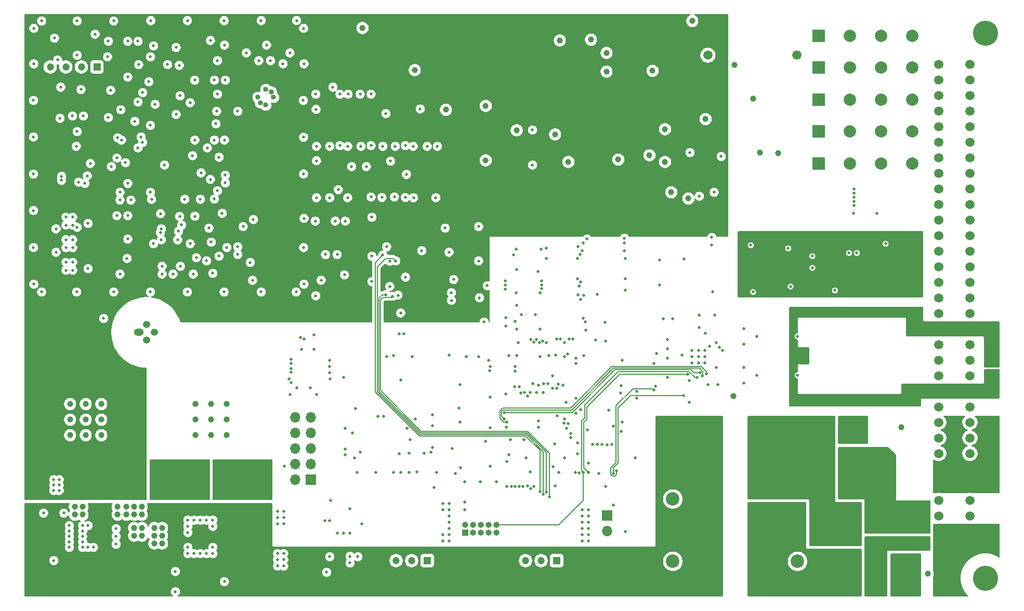
<source format=gbr>
G04 #@! TF.GenerationSoftware,KiCad,Pcbnew,5.1.5*
G04 #@! TF.CreationDate,2020-03-06T22:55:27+01:00*
G04 #@! TF.ProjectId,ETH1CDMM1,45544831-4344-44d4-9d31-2e6b69636164,rev?*
G04 #@! TF.SameCoordinates,Original*
G04 #@! TF.FileFunction,Copper,L5,Inr*
G04 #@! TF.FilePolarity,Positive*
%FSLAX46Y46*%
G04 Gerber Fmt 4.6, Leading zero omitted, Abs format (unit mm)*
G04 Created by KiCad (PCBNEW 5.1.5) date 2020-03-06 22:55:27*
%MOMM*%
%LPD*%
G04 APERTURE LIST*
%ADD10C,0.840000*%
%ADD11C,0.500000*%
%ADD12R,1.200000X1.200000*%
%ADD13C,1.200000*%
%ADD14O,1.200000X1.200000*%
%ADD15O,1.600000X1.200000*%
%ADD16C,1.500000*%
%ADD17C,2.200000*%
%ADD18C,2.300000*%
%ADD19C,2.000000*%
%ADD20R,2.000000X2.000000*%
%ADD21O,1.000000X1.000000*%
%ADD22R,1.000000X1.000000*%
%ADD23O,1.700000X1.700000*%
%ADD24R,1.700000X1.700000*%
%ADD25C,1.501140*%
%ADD26C,4.100000*%
%ADD27C,1.000000*%
%ADD28C,0.127000*%
G04 APERTURE END LIST*
D10*
X109855000Y-67310000D03*
X108966000Y-66929000D03*
X108585000Y-66040000D03*
X109855000Y-64770000D03*
X110744000Y-65151000D03*
X111125000Y-66040000D03*
D11*
X78401000Y-90566000D03*
X77301000Y-90566000D03*
X78401000Y-89266000D03*
X77301000Y-89266000D03*
X78401000Y-94249000D03*
X77301000Y-94249000D03*
X78401000Y-92949000D03*
X77301000Y-92949000D03*
D12*
X157226000Y-141605000D03*
D13*
X154686000Y-141605000D03*
X152146000Y-141605000D03*
D14*
X90424000Y-105664000D03*
X91694000Y-104394000D03*
X90424000Y-103124000D03*
D15*
X89154000Y-104394000D03*
D16*
X181864000Y-59182000D03*
X196342000Y-59182000D03*
D12*
X82359500Y-61087000D03*
D13*
X79819500Y-61087000D03*
X77279500Y-61087000D03*
X74739500Y-61087000D03*
D17*
X196469000Y-129032000D03*
X196469000Y-134112000D03*
X196469000Y-141732000D03*
X176149000Y-141732000D03*
X176149000Y-121412000D03*
X176149000Y-131572000D03*
D11*
X78401000Y-86883000D03*
X77301000Y-86883000D03*
X78401000Y-85583000D03*
X77301000Y-85583000D03*
D12*
X136144000Y-141605000D03*
D13*
X133604000Y-141605000D03*
X131064000Y-141605000D03*
D11*
X179290000Y-109381000D03*
X179290000Y-108331000D03*
X179290000Y-107281000D03*
X180340000Y-109381000D03*
X180340000Y-108331000D03*
X180340000Y-107281000D03*
X181390000Y-109381000D03*
X181390000Y-108331000D03*
X181390000Y-107281000D03*
D18*
X209514000Y-144700000D03*
X209514000Y-134700000D03*
X205014000Y-134700000D03*
X205014000Y-144700000D03*
D19*
X215138000Y-76835000D03*
X210058000Y-76835000D03*
X204978000Y-76835000D03*
D20*
X199898000Y-76835000D03*
D19*
X215138000Y-71628000D03*
X210058000Y-71628000D03*
X204978000Y-71628000D03*
D20*
X199898000Y-71628000D03*
D19*
X215138000Y-66421000D03*
X210058000Y-66421000D03*
X204978000Y-66421000D03*
D20*
X199898000Y-66421000D03*
D19*
X215138000Y-61214000D03*
X210058000Y-61214000D03*
X204978000Y-61214000D03*
D20*
X199898000Y-61214000D03*
D19*
X215138000Y-56007000D03*
X210058000Y-56007000D03*
X204978000Y-56007000D03*
D20*
X199898000Y-56007000D03*
D21*
X147447000Y-135763000D03*
X147447000Y-137033000D03*
X146177000Y-135763000D03*
X146177000Y-137033000D03*
X144907000Y-135763000D03*
X144907000Y-137033000D03*
X143637000Y-135763000D03*
X143637000Y-137033000D03*
X142367000Y-135763000D03*
D22*
X142367000Y-137033000D03*
D23*
X165481000Y-136779000D03*
D24*
X165481000Y-134239000D03*
D25*
X224540000Y-60630000D03*
X224540000Y-63170000D03*
X224540000Y-68250000D03*
X224540000Y-65710000D03*
X224540000Y-70790000D03*
X224540000Y-73330000D03*
X224540000Y-75870000D03*
X224540000Y-78410000D03*
X224540000Y-80950000D03*
X224540000Y-83490000D03*
X224540000Y-86030000D03*
X224540000Y-88570000D03*
X224540000Y-91110000D03*
X224540000Y-93650000D03*
X224540000Y-96190000D03*
X224540000Y-98730000D03*
X224540000Y-101270000D03*
X224540000Y-103810000D03*
X224540000Y-106350000D03*
X224540000Y-108890000D03*
X224540000Y-111430000D03*
X224540000Y-113970000D03*
X224540000Y-116510000D03*
X224540000Y-119050000D03*
X224540000Y-121590000D03*
X224540000Y-124130000D03*
X224540000Y-126670000D03*
X224540000Y-129210000D03*
X224540000Y-131750000D03*
X224540000Y-134290000D03*
X224540000Y-136830000D03*
X224540000Y-139370000D03*
X219460000Y-60630000D03*
X219460000Y-63170000D03*
X219460000Y-68250000D03*
X219460000Y-65710000D03*
X219460000Y-70790000D03*
X219460000Y-73330000D03*
X219460000Y-75870000D03*
X219460000Y-78410000D03*
X219460000Y-80950000D03*
X219460000Y-83490000D03*
X219460000Y-86030000D03*
X219460000Y-88570000D03*
X219460000Y-91110000D03*
X219460000Y-93650000D03*
X219460000Y-96190000D03*
X219460000Y-98730000D03*
X219460000Y-101270000D03*
X219460000Y-103810000D03*
X219460000Y-106350000D03*
X219460000Y-108890000D03*
X219460000Y-111430000D03*
X219460000Y-113970000D03*
X219460000Y-116510000D03*
X219460000Y-119050000D03*
X219460000Y-121590000D03*
X219460000Y-124130000D03*
X219460000Y-126670000D03*
X219460000Y-129210000D03*
X219460000Y-131750000D03*
X219460000Y-134290000D03*
X219460000Y-136830000D03*
X219460000Y-139370000D03*
D26*
X227080000Y-144450000D03*
X227080000Y-55550000D03*
D23*
X114681000Y-118237000D03*
X117221000Y-118237000D03*
X114681000Y-120777000D03*
X117221000Y-120777000D03*
X114681000Y-123317000D03*
X117221000Y-123317000D03*
X114681000Y-125857000D03*
X117221000Y-125857000D03*
X114681000Y-128397000D03*
D24*
X117221000Y-128397000D03*
D11*
X174561500Y-102171500D03*
X161671000Y-108204000D03*
X155956000Y-108204000D03*
X149479000Y-108204000D03*
X164084000Y-127381000D03*
X166497000Y-132588000D03*
X154559000Y-97917000D03*
X150622000Y-90805000D03*
X173990000Y-96647000D03*
X161417000Y-135382000D03*
X162433000Y-135382000D03*
X162433000Y-134366000D03*
X161417000Y-134366000D03*
X161417000Y-136398000D03*
X162433000Y-136398000D03*
X162433000Y-137414000D03*
X161417000Y-137414000D03*
X161417000Y-133350000D03*
X162433000Y-133350000D03*
X161417000Y-138430000D03*
X162433000Y-138430000D03*
X168402000Y-136906000D03*
X173355000Y-113157000D03*
D27*
X186055000Y-114808000D03*
D11*
X177673000Y-108076990D03*
X142240000Y-132080000D03*
X170053000Y-124841000D03*
X167894000Y-108966000D03*
X161544000Y-102108000D03*
X165100000Y-102743000D03*
X154559000Y-103886000D03*
X155574986Y-90678000D03*
X178816000Y-115824000D03*
X173482000Y-107823000D03*
X146431000Y-126238000D03*
X146431000Y-114935000D03*
X142240000Y-133350000D03*
X167640000Y-114300000D03*
X158242000Y-113030000D03*
X156861679Y-122571679D03*
X151892000Y-121920000D03*
X152908000Y-127127000D03*
X157607000Y-127254000D03*
X146304000Y-110617000D03*
X154237500Y-113030000D03*
X154178000Y-94488000D03*
X167892650Y-118974990D03*
X146431000Y-119955490D03*
X130048000Y-92760800D03*
X160714510Y-90424000D03*
X170307000Y-113982500D03*
X175260000Y-105537000D03*
X176085500Y-102171500D03*
X189865000Y-111379000D03*
X189865000Y-105029000D03*
X183261000Y-110109000D03*
X183261000Y-106045000D03*
X183515000Y-112903000D03*
X181864000Y-112903000D03*
D27*
X169545000Y-146558000D03*
X168275000Y-146558000D03*
X167005000Y-146558000D03*
X145161000Y-146685000D03*
X146431000Y-146685000D03*
X147701000Y-146685000D03*
X145161000Y-145161000D03*
D11*
X104648000Y-137668000D03*
X104648000Y-136652000D03*
X104648000Y-138684000D03*
X106299000Y-137668000D03*
D27*
X82804000Y-143256000D03*
X84074000Y-143256000D03*
X81407000Y-146812000D03*
X82804000Y-146812000D03*
X84074000Y-146812000D03*
D11*
X107950000Y-137668000D03*
X107950000Y-136652000D03*
X107950000Y-138684000D03*
D27*
X104521000Y-142875000D03*
X77597000Y-143256000D03*
D11*
X121539000Y-137160000D03*
X123571000Y-137160000D03*
D27*
X103505000Y-118618000D03*
X98425000Y-121158000D03*
X98425000Y-116078000D03*
X100965000Y-116078000D03*
X103505000Y-121158000D03*
X103505000Y-116078000D03*
X100965000Y-118618000D03*
X100965000Y-121158000D03*
X98425000Y-118618000D03*
X162814000Y-56642000D03*
X125603000Y-54737000D03*
X179324000Y-53594000D03*
X190373000Y-75057000D03*
X193294000Y-75184000D03*
X175895000Y-81534000D03*
X189230000Y-66294000D03*
D11*
X205613000Y-84963000D03*
X182626000Y-97790000D03*
X182499000Y-90170000D03*
X184023000Y-75691998D03*
D27*
X172847000Y-61722000D03*
D11*
X154686000Y-90805000D03*
X122555000Y-137160000D03*
X120396008Y-131826000D03*
X76200000Y-128397000D03*
X76200000Y-129286000D03*
X75311000Y-129286000D03*
X75311000Y-128397000D03*
X75311000Y-130175000D03*
X76200000Y-130175000D03*
D27*
X92964000Y-137541000D03*
X92964000Y-136271000D03*
X91694000Y-136271000D03*
X91694000Y-137541000D03*
X91694000Y-138811000D03*
X92964000Y-138811000D03*
D11*
X173101000Y-109474000D03*
X152273000Y-124841000D03*
X154559000Y-108331000D03*
X158496000Y-108331000D03*
X156591000Y-111506000D03*
X160401000Y-109414500D03*
X150495000Y-109982000D03*
X150495000Y-110744000D03*
X158496000Y-124841000D03*
X154305000Y-119888000D03*
X154305000Y-118872000D03*
X112903000Y-126238000D03*
X128142994Y-118110000D03*
X129032000Y-118110000D03*
X134493000Y-127127000D03*
X133223000Y-124079000D03*
X122809000Y-123384500D03*
X125222000Y-123952000D03*
X124333000Y-124841000D03*
X151511000Y-101473000D03*
X153797000Y-101473000D03*
X156654500Y-126301500D03*
X166427481Y-119691481D03*
X156972000Y-129413000D03*
X82042000Y-55753000D03*
X76454000Y-64389000D03*
X79756000Y-64770000D03*
X78359000Y-69088000D03*
X79121000Y-71628000D03*
X87884000Y-82804000D03*
X86106000Y-81534000D03*
X85598000Y-85344000D03*
X87376000Y-89154000D03*
X87249000Y-92329000D03*
X92964000Y-93599000D03*
X94742000Y-94869000D03*
X98552000Y-92202000D03*
X103505000Y-90551000D03*
X101219000Y-94742000D03*
X106172000Y-87122000D03*
X96647000Y-82677000D03*
X101981000Y-81280000D03*
X97917000Y-75565000D03*
X101473000Y-73025000D03*
X102235000Y-75819000D03*
X84074000Y-59436000D03*
X87376000Y-56896000D03*
X89154000Y-60706000D03*
X101981000Y-60071000D03*
X100838000Y-56769000D03*
X101473000Y-63246000D03*
X101981000Y-65532000D03*
X106680000Y-58801000D03*
X109982000Y-57531000D03*
X110617000Y-60071000D03*
X91567000Y-89916000D03*
X86106000Y-94869000D03*
X97536000Y-89916000D03*
X92836994Y-87503000D03*
X115951000Y-66548000D03*
X116014500Y-54800500D03*
X85090000Y-53594000D03*
X91122500Y-53540008D03*
X97091500Y-53539992D03*
X109093000Y-53539996D03*
X116014500Y-72540000D03*
X116014500Y-78539986D03*
X116014500Y-90540000D03*
X114808000Y-97790000D03*
X109093000Y-97790000D03*
X103060500Y-97790000D03*
X97091500Y-97790000D03*
X91059000Y-97790000D03*
X85090000Y-97790000D03*
X83439000Y-102108000D03*
X79057500Y-97790000D03*
X73342500Y-97790000D03*
X72009000Y-90551000D03*
X72009000Y-84518500D03*
X72009000Y-78549500D03*
X72009000Y-72517000D03*
X72009000Y-66548000D03*
X72072500Y-60579000D03*
X72072500Y-54800500D03*
X79121000Y-53594000D03*
X73342500Y-53594000D03*
X114871500Y-53530500D03*
X116078000Y-96520000D03*
X72072500Y-96520000D03*
X89789000Y-73406000D03*
X88519000Y-69977000D03*
X89027000Y-66802000D03*
X75946000Y-59944000D03*
X81280000Y-76835000D03*
D27*
X134112000Y-61595000D03*
D11*
X80899000Y-93980000D03*
X86995000Y-76708000D03*
D27*
X139192000Y-68072000D03*
D11*
X103060500Y-53539997D03*
X120205500Y-110998000D03*
X132613400Y-95377000D03*
X131383571Y-98302000D03*
X140106400Y-99161600D03*
D27*
X150723600Y-71424800D03*
D11*
X121158000Y-86233000D03*
X117983000Y-98425000D03*
X87376000Y-80077490D03*
D27*
X159130999Y-76581000D03*
X167259000Y-76200000D03*
X145669000Y-76327000D03*
D11*
X148971000Y-114427000D03*
X149034500Y-119824500D03*
X149442000Y-124359500D03*
X170243500Y-115121500D03*
X79375000Y-79883000D03*
X101473000Y-82613498D03*
X100838000Y-79438500D03*
X119570500Y-91694000D03*
X116078000Y-85788500D03*
X116078000Y-60579000D03*
X123571000Y-140906500D03*
X99187000Y-135001000D03*
X98171000Y-135001000D03*
X97155000Y-135001000D03*
X100203000Y-135001000D03*
X97155000Y-136017000D03*
X101219000Y-135001000D03*
X101219000Y-136017000D03*
X97155000Y-137033000D03*
X85471000Y-137668000D03*
X85471000Y-136398000D03*
X85471000Y-138938000D03*
D27*
X88392000Y-136271000D03*
X89662000Y-136271000D03*
X89662000Y-137541000D03*
X88392000Y-137541000D03*
D11*
X123571000Y-133159500D03*
X120269000Y-135128000D03*
X119514989Y-135128000D03*
X73660000Y-133858000D03*
X76962000Y-133858000D03*
D27*
X87122000Y-132842000D03*
X88392000Y-132842000D03*
X89662000Y-132842000D03*
X89662000Y-134112000D03*
X88392000Y-134112000D03*
X87122000Y-134112000D03*
X85725000Y-132842000D03*
X85725000Y-134112000D03*
X80010000Y-134112000D03*
X80010000Y-132842000D03*
X78740000Y-132842000D03*
X78740000Y-134112000D03*
X80518000Y-116078000D03*
X83058000Y-118618000D03*
X83058000Y-116078000D03*
X83058000Y-121158000D03*
X77978000Y-121158000D03*
X77978000Y-116078000D03*
X77978000Y-118618000D03*
X80518000Y-118618000D03*
X80518000Y-121158000D03*
D11*
X150622000Y-97917000D03*
X209423000Y-84963000D03*
X182499000Y-88900000D03*
X173990000Y-92583000D03*
X139700000Y-135382000D03*
X139700000Y-134366000D03*
X139700000Y-133350000D03*
X139700000Y-132334000D03*
X139700000Y-136398000D03*
X139700000Y-137414000D03*
X139700000Y-138430000D03*
X138684000Y-138430000D03*
X138684000Y-137414000D03*
X138684000Y-132334000D03*
X138684000Y-133350000D03*
D27*
X174879000Y-76581000D03*
X165354000Y-61848992D03*
D11*
X150749000Y-103886000D03*
X160655000Y-92329000D03*
X98044000Y-94869000D03*
X75438000Y-56388000D03*
X112649000Y-60579000D03*
X115505038Y-105218851D03*
X120777000Y-64389000D03*
X130936998Y-74041000D03*
X136144000Y-74041000D03*
X125222004Y-65532000D03*
X153289000Y-77089000D03*
X120269000Y-74041000D03*
X125349008Y-74041000D03*
X120269000Y-82423000D03*
X91249500Y-82677000D03*
X130810000Y-82296000D03*
X99187000Y-82677000D03*
X102743000Y-84963000D03*
X127762000Y-127254000D03*
X133223000Y-127254000D03*
X140716000Y-127381000D03*
X141478000Y-118999000D03*
X141478000Y-112903000D03*
X133731000Y-108331000D03*
X129540000Y-108331000D03*
X122809000Y-124333000D03*
X137033000Y-119634000D03*
X137033000Y-123190000D03*
X133350000Y-121920000D03*
X111760000Y-135636000D03*
X111760000Y-134620000D03*
X111760000Y-133604000D03*
X112776000Y-135636000D03*
X112776000Y-134620000D03*
X112776000Y-133604000D03*
X124460000Y-116840000D03*
X131826000Y-112141000D03*
X123952000Y-120777000D03*
X135636000Y-124079000D03*
X117665500Y-104775000D03*
X122555000Y-111760000D03*
X141351000Y-116713000D03*
X139700000Y-108077000D03*
X111760000Y-142494000D03*
X111760000Y-141478000D03*
X111760000Y-140462000D03*
X112776000Y-140462000D03*
X112776000Y-141478000D03*
X112776000Y-142494000D03*
X124714000Y-127254000D03*
X131572000Y-124206000D03*
X122809000Y-120015000D03*
D27*
X108712000Y-129667000D03*
X107442000Y-128397000D03*
X109982000Y-130937000D03*
X109982000Y-129667000D03*
X107442000Y-130937000D03*
X109982000Y-128397000D03*
X108712000Y-128397000D03*
X108712000Y-127127000D03*
X107442000Y-129667000D03*
X108712000Y-125857000D03*
X109982000Y-125857000D03*
X109982000Y-127127000D03*
X107442000Y-125857000D03*
X107442000Y-127127000D03*
X108712000Y-130937000D03*
X178689000Y-82550000D03*
D11*
X95250000Y-57912000D03*
X89027000Y-56896000D03*
X103124000Y-73025000D03*
X80137000Y-69088000D03*
X86106000Y-82804000D03*
X87376000Y-85344000D03*
X92964000Y-94869000D03*
X105283000Y-90424000D03*
X105283000Y-91694000D03*
X108712000Y-60071000D03*
X103251000Y-63246000D03*
X103124000Y-57531000D03*
X89027000Y-74294992D03*
X103251000Y-78740000D03*
X122809000Y-86233000D03*
X127127000Y-85598000D03*
X122682000Y-94996000D03*
X80391000Y-80077490D03*
X145927000Y-96774000D03*
X96139000Y-86868000D03*
X130048000Y-96900992D03*
D27*
X88392000Y-129667000D03*
X87122000Y-128397000D03*
X89662000Y-130937000D03*
X89662000Y-129667000D03*
X87122000Y-130937000D03*
X89662000Y-128397000D03*
X88392000Y-128397000D03*
X88392000Y-127127000D03*
X87122000Y-129667000D03*
X88392000Y-125857000D03*
X89662000Y-125857000D03*
X89662000Y-127127000D03*
X87122000Y-125857000D03*
X87122000Y-127127000D03*
X88392000Y-130937000D03*
X181737000Y-75057000D03*
D11*
X77216000Y-71628000D03*
X85979000Y-74041000D03*
X84328000Y-89154000D03*
X100203000Y-81280000D03*
X86106000Y-70612000D03*
X86106000Y-60706000D03*
X100203000Y-60071000D03*
X100203000Y-65786000D03*
X111760000Y-57531000D03*
X77216000Y-80264000D03*
X84328000Y-94869000D03*
X96012000Y-92329000D03*
X92964000Y-86360000D03*
X104013000Y-86109990D03*
X131318000Y-90932000D03*
X119761000Y-97536000D03*
X124206000Y-90805000D03*
X89154000Y-80077490D03*
X189230000Y-97790000D03*
X188849000Y-90170000D03*
X206121000Y-91440000D03*
X188976000Y-88900000D03*
X198882000Y-90043000D03*
X189230000Y-96520000D03*
X100203000Y-92710000D03*
X100965012Y-89662000D03*
X79121000Y-59182000D03*
X160291276Y-127248809D03*
X160917520Y-127279821D03*
X150749000Y-108204000D03*
X165227000Y-129540000D03*
X180086000Y-111760000D03*
X161544000Y-127254000D03*
X181483000Y-104521000D03*
X180467000Y-103632000D03*
X180467000Y-101600000D03*
X183007000Y-101600000D03*
X211963000Y-143764000D03*
X211963000Y-142494000D03*
X211963000Y-141224000D03*
X211963000Y-145034000D03*
X211963000Y-146304000D03*
X216154000Y-143764000D03*
X216154000Y-142494000D03*
X216154000Y-145034000D03*
X216154000Y-146304000D03*
X216154000Y-141224000D03*
D27*
X207010000Y-120269000D03*
X207010000Y-118999000D03*
X207010000Y-121539000D03*
X213360000Y-119888000D03*
D11*
X198882000Y-91948000D03*
X198882000Y-93853000D03*
X204851000Y-91440000D03*
X202565000Y-97536000D03*
X113792000Y-114554000D03*
X118110000Y-114554000D03*
X142494000Y-108331000D03*
X107315137Y-92987683D03*
D27*
X181482992Y-69596000D03*
D11*
X182880000Y-81534000D03*
X153289000Y-71374000D03*
X168275000Y-91059000D03*
D27*
X174879000Y-71247000D03*
D11*
X168275000Y-89027000D03*
X168275000Y-89789000D03*
D27*
X165354000Y-58800996D03*
D11*
X127127000Y-91948000D03*
X127127000Y-96075500D03*
X129540000Y-90424000D03*
X144526000Y-87122000D03*
X144526000Y-92714000D03*
X142240000Y-128778000D03*
X144780000Y-128778004D03*
X147447000Y-128778000D03*
X140208000Y-123317000D03*
X137033000Y-117856000D03*
X132842000Y-120015000D03*
X134238992Y-118491000D03*
X137668000Y-127254000D03*
X137287000Y-129667000D03*
X136779000Y-123952000D03*
X146179491Y-108914483D03*
X151003000Y-106045000D03*
D27*
X145669000Y-67437000D03*
X172339000Y-75501500D03*
X186182000Y-60769500D03*
X157734000Y-56769000D03*
D11*
X187706008Y-103759000D03*
X187706000Y-106299000D03*
X187706000Y-110109000D03*
X183757834Y-106795834D03*
X187706000Y-112649000D03*
X184288166Y-107326166D03*
X196469000Y-111379000D03*
X196469000Y-105028986D03*
X95758000Y-60833000D03*
X91821000Y-67183000D03*
X93853000Y-60706000D03*
X98277000Y-63246000D03*
X95885000Y-65786000D03*
X90805000Y-63500000D03*
X86233000Y-68072000D03*
X95250000Y-68830000D03*
X85598020Y-75946000D03*
X144653000Y-98742500D03*
X140081000Y-97917000D03*
X135255000Y-91059000D03*
X140462000Y-95758000D03*
X139700000Y-91313000D03*
X139065000Y-87376000D03*
X175260000Y-108585000D03*
X175260000Y-107061000D03*
X175260000Y-111692521D03*
X166497000Y-127381000D03*
X177927000Y-114681000D03*
X178816000Y-112268000D03*
X167005000Y-127000000D03*
X173101000Y-113792000D03*
X182118000Y-106680000D03*
X120269000Y-140970000D03*
X119761000Y-143510000D03*
X123571000Y-141986000D03*
X124841000Y-140970000D03*
X125476000Y-135636000D03*
X177990500Y-92392500D03*
X194945000Y-90678000D03*
X195326000Y-96901000D03*
X117665500Y-107188000D03*
X115633500Y-107124500D03*
X107823000Y-85978982D03*
X120269000Y-109982000D03*
X95504000Y-89281000D03*
X113982489Y-108783497D03*
X120332500Y-111950500D03*
X113982500Y-109410500D03*
X95821500Y-85471000D03*
X92837000Y-89281000D03*
X113982500Y-110243997D03*
X117094000Y-113411000D03*
X113982500Y-110871000D03*
X92709992Y-85026500D03*
X95948500Y-93599000D03*
X113665000Y-111950500D03*
X116078000Y-105473500D03*
X102235000Y-91948000D03*
X113979528Y-112581500D03*
X100330000Y-74295000D03*
X107696000Y-95885000D03*
X98298000Y-73025000D03*
X101727000Y-70358000D03*
X180467000Y-82169000D03*
X178943000Y-75057000D03*
D27*
X156972000Y-72085200D03*
D11*
X130175000Y-76454000D03*
X135001000Y-67945000D03*
X129413000Y-68707000D03*
X133921500Y-82423000D03*
X128778000Y-82359500D03*
X133858000Y-74041000D03*
X128905000Y-74041000D03*
X117983000Y-65532000D03*
X123253500Y-65532000D03*
X126238000Y-77343000D03*
X118110000Y-74041000D03*
X123190000Y-74041000D03*
X91059000Y-59436000D03*
X84201000Y-69342000D03*
X91059000Y-70612000D03*
X87376000Y-62738000D03*
X144526000Y-108331000D03*
X76327000Y-69469000D03*
X78994000Y-74041000D03*
X84709000Y-77343000D03*
X150749000Y-99949000D03*
X91567000Y-57658000D03*
X101854006Y-68326000D03*
X155067000Y-130810000D03*
X131013200Y-92714000D03*
X118872000Y-95885000D03*
X131826000Y-101219000D03*
X117919522Y-86233000D03*
X146431000Y-109982000D03*
X145415000Y-102679500D03*
X153480643Y-105980357D03*
X150241000Y-91757500D03*
X153924000Y-105537000D03*
X155575000Y-92329000D03*
X152527000Y-129413000D03*
X152970357Y-129856357D03*
X153481631Y-129493410D03*
X161984510Y-104013000D03*
X145619284Y-122096725D03*
X181602001Y-111125000D03*
X149098000Y-118999000D03*
X180975000Y-111506000D03*
X148717000Y-118491000D03*
X180594000Y-110998000D03*
X148717000Y-117475000D03*
X162433000Y-127254000D03*
X178562000Y-111252000D03*
X141605000Y-126492000D03*
X162433000Y-125730000D03*
X80899000Y-86614000D03*
X95631000Y-87884000D03*
X79121000Y-87249000D03*
X92684928Y-88111291D03*
X75692000Y-91313000D03*
X75688500Y-87499500D03*
X151757003Y-129540000D03*
X168402000Y-97536000D03*
X151130000Y-129540000D03*
X168402000Y-95631000D03*
X149860000Y-129540000D03*
X168402000Y-92329000D03*
X150495000Y-129540000D03*
X163830000Y-98171000D03*
X149098008Y-129540000D03*
X160655000Y-95631000D03*
X118110000Y-76390500D03*
X118046500Y-68008500D03*
X91059000Y-81534000D03*
X113792000Y-58801000D03*
X152971500Y-105537000D03*
X84582000Y-64897000D03*
X89789000Y-65277966D03*
X154813000Y-96647000D03*
X154993225Y-105764388D03*
X154813000Y-96012000D03*
X155575000Y-106045000D03*
X154813000Y-97282000D03*
X154432510Y-106045000D03*
X154513730Y-130350176D03*
X128905000Y-91757500D03*
X156083000Y-131191000D03*
X130492500Y-98488500D03*
X155567255Y-130431994D03*
X129413000Y-98234500D03*
X205676500Y-83693000D03*
X165227000Y-105791000D03*
X159885003Y-105473500D03*
X205676500Y-83058000D03*
X159258000Y-105473500D03*
X205676500Y-82359500D03*
X157861000Y-105473500D03*
X205676500Y-81661000D03*
X157226000Y-105473500D03*
X205676500Y-81026000D03*
X163576000Y-105664000D03*
X161925000Y-102653000D03*
X152019000Y-114173000D03*
X152908000Y-114173000D03*
X153924000Y-114173000D03*
X155066994Y-114173000D03*
X156591000Y-113538000D03*
X157226000Y-113538000D03*
X167779911Y-113038490D03*
X149094356Y-125448980D03*
X157099000Y-108077000D03*
X160655000Y-122428000D03*
X149733000Y-121920000D03*
X160655000Y-124206000D03*
X163068000Y-122682000D03*
X163830000Y-122682000D03*
X164592000Y-122682000D03*
X165442000Y-122702000D03*
X166243000Y-122682000D03*
X159512000Y-121539000D03*
X159512000Y-120904000D03*
X159131000Y-119253000D03*
X158439183Y-119139453D03*
X158504431Y-118515845D03*
X165665481Y-117024481D03*
X158480026Y-106043833D03*
X159004000Y-107950000D03*
X157353000Y-117983000D03*
X167699500Y-120523000D03*
X161163000Y-116967000D03*
X162246490Y-120269000D03*
X160401000Y-117542500D03*
X158750000Y-115824000D03*
X157480000Y-112827806D03*
X155829000Y-112776000D03*
X155126510Y-112776000D03*
X153356490Y-112776026D03*
X151384000Y-114300000D03*
X151130000Y-113284000D03*
X150368000Y-113284000D03*
X160401000Y-108585000D03*
X160401000Y-115121500D03*
X158826611Y-119983785D03*
X152527000Y-114808000D03*
X130683000Y-127254000D03*
X131803818Y-127206385D03*
X131572000Y-104648000D03*
X132334000Y-104648000D03*
X130683000Y-108204000D03*
D27*
X217678000Y-143764000D03*
D11*
X121920000Y-73914000D03*
X160845500Y-96837500D03*
X132588000Y-73914020D03*
X161417000Y-91059000D03*
X161671000Y-98361500D03*
X121666000Y-81089500D03*
X127000000Y-73914000D03*
X161036000Y-91694000D03*
X161544000Y-89789000D03*
X137795000Y-74041000D03*
X160718500Y-98234500D03*
X132588000Y-82359500D03*
X161099500Y-98996500D03*
X137541000Y-82423000D03*
X121919996Y-65532000D03*
X161170071Y-96178929D03*
X162179000Y-89154000D03*
X127000000Y-65532000D03*
X210820000Y-89916000D03*
X103124000Y-145034000D03*
X75311000Y-141605000D03*
X99187000Y-140462000D03*
X100203000Y-140462000D03*
X98171000Y-140462000D03*
X97155000Y-140462000D03*
X97155000Y-139446000D03*
X101219000Y-140462000D03*
X101219000Y-139446000D03*
X80010000Y-137668000D03*
X80010000Y-136779000D03*
X80010000Y-135890000D03*
X80899000Y-135890000D03*
X80010000Y-138557000D03*
X80010000Y-139446000D03*
X80899000Y-139446000D03*
X81788000Y-139446000D03*
X77851000Y-137668000D03*
X77851000Y-136779000D03*
X77851000Y-135890000D03*
X77851000Y-138557000D03*
X77851000Y-139446000D03*
X150749000Y-94107000D03*
X80772000Y-78867000D03*
X150495000Y-102616000D03*
X76580355Y-79574349D03*
X148905279Y-101959029D03*
X148907500Y-103314500D03*
X76581000Y-78930500D03*
X85725000Y-72644000D03*
X148844000Y-97345500D03*
X89535000Y-72517000D03*
X148844000Y-96647000D03*
X86360000Y-73025000D03*
X148844000Y-96012000D03*
X118110000Y-82423000D03*
X127000000Y-82296000D03*
X123190000Y-82423000D03*
X114935000Y-113411000D03*
X120269000Y-108966000D03*
X99314000Y-78359000D03*
X98309204Y-85438001D03*
X103251000Y-80010000D03*
X100584010Y-87376000D03*
X121479489Y-91694000D03*
X93345000Y-77089000D03*
X105283000Y-68326000D03*
X97536000Y-66929000D03*
X84201000Y-56896000D03*
X95123000Y-146685000D03*
D27*
X91821000Y-125857000D03*
X94361000Y-125857000D03*
X94361000Y-128397000D03*
X91821000Y-128397000D03*
X91821000Y-130937000D03*
X94361000Y-130937000D03*
X94361000Y-129667000D03*
X93091000Y-129667000D03*
X91821000Y-129667000D03*
X91821000Y-127127000D03*
X93091000Y-127127000D03*
X94361000Y-127127000D03*
X93091000Y-125857000D03*
X93091000Y-128397000D03*
X93091000Y-130937000D03*
D11*
X95123000Y-143383000D03*
X132778500Y-78613000D03*
X123825000Y-77343000D03*
D28*
X161544000Y-131826000D02*
X161544000Y-127254000D01*
X147447000Y-135763000D02*
X157607000Y-135763000D01*
X157607000Y-135763000D02*
X161544000Y-131826000D01*
X179732447Y-111760000D02*
X180086000Y-111760000D01*
X161289989Y-126999989D02*
X161289989Y-118872011D01*
X161289989Y-118872011D02*
X161798000Y-118364000D01*
X161544000Y-127254000D02*
X161289989Y-126999989D01*
X161798000Y-118364000D02*
X161798000Y-116226776D01*
X178783946Y-110811499D02*
X179732447Y-111760000D01*
X167213277Y-110811499D02*
X178783946Y-110811499D01*
X161798000Y-116226776D02*
X167213277Y-110811499D01*
X167259000Y-116713000D02*
X169291000Y-114681000D01*
X167259000Y-125730000D02*
X167259000Y-116713000D01*
X166497000Y-126492000D02*
X167259000Y-125730000D01*
X169291000Y-114681000D02*
X177927000Y-114681000D01*
X166497000Y-127381000D02*
X166497000Y-126492000D01*
X166878000Y-116332000D02*
X169668001Y-113541999D01*
X166056499Y-126424501D02*
X166878000Y-125603000D01*
X172851001Y-113542001D02*
X173101000Y-113792000D01*
X167005000Y-127524942D02*
X166708441Y-127821501D01*
X166285559Y-127821501D02*
X166056499Y-127592441D01*
X166708441Y-127821501D02*
X166285559Y-127821501D01*
X172850999Y-113541999D02*
X172851001Y-113542001D01*
X169668001Y-113541999D02*
X172850999Y-113541999D01*
X167005000Y-127000000D02*
X167005000Y-127524942D01*
X166056499Y-127592441D02*
X166056499Y-126424501D01*
X166878000Y-125603000D02*
X166878000Y-116332000D01*
X130619499Y-92320299D02*
X130763201Y-92464001D01*
X128000813Y-93677687D02*
X129358201Y-92320299D01*
X130763201Y-92464001D02*
X131013200Y-92714000D01*
X155067000Y-130810000D02*
X155067000Y-123803224D01*
X155067000Y-123803224D02*
X152294798Y-121031022D01*
X152294798Y-121031022D02*
X134970647Y-121031022D01*
X129358201Y-92320299D02*
X130619499Y-92320299D01*
X134970647Y-121031022D02*
X128000813Y-114061187D01*
X128000813Y-114061187D02*
X128000813Y-93677687D01*
X148573058Y-118999000D02*
X149098000Y-118999000D01*
X148022489Y-118448431D02*
X148573058Y-118999000D01*
X148022489Y-117158345D02*
X148022489Y-118448431D01*
X148467834Y-116713000D02*
X148022489Y-117158345D01*
X181602001Y-111125000D02*
X181602001Y-110771447D01*
X181602001Y-110771447D02*
X180812554Y-109982000D01*
X180812554Y-109982000D02*
X166243000Y-109982000D01*
X166243000Y-109982000D02*
X159512000Y-116713000D01*
X159512000Y-116713000D02*
X148467834Y-116713000D01*
X148276499Y-118050499D02*
X148717000Y-118491000D01*
X148276499Y-117263559D02*
X148276499Y-118050499D01*
X181034501Y-111446499D02*
X181034501Y-110786559D01*
X148505559Y-117034499D02*
X148276499Y-117263559D01*
X181034501Y-110786559D02*
X180483942Y-110236000D01*
X166497000Y-110236000D02*
X159698501Y-117034499D01*
X159698501Y-117034499D02*
X148505559Y-117034499D01*
X180975000Y-111506000D02*
X181034501Y-111446499D01*
X180483942Y-110236000D02*
X166497000Y-110236000D01*
X159766000Y-117475000D02*
X148717000Y-117475000D01*
X179070000Y-110490000D02*
X166751000Y-110490000D01*
X180594000Y-110998000D02*
X179578000Y-110998000D01*
X166751000Y-110490000D02*
X159766000Y-117475000D01*
X179578000Y-110998000D02*
X179070000Y-110490000D01*
X161671000Y-126492000D02*
X162433000Y-127254000D01*
X161671000Y-118999000D02*
X161671000Y-126492000D01*
X178562000Y-111252000D02*
X178498500Y-111188500D01*
X178498500Y-111188500D02*
X167513000Y-111188500D01*
X167513000Y-111188500D02*
X162115500Y-116586000D01*
X162115500Y-116586000D02*
X162115500Y-118554500D01*
X162115500Y-118554500D02*
X161671000Y-118999000D01*
X154513730Y-130350176D02*
X154513730Y-123609178D01*
X152189585Y-121285033D02*
X134865433Y-121285033D01*
X154513730Y-123609178D02*
X152189585Y-121285033D01*
X127694200Y-114113800D02*
X127694200Y-92968300D01*
X127694200Y-92968300D02*
X128905000Y-91757500D01*
X134865433Y-121285033D02*
X127694200Y-114113800D01*
X156083000Y-124100776D02*
X156083000Y-131191000D01*
X152505224Y-120523000D02*
X156083000Y-124100776D01*
X135181075Y-120523000D02*
X152505224Y-120523000D01*
X130302000Y-98679000D02*
X128968500Y-98679000D01*
X128968500Y-98679000D02*
X128524000Y-99123500D01*
X128524000Y-113865925D02*
X135181075Y-120523000D01*
X130492500Y-98488500D02*
X130302000Y-98679000D01*
X128524000Y-99123500D02*
X128524000Y-113865925D01*
X155567255Y-130078441D02*
X155567255Y-130431994D01*
X155567255Y-123944255D02*
X155567255Y-130078441D01*
X129413000Y-98234500D02*
X128841500Y-98234500D01*
X128841500Y-98234500D02*
X128270000Y-98806000D01*
X135075861Y-120777011D02*
X152400011Y-120777011D01*
X152400011Y-120777011D02*
X155567255Y-123944255D01*
X128270000Y-98806000D02*
X128270000Y-113971150D01*
X128270000Y-113971150D02*
X135075861Y-120777011D01*
G36*
X216852500Y-88037302D02*
G01*
X216852500Y-98525698D01*
X216762698Y-98615500D01*
X186843302Y-98615500D01*
X186753500Y-98525698D01*
X186753500Y-97734106D01*
X188662500Y-97734106D01*
X188662500Y-97845894D01*
X188684309Y-97955534D01*
X188727088Y-98058812D01*
X188789194Y-98151760D01*
X188868240Y-98230806D01*
X188961188Y-98292912D01*
X189064466Y-98335691D01*
X189174106Y-98357500D01*
X189285894Y-98357500D01*
X189395534Y-98335691D01*
X189498812Y-98292912D01*
X189591760Y-98230806D01*
X189670806Y-98151760D01*
X189732912Y-98058812D01*
X189775691Y-97955534D01*
X189797500Y-97845894D01*
X189797500Y-97734106D01*
X189775691Y-97624466D01*
X189732912Y-97521188D01*
X189705462Y-97480106D01*
X201997500Y-97480106D01*
X201997500Y-97591894D01*
X202019309Y-97701534D01*
X202062088Y-97804812D01*
X202124194Y-97897760D01*
X202203240Y-97976806D01*
X202296188Y-98038912D01*
X202399466Y-98081691D01*
X202509106Y-98103500D01*
X202620894Y-98103500D01*
X202730534Y-98081691D01*
X202833812Y-98038912D01*
X202926760Y-97976806D01*
X203005806Y-97897760D01*
X203067912Y-97804812D01*
X203110691Y-97701534D01*
X203132500Y-97591894D01*
X203132500Y-97480106D01*
X203110691Y-97370466D01*
X203067912Y-97267188D01*
X203005806Y-97174240D01*
X202926760Y-97095194D01*
X202833812Y-97033088D01*
X202730534Y-96990309D01*
X202620894Y-96968500D01*
X202509106Y-96968500D01*
X202399466Y-96990309D01*
X202296188Y-97033088D01*
X202203240Y-97095194D01*
X202124194Y-97174240D01*
X202062088Y-97267188D01*
X202019309Y-97370466D01*
X201997500Y-97480106D01*
X189705462Y-97480106D01*
X189670806Y-97428240D01*
X189591760Y-97349194D01*
X189498812Y-97287088D01*
X189395534Y-97244309D01*
X189285894Y-97222500D01*
X189174106Y-97222500D01*
X189064466Y-97244309D01*
X188961188Y-97287088D01*
X188868240Y-97349194D01*
X188789194Y-97428240D01*
X188727088Y-97521188D01*
X188684309Y-97624466D01*
X188662500Y-97734106D01*
X186753500Y-97734106D01*
X186753500Y-96845106D01*
X194758500Y-96845106D01*
X194758500Y-96956894D01*
X194780309Y-97066534D01*
X194823088Y-97169812D01*
X194885194Y-97262760D01*
X194964240Y-97341806D01*
X195057188Y-97403912D01*
X195160466Y-97446691D01*
X195270106Y-97468500D01*
X195381894Y-97468500D01*
X195491534Y-97446691D01*
X195594812Y-97403912D01*
X195687760Y-97341806D01*
X195766806Y-97262760D01*
X195828912Y-97169812D01*
X195871691Y-97066534D01*
X195893500Y-96956894D01*
X195893500Y-96845106D01*
X195871691Y-96735466D01*
X195828912Y-96632188D01*
X195766806Y-96539240D01*
X195687760Y-96460194D01*
X195594812Y-96398088D01*
X195491534Y-96355309D01*
X195381894Y-96333500D01*
X195270106Y-96333500D01*
X195160466Y-96355309D01*
X195057188Y-96398088D01*
X194964240Y-96460194D01*
X194885194Y-96539240D01*
X194823088Y-96632188D01*
X194780309Y-96735466D01*
X194758500Y-96845106D01*
X186753500Y-96845106D01*
X186753500Y-93797106D01*
X198314500Y-93797106D01*
X198314500Y-93908894D01*
X198336309Y-94018534D01*
X198379088Y-94121812D01*
X198441194Y-94214760D01*
X198520240Y-94293806D01*
X198613188Y-94355912D01*
X198716466Y-94398691D01*
X198826106Y-94420500D01*
X198937894Y-94420500D01*
X199047534Y-94398691D01*
X199150812Y-94355912D01*
X199243760Y-94293806D01*
X199322806Y-94214760D01*
X199384912Y-94121812D01*
X199427691Y-94018534D01*
X199449500Y-93908894D01*
X199449500Y-93797106D01*
X199427691Y-93687466D01*
X199384912Y-93584188D01*
X199322806Y-93491240D01*
X199243760Y-93412194D01*
X199150812Y-93350088D01*
X199047534Y-93307309D01*
X198937894Y-93285500D01*
X198826106Y-93285500D01*
X198716466Y-93307309D01*
X198613188Y-93350088D01*
X198520240Y-93412194D01*
X198441194Y-93491240D01*
X198379088Y-93584188D01*
X198336309Y-93687466D01*
X198314500Y-93797106D01*
X186753500Y-93797106D01*
X186753500Y-91892106D01*
X198314500Y-91892106D01*
X198314500Y-92003894D01*
X198336309Y-92113534D01*
X198379088Y-92216812D01*
X198441194Y-92309760D01*
X198520240Y-92388806D01*
X198613188Y-92450912D01*
X198716466Y-92493691D01*
X198826106Y-92515500D01*
X198937894Y-92515500D01*
X199047534Y-92493691D01*
X199150812Y-92450912D01*
X199243760Y-92388806D01*
X199322806Y-92309760D01*
X199384912Y-92216812D01*
X199427691Y-92113534D01*
X199449500Y-92003894D01*
X199449500Y-91892106D01*
X199427691Y-91782466D01*
X199384912Y-91679188D01*
X199322806Y-91586240D01*
X199243760Y-91507194D01*
X199150812Y-91445088D01*
X199047534Y-91402309D01*
X198956023Y-91384106D01*
X204283500Y-91384106D01*
X204283500Y-91495894D01*
X204305309Y-91605534D01*
X204348088Y-91708812D01*
X204410194Y-91801760D01*
X204489240Y-91880806D01*
X204582188Y-91942912D01*
X204685466Y-91985691D01*
X204795106Y-92007500D01*
X204906894Y-92007500D01*
X205016534Y-91985691D01*
X205119812Y-91942912D01*
X205212760Y-91880806D01*
X205291806Y-91801760D01*
X205353912Y-91708812D01*
X205396691Y-91605534D01*
X205418500Y-91495894D01*
X205418500Y-91384106D01*
X205553500Y-91384106D01*
X205553500Y-91495894D01*
X205575309Y-91605534D01*
X205618088Y-91708812D01*
X205680194Y-91801760D01*
X205759240Y-91880806D01*
X205852188Y-91942912D01*
X205955466Y-91985691D01*
X206065106Y-92007500D01*
X206176894Y-92007500D01*
X206286534Y-91985691D01*
X206389812Y-91942912D01*
X206482760Y-91880806D01*
X206561806Y-91801760D01*
X206623912Y-91708812D01*
X206666691Y-91605534D01*
X206688500Y-91495894D01*
X206688500Y-91384106D01*
X206666691Y-91274466D01*
X206623912Y-91171188D01*
X206561806Y-91078240D01*
X206482760Y-90999194D01*
X206389812Y-90937088D01*
X206286534Y-90894309D01*
X206176894Y-90872500D01*
X206065106Y-90872500D01*
X205955466Y-90894309D01*
X205852188Y-90937088D01*
X205759240Y-90999194D01*
X205680194Y-91078240D01*
X205618088Y-91171188D01*
X205575309Y-91274466D01*
X205553500Y-91384106D01*
X205418500Y-91384106D01*
X205396691Y-91274466D01*
X205353912Y-91171188D01*
X205291806Y-91078240D01*
X205212760Y-90999194D01*
X205119812Y-90937088D01*
X205016534Y-90894309D01*
X204906894Y-90872500D01*
X204795106Y-90872500D01*
X204685466Y-90894309D01*
X204582188Y-90937088D01*
X204489240Y-90999194D01*
X204410194Y-91078240D01*
X204348088Y-91171188D01*
X204305309Y-91274466D01*
X204283500Y-91384106D01*
X198956023Y-91384106D01*
X198937894Y-91380500D01*
X198826106Y-91380500D01*
X198716466Y-91402309D01*
X198613188Y-91445088D01*
X198520240Y-91507194D01*
X198441194Y-91586240D01*
X198379088Y-91679188D01*
X198336309Y-91782466D01*
X198314500Y-91892106D01*
X186753500Y-91892106D01*
X186753500Y-90114106D01*
X188281500Y-90114106D01*
X188281500Y-90225894D01*
X188303309Y-90335534D01*
X188346088Y-90438812D01*
X188408194Y-90531760D01*
X188487240Y-90610806D01*
X188580188Y-90672912D01*
X188683466Y-90715691D01*
X188793106Y-90737500D01*
X188904894Y-90737500D01*
X189014534Y-90715691D01*
X189117812Y-90672912D01*
X189193848Y-90622106D01*
X194377500Y-90622106D01*
X194377500Y-90733894D01*
X194399309Y-90843534D01*
X194442088Y-90946812D01*
X194504194Y-91039760D01*
X194583240Y-91118806D01*
X194676188Y-91180912D01*
X194779466Y-91223691D01*
X194889106Y-91245500D01*
X195000894Y-91245500D01*
X195110534Y-91223691D01*
X195213812Y-91180912D01*
X195306760Y-91118806D01*
X195385806Y-91039760D01*
X195447912Y-90946812D01*
X195490691Y-90843534D01*
X195512500Y-90733894D01*
X195512500Y-90622106D01*
X195490691Y-90512466D01*
X195447912Y-90409188D01*
X195385806Y-90316240D01*
X195306760Y-90237194D01*
X195213812Y-90175088D01*
X195110534Y-90132309D01*
X195000894Y-90110500D01*
X194889106Y-90110500D01*
X194779466Y-90132309D01*
X194676188Y-90175088D01*
X194583240Y-90237194D01*
X194504194Y-90316240D01*
X194442088Y-90409188D01*
X194399309Y-90512466D01*
X194377500Y-90622106D01*
X189193848Y-90622106D01*
X189210760Y-90610806D01*
X189289806Y-90531760D01*
X189351912Y-90438812D01*
X189394691Y-90335534D01*
X189416500Y-90225894D01*
X189416500Y-90114106D01*
X189394691Y-90004466D01*
X189351912Y-89901188D01*
X189324462Y-89860106D01*
X210252500Y-89860106D01*
X210252500Y-89971894D01*
X210274309Y-90081534D01*
X210317088Y-90184812D01*
X210379194Y-90277760D01*
X210458240Y-90356806D01*
X210551188Y-90418912D01*
X210654466Y-90461691D01*
X210764106Y-90483500D01*
X210875894Y-90483500D01*
X210985534Y-90461691D01*
X211088812Y-90418912D01*
X211181760Y-90356806D01*
X211260806Y-90277760D01*
X211322912Y-90184812D01*
X211365691Y-90081534D01*
X211387500Y-89971894D01*
X211387500Y-89860106D01*
X211365691Y-89750466D01*
X211322912Y-89647188D01*
X211260806Y-89554240D01*
X211181760Y-89475194D01*
X211088812Y-89413088D01*
X210985534Y-89370309D01*
X210875894Y-89348500D01*
X210764106Y-89348500D01*
X210654466Y-89370309D01*
X210551188Y-89413088D01*
X210458240Y-89475194D01*
X210379194Y-89554240D01*
X210317088Y-89647188D01*
X210274309Y-89750466D01*
X210252500Y-89860106D01*
X189324462Y-89860106D01*
X189289806Y-89808240D01*
X189210760Y-89729194D01*
X189117812Y-89667088D01*
X189014534Y-89624309D01*
X188904894Y-89602500D01*
X188793106Y-89602500D01*
X188683466Y-89624309D01*
X188580188Y-89667088D01*
X188487240Y-89729194D01*
X188408194Y-89808240D01*
X188346088Y-89901188D01*
X188303309Y-90004466D01*
X188281500Y-90114106D01*
X186753500Y-90114106D01*
X186753500Y-88037302D01*
X186843302Y-87947500D01*
X216762698Y-87947500D01*
X216852500Y-88037302D01*
G37*
X216852500Y-88037302D02*
X216852500Y-98525698D01*
X216762698Y-98615500D01*
X186843302Y-98615500D01*
X186753500Y-98525698D01*
X186753500Y-97734106D01*
X188662500Y-97734106D01*
X188662500Y-97845894D01*
X188684309Y-97955534D01*
X188727088Y-98058812D01*
X188789194Y-98151760D01*
X188868240Y-98230806D01*
X188961188Y-98292912D01*
X189064466Y-98335691D01*
X189174106Y-98357500D01*
X189285894Y-98357500D01*
X189395534Y-98335691D01*
X189498812Y-98292912D01*
X189591760Y-98230806D01*
X189670806Y-98151760D01*
X189732912Y-98058812D01*
X189775691Y-97955534D01*
X189797500Y-97845894D01*
X189797500Y-97734106D01*
X189775691Y-97624466D01*
X189732912Y-97521188D01*
X189705462Y-97480106D01*
X201997500Y-97480106D01*
X201997500Y-97591894D01*
X202019309Y-97701534D01*
X202062088Y-97804812D01*
X202124194Y-97897760D01*
X202203240Y-97976806D01*
X202296188Y-98038912D01*
X202399466Y-98081691D01*
X202509106Y-98103500D01*
X202620894Y-98103500D01*
X202730534Y-98081691D01*
X202833812Y-98038912D01*
X202926760Y-97976806D01*
X203005806Y-97897760D01*
X203067912Y-97804812D01*
X203110691Y-97701534D01*
X203132500Y-97591894D01*
X203132500Y-97480106D01*
X203110691Y-97370466D01*
X203067912Y-97267188D01*
X203005806Y-97174240D01*
X202926760Y-97095194D01*
X202833812Y-97033088D01*
X202730534Y-96990309D01*
X202620894Y-96968500D01*
X202509106Y-96968500D01*
X202399466Y-96990309D01*
X202296188Y-97033088D01*
X202203240Y-97095194D01*
X202124194Y-97174240D01*
X202062088Y-97267188D01*
X202019309Y-97370466D01*
X201997500Y-97480106D01*
X189705462Y-97480106D01*
X189670806Y-97428240D01*
X189591760Y-97349194D01*
X189498812Y-97287088D01*
X189395534Y-97244309D01*
X189285894Y-97222500D01*
X189174106Y-97222500D01*
X189064466Y-97244309D01*
X188961188Y-97287088D01*
X188868240Y-97349194D01*
X188789194Y-97428240D01*
X188727088Y-97521188D01*
X188684309Y-97624466D01*
X188662500Y-97734106D01*
X186753500Y-97734106D01*
X186753500Y-96845106D01*
X194758500Y-96845106D01*
X194758500Y-96956894D01*
X194780309Y-97066534D01*
X194823088Y-97169812D01*
X194885194Y-97262760D01*
X194964240Y-97341806D01*
X195057188Y-97403912D01*
X195160466Y-97446691D01*
X195270106Y-97468500D01*
X195381894Y-97468500D01*
X195491534Y-97446691D01*
X195594812Y-97403912D01*
X195687760Y-97341806D01*
X195766806Y-97262760D01*
X195828912Y-97169812D01*
X195871691Y-97066534D01*
X195893500Y-96956894D01*
X195893500Y-96845106D01*
X195871691Y-96735466D01*
X195828912Y-96632188D01*
X195766806Y-96539240D01*
X195687760Y-96460194D01*
X195594812Y-96398088D01*
X195491534Y-96355309D01*
X195381894Y-96333500D01*
X195270106Y-96333500D01*
X195160466Y-96355309D01*
X195057188Y-96398088D01*
X194964240Y-96460194D01*
X194885194Y-96539240D01*
X194823088Y-96632188D01*
X194780309Y-96735466D01*
X194758500Y-96845106D01*
X186753500Y-96845106D01*
X186753500Y-93797106D01*
X198314500Y-93797106D01*
X198314500Y-93908894D01*
X198336309Y-94018534D01*
X198379088Y-94121812D01*
X198441194Y-94214760D01*
X198520240Y-94293806D01*
X198613188Y-94355912D01*
X198716466Y-94398691D01*
X198826106Y-94420500D01*
X198937894Y-94420500D01*
X199047534Y-94398691D01*
X199150812Y-94355912D01*
X199243760Y-94293806D01*
X199322806Y-94214760D01*
X199384912Y-94121812D01*
X199427691Y-94018534D01*
X199449500Y-93908894D01*
X199449500Y-93797106D01*
X199427691Y-93687466D01*
X199384912Y-93584188D01*
X199322806Y-93491240D01*
X199243760Y-93412194D01*
X199150812Y-93350088D01*
X199047534Y-93307309D01*
X198937894Y-93285500D01*
X198826106Y-93285500D01*
X198716466Y-93307309D01*
X198613188Y-93350088D01*
X198520240Y-93412194D01*
X198441194Y-93491240D01*
X198379088Y-93584188D01*
X198336309Y-93687466D01*
X198314500Y-93797106D01*
X186753500Y-93797106D01*
X186753500Y-91892106D01*
X198314500Y-91892106D01*
X198314500Y-92003894D01*
X198336309Y-92113534D01*
X198379088Y-92216812D01*
X198441194Y-92309760D01*
X198520240Y-92388806D01*
X198613188Y-92450912D01*
X198716466Y-92493691D01*
X198826106Y-92515500D01*
X198937894Y-92515500D01*
X199047534Y-92493691D01*
X199150812Y-92450912D01*
X199243760Y-92388806D01*
X199322806Y-92309760D01*
X199384912Y-92216812D01*
X199427691Y-92113534D01*
X199449500Y-92003894D01*
X199449500Y-91892106D01*
X199427691Y-91782466D01*
X199384912Y-91679188D01*
X199322806Y-91586240D01*
X199243760Y-91507194D01*
X199150812Y-91445088D01*
X199047534Y-91402309D01*
X198956023Y-91384106D01*
X204283500Y-91384106D01*
X204283500Y-91495894D01*
X204305309Y-91605534D01*
X204348088Y-91708812D01*
X204410194Y-91801760D01*
X204489240Y-91880806D01*
X204582188Y-91942912D01*
X204685466Y-91985691D01*
X204795106Y-92007500D01*
X204906894Y-92007500D01*
X205016534Y-91985691D01*
X205119812Y-91942912D01*
X205212760Y-91880806D01*
X205291806Y-91801760D01*
X205353912Y-91708812D01*
X205396691Y-91605534D01*
X205418500Y-91495894D01*
X205418500Y-91384106D01*
X205553500Y-91384106D01*
X205553500Y-91495894D01*
X205575309Y-91605534D01*
X205618088Y-91708812D01*
X205680194Y-91801760D01*
X205759240Y-91880806D01*
X205852188Y-91942912D01*
X205955466Y-91985691D01*
X206065106Y-92007500D01*
X206176894Y-92007500D01*
X206286534Y-91985691D01*
X206389812Y-91942912D01*
X206482760Y-91880806D01*
X206561806Y-91801760D01*
X206623912Y-91708812D01*
X206666691Y-91605534D01*
X206688500Y-91495894D01*
X206688500Y-91384106D01*
X206666691Y-91274466D01*
X206623912Y-91171188D01*
X206561806Y-91078240D01*
X206482760Y-90999194D01*
X206389812Y-90937088D01*
X206286534Y-90894309D01*
X206176894Y-90872500D01*
X206065106Y-90872500D01*
X205955466Y-90894309D01*
X205852188Y-90937088D01*
X205759240Y-90999194D01*
X205680194Y-91078240D01*
X205618088Y-91171188D01*
X205575309Y-91274466D01*
X205553500Y-91384106D01*
X205418500Y-91384106D01*
X205396691Y-91274466D01*
X205353912Y-91171188D01*
X205291806Y-91078240D01*
X205212760Y-90999194D01*
X205119812Y-90937088D01*
X205016534Y-90894309D01*
X204906894Y-90872500D01*
X204795106Y-90872500D01*
X204685466Y-90894309D01*
X204582188Y-90937088D01*
X204489240Y-90999194D01*
X204410194Y-91078240D01*
X204348088Y-91171188D01*
X204305309Y-91274466D01*
X204283500Y-91384106D01*
X198956023Y-91384106D01*
X198937894Y-91380500D01*
X198826106Y-91380500D01*
X198716466Y-91402309D01*
X198613188Y-91445088D01*
X198520240Y-91507194D01*
X198441194Y-91586240D01*
X198379088Y-91679188D01*
X198336309Y-91782466D01*
X198314500Y-91892106D01*
X186753500Y-91892106D01*
X186753500Y-90114106D01*
X188281500Y-90114106D01*
X188281500Y-90225894D01*
X188303309Y-90335534D01*
X188346088Y-90438812D01*
X188408194Y-90531760D01*
X188487240Y-90610806D01*
X188580188Y-90672912D01*
X188683466Y-90715691D01*
X188793106Y-90737500D01*
X188904894Y-90737500D01*
X189014534Y-90715691D01*
X189117812Y-90672912D01*
X189193848Y-90622106D01*
X194377500Y-90622106D01*
X194377500Y-90733894D01*
X194399309Y-90843534D01*
X194442088Y-90946812D01*
X194504194Y-91039760D01*
X194583240Y-91118806D01*
X194676188Y-91180912D01*
X194779466Y-91223691D01*
X194889106Y-91245500D01*
X195000894Y-91245500D01*
X195110534Y-91223691D01*
X195213812Y-91180912D01*
X195306760Y-91118806D01*
X195385806Y-91039760D01*
X195447912Y-90946812D01*
X195490691Y-90843534D01*
X195512500Y-90733894D01*
X195512500Y-90622106D01*
X195490691Y-90512466D01*
X195447912Y-90409188D01*
X195385806Y-90316240D01*
X195306760Y-90237194D01*
X195213812Y-90175088D01*
X195110534Y-90132309D01*
X195000894Y-90110500D01*
X194889106Y-90110500D01*
X194779466Y-90132309D01*
X194676188Y-90175088D01*
X194583240Y-90237194D01*
X194504194Y-90316240D01*
X194442088Y-90409188D01*
X194399309Y-90512466D01*
X194377500Y-90622106D01*
X189193848Y-90622106D01*
X189210760Y-90610806D01*
X189289806Y-90531760D01*
X189351912Y-90438812D01*
X189394691Y-90335534D01*
X189416500Y-90225894D01*
X189416500Y-90114106D01*
X189394691Y-90004466D01*
X189351912Y-89901188D01*
X189324462Y-89860106D01*
X210252500Y-89860106D01*
X210252500Y-89971894D01*
X210274309Y-90081534D01*
X210317088Y-90184812D01*
X210379194Y-90277760D01*
X210458240Y-90356806D01*
X210551188Y-90418912D01*
X210654466Y-90461691D01*
X210764106Y-90483500D01*
X210875894Y-90483500D01*
X210985534Y-90461691D01*
X211088812Y-90418912D01*
X211181760Y-90356806D01*
X211260806Y-90277760D01*
X211322912Y-90184812D01*
X211365691Y-90081534D01*
X211387500Y-89971894D01*
X211387500Y-89860106D01*
X211365691Y-89750466D01*
X211322912Y-89647188D01*
X211260806Y-89554240D01*
X211181760Y-89475194D01*
X211088812Y-89413088D01*
X210985534Y-89370309D01*
X210875894Y-89348500D01*
X210764106Y-89348500D01*
X210654466Y-89370309D01*
X210551188Y-89413088D01*
X210458240Y-89475194D01*
X210379194Y-89554240D01*
X210317088Y-89647188D01*
X210274309Y-89750466D01*
X210252500Y-89860106D01*
X189324462Y-89860106D01*
X189289806Y-89808240D01*
X189210760Y-89729194D01*
X189117812Y-89667088D01*
X189014534Y-89624309D01*
X188904894Y-89602500D01*
X188793106Y-89602500D01*
X188683466Y-89624309D01*
X188580188Y-89667088D01*
X188487240Y-89729194D01*
X188408194Y-89808240D01*
X188346088Y-89901188D01*
X188303309Y-90004466D01*
X188281500Y-90114106D01*
X186753500Y-90114106D01*
X186753500Y-88037302D01*
X186843302Y-87947500D01*
X216762698Y-87947500D01*
X216852500Y-88037302D01*
G36*
X178816454Y-52644449D02*
G01*
X178640958Y-52761711D01*
X178491711Y-52910958D01*
X178374449Y-53086454D01*
X178293677Y-53281455D01*
X178252500Y-53488466D01*
X178252500Y-53699534D01*
X178293677Y-53906545D01*
X178374449Y-54101546D01*
X178491711Y-54277042D01*
X178640958Y-54426289D01*
X178816454Y-54543551D01*
X179011455Y-54624323D01*
X179218466Y-54665500D01*
X179429534Y-54665500D01*
X179636545Y-54624323D01*
X179831546Y-54543551D01*
X180007042Y-54426289D01*
X180156289Y-54277042D01*
X180273551Y-54101546D01*
X180354323Y-53906545D01*
X180395500Y-53699534D01*
X180395500Y-53488466D01*
X180354323Y-53281455D01*
X180273551Y-53086454D01*
X180156289Y-52910958D01*
X180007042Y-52761711D01*
X179831546Y-52644449D01*
X179671124Y-52578000D01*
X185102500Y-52578000D01*
X185102500Y-88702378D01*
X183297285Y-88702378D01*
X183288930Y-88660377D01*
X183227004Y-88510874D01*
X183137101Y-88376324D01*
X183022676Y-88261899D01*
X182888126Y-88171996D01*
X182738623Y-88110070D01*
X182579911Y-88078500D01*
X182418089Y-88078500D01*
X182259377Y-88110070D01*
X182109874Y-88171996D01*
X181975324Y-88261899D01*
X181860899Y-88376324D01*
X181770996Y-88510874D01*
X181709070Y-88660377D01*
X181700715Y-88702378D01*
X169029722Y-88702378D01*
X169003004Y-88637874D01*
X168913101Y-88503324D01*
X168798676Y-88388899D01*
X168664126Y-88298996D01*
X168514623Y-88237070D01*
X168355911Y-88205500D01*
X168194089Y-88205500D01*
X168035377Y-88237070D01*
X167885874Y-88298996D01*
X167751324Y-88388899D01*
X167636899Y-88503324D01*
X167546996Y-88637874D01*
X167520278Y-88702378D01*
X162865246Y-88702378D01*
X162817101Y-88630324D01*
X162702676Y-88515899D01*
X162568126Y-88425996D01*
X162418623Y-88364070D01*
X162259911Y-88332500D01*
X162098089Y-88332500D01*
X161939377Y-88364070D01*
X161789874Y-88425996D01*
X161655324Y-88515899D01*
X161540899Y-88630324D01*
X161492754Y-88702378D01*
X146304000Y-88702378D01*
X146291612Y-88703598D01*
X146279700Y-88707212D01*
X146268721Y-88713080D01*
X146259099Y-88720977D01*
X146251202Y-88730599D01*
X146245334Y-88741578D01*
X146241720Y-88753490D01*
X146240500Y-88765878D01*
X146240500Y-96014671D01*
X146166623Y-95984070D01*
X146007911Y-95952500D01*
X145846089Y-95952500D01*
X145687377Y-95984070D01*
X145537874Y-96045996D01*
X145403324Y-96135899D01*
X145288899Y-96250324D01*
X145198996Y-96384874D01*
X145137070Y-96534377D01*
X145105500Y-96693089D01*
X145105500Y-96854911D01*
X145137070Y-97013623D01*
X145198996Y-97163126D01*
X145288899Y-97297676D01*
X145403324Y-97412101D01*
X145537874Y-97502004D01*
X145687377Y-97563930D01*
X145846089Y-97595500D01*
X146007911Y-97595500D01*
X146166623Y-97563930D01*
X146240500Y-97533329D01*
X146240500Y-102679500D01*
X146236500Y-102679500D01*
X146236500Y-102598589D01*
X146204930Y-102439877D01*
X146143004Y-102290374D01*
X146053101Y-102155824D01*
X145938676Y-102041399D01*
X145804126Y-101951496D01*
X145654623Y-101889570D01*
X145495911Y-101858000D01*
X145334089Y-101858000D01*
X145175377Y-101889570D01*
X145025874Y-101951496D01*
X144891324Y-102041399D01*
X144776899Y-102155824D01*
X144686996Y-102290374D01*
X144625070Y-102439877D01*
X144593500Y-102598589D01*
X144593500Y-102679500D01*
X129159000Y-102679500D01*
X129159000Y-101138089D01*
X131004500Y-101138089D01*
X131004500Y-101299911D01*
X131036070Y-101458623D01*
X131097996Y-101608126D01*
X131187899Y-101742676D01*
X131302324Y-101857101D01*
X131436874Y-101947004D01*
X131586377Y-102008930D01*
X131745089Y-102040500D01*
X131906911Y-102040500D01*
X132065623Y-102008930D01*
X132215126Y-101947004D01*
X132349676Y-101857101D01*
X132464101Y-101742676D01*
X132554004Y-101608126D01*
X132615930Y-101458623D01*
X132647500Y-101299911D01*
X132647500Y-101138089D01*
X132615930Y-100979377D01*
X132554004Y-100829874D01*
X132464101Y-100695324D01*
X132349676Y-100580899D01*
X132215126Y-100490996D01*
X132065623Y-100429070D01*
X131906911Y-100397500D01*
X131745089Y-100397500D01*
X131586377Y-100429070D01*
X131436874Y-100490996D01*
X131302324Y-100580899D01*
X131187899Y-100695324D01*
X131097996Y-100829874D01*
X131036070Y-100979377D01*
X131004500Y-101138089D01*
X129159000Y-101138089D01*
X129159000Y-99386524D01*
X129231525Y-99314000D01*
X130270819Y-99314000D01*
X130302000Y-99317071D01*
X130333181Y-99314000D01*
X130333192Y-99314000D01*
X130399077Y-99307511D01*
X130411589Y-99310000D01*
X130573411Y-99310000D01*
X130732123Y-99278430D01*
X130881626Y-99216504D01*
X131016176Y-99126601D01*
X131078116Y-99064661D01*
X131143948Y-99091930D01*
X131302660Y-99123500D01*
X131464482Y-99123500D01*
X131623194Y-99091930D01*
X131772697Y-99030004D01*
X131907247Y-98940101D01*
X132021672Y-98825676D01*
X132111575Y-98691126D01*
X132173501Y-98541623D01*
X132205071Y-98382911D01*
X132205071Y-98221089D01*
X132173501Y-98062377D01*
X132111575Y-97912874D01*
X132060270Y-97836089D01*
X139259500Y-97836089D01*
X139259500Y-97997911D01*
X139291070Y-98156623D01*
X139352996Y-98306126D01*
X139442899Y-98440676D01*
X139554223Y-98552000D01*
X139468299Y-98637924D01*
X139378396Y-98772474D01*
X139316470Y-98921977D01*
X139284900Y-99080689D01*
X139284900Y-99242511D01*
X139316470Y-99401223D01*
X139378396Y-99550726D01*
X139468299Y-99685276D01*
X139582724Y-99799701D01*
X139717274Y-99889604D01*
X139866777Y-99951530D01*
X140025489Y-99983100D01*
X140187311Y-99983100D01*
X140346023Y-99951530D01*
X140495526Y-99889604D01*
X140630076Y-99799701D01*
X140744501Y-99685276D01*
X140834404Y-99550726D01*
X140896330Y-99401223D01*
X140927900Y-99242511D01*
X140927900Y-99080689D01*
X140896330Y-98921977D01*
X140834404Y-98772474D01*
X140760314Y-98661589D01*
X143831500Y-98661589D01*
X143831500Y-98823411D01*
X143863070Y-98982123D01*
X143924996Y-99131626D01*
X144014899Y-99266176D01*
X144129324Y-99380601D01*
X144263874Y-99470504D01*
X144413377Y-99532430D01*
X144572089Y-99564000D01*
X144733911Y-99564000D01*
X144892623Y-99532430D01*
X145042126Y-99470504D01*
X145176676Y-99380601D01*
X145291101Y-99266176D01*
X145381004Y-99131626D01*
X145442930Y-98982123D01*
X145474500Y-98823411D01*
X145474500Y-98661589D01*
X145442930Y-98502877D01*
X145381004Y-98353374D01*
X145291101Y-98218824D01*
X145176676Y-98104399D01*
X145042126Y-98014496D01*
X144892623Y-97952570D01*
X144733911Y-97921000D01*
X144572089Y-97921000D01*
X144413377Y-97952570D01*
X144263874Y-98014496D01*
X144129324Y-98104399D01*
X144014899Y-98218824D01*
X143924996Y-98353374D01*
X143863070Y-98502877D01*
X143831500Y-98661589D01*
X140760314Y-98661589D01*
X140744501Y-98637924D01*
X140633177Y-98526600D01*
X140719101Y-98440676D01*
X140809004Y-98306126D01*
X140870930Y-98156623D01*
X140902500Y-97997911D01*
X140902500Y-97836089D01*
X140870930Y-97677377D01*
X140809004Y-97527874D01*
X140719101Y-97393324D01*
X140604676Y-97278899D01*
X140470126Y-97188996D01*
X140320623Y-97127070D01*
X140161911Y-97095500D01*
X140000089Y-97095500D01*
X139841377Y-97127070D01*
X139691874Y-97188996D01*
X139557324Y-97278899D01*
X139442899Y-97393324D01*
X139352996Y-97527874D01*
X139291070Y-97677377D01*
X139259500Y-97836089D01*
X132060270Y-97836089D01*
X132021672Y-97778324D01*
X131907247Y-97663899D01*
X131772697Y-97573996D01*
X131623194Y-97512070D01*
X131464482Y-97480500D01*
X131302660Y-97480500D01*
X131143948Y-97512070D01*
X130994445Y-97573996D01*
X130859895Y-97663899D01*
X130797955Y-97725839D01*
X130732123Y-97698570D01*
X130573411Y-97667000D01*
X130411589Y-97667000D01*
X130252877Y-97698570D01*
X130103374Y-97760496D01*
X130090181Y-97769311D01*
X130058897Y-97722492D01*
X130128911Y-97722492D01*
X130287623Y-97690922D01*
X130437126Y-97628996D01*
X130571676Y-97539093D01*
X130686101Y-97424668D01*
X130776004Y-97290118D01*
X130837930Y-97140615D01*
X130869500Y-96981903D01*
X130869500Y-96820081D01*
X130837930Y-96661369D01*
X130776004Y-96511866D01*
X130686101Y-96377316D01*
X130571676Y-96262891D01*
X130437126Y-96172988D01*
X130287623Y-96111062D01*
X130128911Y-96079492D01*
X129967089Y-96079492D01*
X129808377Y-96111062D01*
X129658874Y-96172988D01*
X129524324Y-96262891D01*
X129409899Y-96377316D01*
X129319996Y-96511866D01*
X129258070Y-96661369D01*
X129226500Y-96820081D01*
X129226500Y-96981903D01*
X129258070Y-97140615D01*
X129319996Y-97290118D01*
X129402103Y-97413000D01*
X129332089Y-97413000D01*
X129173377Y-97444570D01*
X129023874Y-97506496D01*
X128889324Y-97596399D01*
X128886223Y-97599500D01*
X128872680Y-97599500D01*
X128841499Y-97596429D01*
X128810318Y-97599500D01*
X128810308Y-97599500D01*
X128717018Y-97608688D01*
X128635813Y-97633321D01*
X128635813Y-95296089D01*
X131791900Y-95296089D01*
X131791900Y-95457911D01*
X131823470Y-95616623D01*
X131885396Y-95766126D01*
X131975299Y-95900676D01*
X132089724Y-96015101D01*
X132224274Y-96105004D01*
X132373777Y-96166930D01*
X132532489Y-96198500D01*
X132694311Y-96198500D01*
X132853023Y-96166930D01*
X133002526Y-96105004D01*
X133137076Y-96015101D01*
X133251501Y-95900676D01*
X133341404Y-95766126D01*
X133378284Y-95677089D01*
X139640500Y-95677089D01*
X139640500Y-95838911D01*
X139672070Y-95997623D01*
X139733996Y-96147126D01*
X139823899Y-96281676D01*
X139938324Y-96396101D01*
X140072874Y-96486004D01*
X140222377Y-96547930D01*
X140381089Y-96579500D01*
X140542911Y-96579500D01*
X140701623Y-96547930D01*
X140851126Y-96486004D01*
X140985676Y-96396101D01*
X141100101Y-96281676D01*
X141190004Y-96147126D01*
X141251930Y-95997623D01*
X141283500Y-95838911D01*
X141283500Y-95677089D01*
X141251930Y-95518377D01*
X141190004Y-95368874D01*
X141100101Y-95234324D01*
X140985676Y-95119899D01*
X140851126Y-95029996D01*
X140701623Y-94968070D01*
X140542911Y-94936500D01*
X140381089Y-94936500D01*
X140222377Y-94968070D01*
X140072874Y-95029996D01*
X139938324Y-95119899D01*
X139823899Y-95234324D01*
X139733996Y-95368874D01*
X139672070Y-95518377D01*
X139640500Y-95677089D01*
X133378284Y-95677089D01*
X133403330Y-95616623D01*
X133434900Y-95457911D01*
X133434900Y-95296089D01*
X133403330Y-95137377D01*
X133341404Y-94987874D01*
X133251501Y-94853324D01*
X133137076Y-94738899D01*
X133002526Y-94648996D01*
X132853023Y-94587070D01*
X132694311Y-94555500D01*
X132532489Y-94555500D01*
X132373777Y-94587070D01*
X132224274Y-94648996D01*
X132089724Y-94738899D01*
X131975299Y-94853324D01*
X131885396Y-94987874D01*
X131823470Y-95137377D01*
X131791900Y-95296089D01*
X128635813Y-95296089D01*
X128635813Y-93940711D01*
X129362695Y-93213830D01*
X129409899Y-93284476D01*
X129524324Y-93398901D01*
X129658874Y-93488804D01*
X129808377Y-93550730D01*
X129967089Y-93582300D01*
X130128911Y-93582300D01*
X130287623Y-93550730D01*
X130437126Y-93488804D01*
X130565621Y-93402947D01*
X130624074Y-93442004D01*
X130773577Y-93503930D01*
X130932289Y-93535500D01*
X131094111Y-93535500D01*
X131252823Y-93503930D01*
X131402326Y-93442004D01*
X131536876Y-93352101D01*
X131651301Y-93237676D01*
X131741204Y-93103126D01*
X131803130Y-92953623D01*
X131834700Y-92794911D01*
X131834700Y-92633089D01*
X143704500Y-92633089D01*
X143704500Y-92794911D01*
X143736070Y-92953623D01*
X143797996Y-93103126D01*
X143887899Y-93237676D01*
X144002324Y-93352101D01*
X144136874Y-93442004D01*
X144286377Y-93503930D01*
X144445089Y-93535500D01*
X144606911Y-93535500D01*
X144765623Y-93503930D01*
X144915126Y-93442004D01*
X145049676Y-93352101D01*
X145164101Y-93237676D01*
X145254004Y-93103126D01*
X145315930Y-92953623D01*
X145347500Y-92794911D01*
X145347500Y-92633089D01*
X145315930Y-92474377D01*
X145254004Y-92324874D01*
X145164101Y-92190324D01*
X145049676Y-92075899D01*
X144915126Y-91985996D01*
X144765623Y-91924070D01*
X144606911Y-91892500D01*
X144445089Y-91892500D01*
X144286377Y-91924070D01*
X144136874Y-91985996D01*
X144002324Y-92075899D01*
X143887899Y-92190324D01*
X143797996Y-92324874D01*
X143736070Y-92474377D01*
X143704500Y-92633089D01*
X131834700Y-92633089D01*
X131803130Y-92474377D01*
X131741204Y-92324874D01*
X131651301Y-92190324D01*
X131536876Y-92075899D01*
X131402326Y-91985996D01*
X131252823Y-91924070D01*
X131094111Y-91892500D01*
X131089876Y-91892500D01*
X131070684Y-91869114D01*
X130973993Y-91789762D01*
X130863679Y-91730797D01*
X130743981Y-91694487D01*
X130650691Y-91685299D01*
X130650680Y-91685299D01*
X130619499Y-91682228D01*
X130588318Y-91685299D01*
X129726500Y-91685299D01*
X129726500Y-91676589D01*
X129694930Y-91517877D01*
X129633004Y-91368374D01*
X129550903Y-91245500D01*
X129620911Y-91245500D01*
X129779623Y-91213930D01*
X129929126Y-91152004D01*
X130063676Y-91062101D01*
X130147688Y-90978089D01*
X134433500Y-90978089D01*
X134433500Y-91139911D01*
X134465070Y-91298623D01*
X134526996Y-91448126D01*
X134616899Y-91582676D01*
X134731324Y-91697101D01*
X134865874Y-91787004D01*
X135015377Y-91848930D01*
X135174089Y-91880500D01*
X135335911Y-91880500D01*
X135494623Y-91848930D01*
X135644126Y-91787004D01*
X135778676Y-91697101D01*
X135893101Y-91582676D01*
X135983004Y-91448126D01*
X136044930Y-91298623D01*
X136058164Y-91232089D01*
X138878500Y-91232089D01*
X138878500Y-91393911D01*
X138910070Y-91552623D01*
X138971996Y-91702126D01*
X139061899Y-91836676D01*
X139176324Y-91951101D01*
X139310874Y-92041004D01*
X139460377Y-92102930D01*
X139619089Y-92134500D01*
X139780911Y-92134500D01*
X139939623Y-92102930D01*
X140089126Y-92041004D01*
X140223676Y-91951101D01*
X140338101Y-91836676D01*
X140428004Y-91702126D01*
X140489930Y-91552623D01*
X140521500Y-91393911D01*
X140521500Y-91232089D01*
X140489930Y-91073377D01*
X140428004Y-90923874D01*
X140338101Y-90789324D01*
X140223676Y-90674899D01*
X140089126Y-90584996D01*
X139939623Y-90523070D01*
X139780911Y-90491500D01*
X139619089Y-90491500D01*
X139460377Y-90523070D01*
X139310874Y-90584996D01*
X139176324Y-90674899D01*
X139061899Y-90789324D01*
X138971996Y-90923874D01*
X138910070Y-91073377D01*
X138878500Y-91232089D01*
X136058164Y-91232089D01*
X136076500Y-91139911D01*
X136076500Y-90978089D01*
X136044930Y-90819377D01*
X135983004Y-90669874D01*
X135893101Y-90535324D01*
X135778676Y-90420899D01*
X135644126Y-90330996D01*
X135494623Y-90269070D01*
X135335911Y-90237500D01*
X135174089Y-90237500D01*
X135015377Y-90269070D01*
X134865874Y-90330996D01*
X134731324Y-90420899D01*
X134616899Y-90535324D01*
X134526996Y-90669874D01*
X134465070Y-90819377D01*
X134433500Y-90978089D01*
X130147688Y-90978089D01*
X130178101Y-90947676D01*
X130268004Y-90813126D01*
X130329930Y-90663623D01*
X130361500Y-90504911D01*
X130361500Y-90343089D01*
X130329930Y-90184377D01*
X130268004Y-90034874D01*
X130178101Y-89900324D01*
X130063676Y-89785899D01*
X129929126Y-89695996D01*
X129779623Y-89634070D01*
X129620911Y-89602500D01*
X129459089Y-89602500D01*
X129300377Y-89634070D01*
X129150874Y-89695996D01*
X129016324Y-89785899D01*
X128901899Y-89900324D01*
X128811996Y-90034874D01*
X128750070Y-90184377D01*
X128718500Y-90343089D01*
X128718500Y-90504911D01*
X128750070Y-90663623D01*
X128811996Y-90813126D01*
X128894097Y-90936000D01*
X128824089Y-90936000D01*
X128665377Y-90967570D01*
X128515874Y-91029496D01*
X128381324Y-91119399D01*
X128266899Y-91233824D01*
X128176996Y-91368374D01*
X128115070Y-91517877D01*
X128083500Y-91676589D01*
X128083500Y-91680975D01*
X127940020Y-91824455D01*
X127916930Y-91708377D01*
X127855004Y-91558874D01*
X127765101Y-91424324D01*
X127650676Y-91309899D01*
X127516126Y-91219996D01*
X127366623Y-91158070D01*
X127207911Y-91126500D01*
X127046089Y-91126500D01*
X126887377Y-91158070D01*
X126737874Y-91219996D01*
X126603324Y-91309899D01*
X126488899Y-91424324D01*
X126398996Y-91558874D01*
X126337070Y-91708377D01*
X126305500Y-91867089D01*
X126305500Y-92028911D01*
X126337070Y-92187623D01*
X126398996Y-92337126D01*
X126488899Y-92471676D01*
X126603324Y-92586101D01*
X126737874Y-92676004D01*
X126887377Y-92737930D01*
X127046089Y-92769500D01*
X127090933Y-92769500D01*
X127068389Y-92843818D01*
X127061360Y-92915185D01*
X127056129Y-92968300D01*
X127059201Y-92999491D01*
X127059201Y-95254000D01*
X127046089Y-95254000D01*
X126887377Y-95285570D01*
X126737874Y-95347496D01*
X126603324Y-95437399D01*
X126488899Y-95551824D01*
X126398996Y-95686374D01*
X126337070Y-95835877D01*
X126305500Y-95994589D01*
X126305500Y-96156411D01*
X126337070Y-96315123D01*
X126398996Y-96464626D01*
X126488899Y-96599176D01*
X126603324Y-96713601D01*
X126737874Y-96803504D01*
X126887377Y-96865430D01*
X127046089Y-96897000D01*
X127059201Y-96897000D01*
X127059201Y-102679500D01*
X95994794Y-102679500D01*
X95945456Y-102525952D01*
X95945241Y-102525298D01*
X95818241Y-102144298D01*
X95814796Y-102135980D01*
X95624296Y-101754980D01*
X95623009Y-101752540D01*
X95305509Y-101181040D01*
X95300800Y-101173778D01*
X94919800Y-100665778D01*
X94916789Y-100662063D01*
X94472289Y-100154063D01*
X94462600Y-100145078D01*
X94209044Y-99954911D01*
X93637985Y-99510754D01*
X93630505Y-99505745D01*
X93186005Y-99251745D01*
X93182898Y-99250082D01*
X92801898Y-99059582D01*
X92798514Y-99058012D01*
X92354014Y-98867512D01*
X92345708Y-98864615D01*
X91647208Y-98674115D01*
X91640156Y-98672616D01*
X91184828Y-98602565D01*
X91298623Y-98579930D01*
X91448126Y-98518004D01*
X91582676Y-98428101D01*
X91697101Y-98313676D01*
X91787004Y-98179126D01*
X91848930Y-98029623D01*
X91880500Y-97870911D01*
X91880500Y-97709089D01*
X96270000Y-97709089D01*
X96270000Y-97870911D01*
X96301570Y-98029623D01*
X96363496Y-98179126D01*
X96453399Y-98313676D01*
X96567824Y-98428101D01*
X96702374Y-98518004D01*
X96851877Y-98579930D01*
X97010589Y-98611500D01*
X97172411Y-98611500D01*
X97331123Y-98579930D01*
X97480626Y-98518004D01*
X97615176Y-98428101D01*
X97729601Y-98313676D01*
X97819504Y-98179126D01*
X97881430Y-98029623D01*
X97913000Y-97870911D01*
X97913000Y-97709089D01*
X102239000Y-97709089D01*
X102239000Y-97870911D01*
X102270570Y-98029623D01*
X102332496Y-98179126D01*
X102422399Y-98313676D01*
X102536824Y-98428101D01*
X102671374Y-98518004D01*
X102820877Y-98579930D01*
X102979589Y-98611500D01*
X103141411Y-98611500D01*
X103300123Y-98579930D01*
X103449626Y-98518004D01*
X103584176Y-98428101D01*
X103698601Y-98313676D01*
X103788504Y-98179126D01*
X103850430Y-98029623D01*
X103882000Y-97870911D01*
X103882000Y-97709089D01*
X108271500Y-97709089D01*
X108271500Y-97870911D01*
X108303070Y-98029623D01*
X108364996Y-98179126D01*
X108454899Y-98313676D01*
X108569324Y-98428101D01*
X108703874Y-98518004D01*
X108853377Y-98579930D01*
X109012089Y-98611500D01*
X109173911Y-98611500D01*
X109332623Y-98579930D01*
X109482126Y-98518004D01*
X109616676Y-98428101D01*
X109731101Y-98313676D01*
X109821004Y-98179126D01*
X109882930Y-98029623D01*
X109914500Y-97870911D01*
X109914500Y-97709089D01*
X113986500Y-97709089D01*
X113986500Y-97870911D01*
X114018070Y-98029623D01*
X114079996Y-98179126D01*
X114169899Y-98313676D01*
X114284324Y-98428101D01*
X114418874Y-98518004D01*
X114568377Y-98579930D01*
X114727089Y-98611500D01*
X114888911Y-98611500D01*
X115047623Y-98579930D01*
X115197126Y-98518004D01*
X115331676Y-98428101D01*
X115415688Y-98344089D01*
X117161500Y-98344089D01*
X117161500Y-98505911D01*
X117193070Y-98664623D01*
X117254996Y-98814126D01*
X117344899Y-98948676D01*
X117459324Y-99063101D01*
X117593874Y-99153004D01*
X117743377Y-99214930D01*
X117902089Y-99246500D01*
X118063911Y-99246500D01*
X118222623Y-99214930D01*
X118372126Y-99153004D01*
X118506676Y-99063101D01*
X118621101Y-98948676D01*
X118711004Y-98814126D01*
X118772930Y-98664623D01*
X118804500Y-98505911D01*
X118804500Y-98344089D01*
X118772930Y-98185377D01*
X118711004Y-98035874D01*
X118621101Y-97901324D01*
X118506676Y-97786899D01*
X118372126Y-97696996D01*
X118222623Y-97635070D01*
X118063911Y-97603500D01*
X117902089Y-97603500D01*
X117743377Y-97635070D01*
X117593874Y-97696996D01*
X117459324Y-97786899D01*
X117344899Y-97901324D01*
X117254996Y-98035874D01*
X117193070Y-98185377D01*
X117161500Y-98344089D01*
X115415688Y-98344089D01*
X115446101Y-98313676D01*
X115536004Y-98179126D01*
X115597930Y-98029623D01*
X115629500Y-97870911D01*
X115629500Y-97709089D01*
X115597930Y-97550377D01*
X115536004Y-97400874D01*
X115446101Y-97266324D01*
X115331676Y-97151899D01*
X115197126Y-97061996D01*
X115047623Y-97000070D01*
X114888911Y-96968500D01*
X114727089Y-96968500D01*
X114568377Y-97000070D01*
X114418874Y-97061996D01*
X114284324Y-97151899D01*
X114169899Y-97266324D01*
X114079996Y-97400874D01*
X114018070Y-97550377D01*
X113986500Y-97709089D01*
X109914500Y-97709089D01*
X109882930Y-97550377D01*
X109821004Y-97400874D01*
X109731101Y-97266324D01*
X109616676Y-97151899D01*
X109482126Y-97061996D01*
X109332623Y-97000070D01*
X109173911Y-96968500D01*
X109012089Y-96968500D01*
X108853377Y-97000070D01*
X108703874Y-97061996D01*
X108569324Y-97151899D01*
X108454899Y-97266324D01*
X108364996Y-97400874D01*
X108303070Y-97550377D01*
X108271500Y-97709089D01*
X103882000Y-97709089D01*
X103850430Y-97550377D01*
X103788504Y-97400874D01*
X103698601Y-97266324D01*
X103584176Y-97151899D01*
X103449626Y-97061996D01*
X103300123Y-97000070D01*
X103141411Y-96968500D01*
X102979589Y-96968500D01*
X102820877Y-97000070D01*
X102671374Y-97061996D01*
X102536824Y-97151899D01*
X102422399Y-97266324D01*
X102332496Y-97400874D01*
X102270570Y-97550377D01*
X102239000Y-97709089D01*
X97913000Y-97709089D01*
X97881430Y-97550377D01*
X97819504Y-97400874D01*
X97729601Y-97266324D01*
X97615176Y-97151899D01*
X97480626Y-97061996D01*
X97331123Y-97000070D01*
X97172411Y-96968500D01*
X97010589Y-96968500D01*
X96851877Y-97000070D01*
X96702374Y-97061996D01*
X96567824Y-97151899D01*
X96453399Y-97266324D01*
X96363496Y-97400874D01*
X96301570Y-97550377D01*
X96270000Y-97709089D01*
X91880500Y-97709089D01*
X91848930Y-97550377D01*
X91787004Y-97400874D01*
X91697101Y-97266324D01*
X91582676Y-97151899D01*
X91448126Y-97061996D01*
X91298623Y-97000070D01*
X91139911Y-96968500D01*
X90978089Y-96968500D01*
X90819377Y-97000070D01*
X90669874Y-97061996D01*
X90535324Y-97151899D01*
X90420899Y-97266324D01*
X90330996Y-97400874D01*
X90269070Y-97550377D01*
X90237500Y-97709089D01*
X90237500Y-97870911D01*
X90269070Y-98029623D01*
X90330996Y-98179126D01*
X90420899Y-98313676D01*
X90535324Y-98428101D01*
X90669874Y-98518004D01*
X90734754Y-98544878D01*
X90233500Y-98544878D01*
X90226488Y-98545266D01*
X89654988Y-98608766D01*
X89653020Y-98609016D01*
X89208520Y-98672516D01*
X89202099Y-98673774D01*
X88948099Y-98737274D01*
X88943420Y-98738637D01*
X88371920Y-98929137D01*
X88368417Y-98930420D01*
X88050917Y-99057420D01*
X88046102Y-99059582D01*
X87411102Y-99377082D01*
X87402591Y-99382206D01*
X86958091Y-99699706D01*
X86955332Y-99701793D01*
X86637832Y-99955793D01*
X86632599Y-99960477D01*
X85934099Y-100658977D01*
X85928200Y-100665778D01*
X85547200Y-101173778D01*
X85543549Y-101179208D01*
X85353049Y-101496708D01*
X85350704Y-101500980D01*
X85096704Y-102008980D01*
X85095134Y-102012364D01*
X84904634Y-102456864D01*
X84901943Y-102464433D01*
X84774943Y-102908933D01*
X84774012Y-102912603D01*
X84647012Y-103484103D01*
X84645990Y-103490002D01*
X84582490Y-103998002D01*
X84582000Y-104005878D01*
X84582000Y-104640878D01*
X84582490Y-104648754D01*
X84645990Y-105156754D01*
X84646733Y-105161331D01*
X84837233Y-106113831D01*
X84842704Y-106129776D01*
X84904187Y-106252742D01*
X84966259Y-106438958D01*
X84967542Y-106442461D01*
X85221542Y-107077461D01*
X85226049Y-107086548D01*
X85416549Y-107404048D01*
X85420200Y-107409478D01*
X85609647Y-107662074D01*
X85862665Y-108041601D01*
X85870599Y-108051279D01*
X86632599Y-108813279D01*
X86637832Y-108817963D01*
X86955332Y-109071963D01*
X86960908Y-109075951D01*
X87659408Y-109520451D01*
X87665102Y-109523674D01*
X88173102Y-109777674D01*
X88181420Y-109781119D01*
X88943420Y-110035119D01*
X88952141Y-110037354D01*
X89650641Y-110164354D01*
X89656727Y-110165159D01*
X90360500Y-110223807D01*
X90360500Y-131635500D01*
X70596500Y-131635500D01*
X70596500Y-128316089D01*
X74489500Y-128316089D01*
X74489500Y-128477911D01*
X74521070Y-128636623D01*
X74582996Y-128786126D01*
X74619996Y-128841500D01*
X74582996Y-128896874D01*
X74521070Y-129046377D01*
X74489500Y-129205089D01*
X74489500Y-129366911D01*
X74521070Y-129525623D01*
X74582996Y-129675126D01*
X74619996Y-129730500D01*
X74582996Y-129785874D01*
X74521070Y-129935377D01*
X74489500Y-130094089D01*
X74489500Y-130255911D01*
X74521070Y-130414623D01*
X74582996Y-130564126D01*
X74672899Y-130698676D01*
X74787324Y-130813101D01*
X74921874Y-130903004D01*
X75071377Y-130964930D01*
X75230089Y-130996500D01*
X75391911Y-130996500D01*
X75550623Y-130964930D01*
X75700126Y-130903004D01*
X75755500Y-130866004D01*
X75810874Y-130903004D01*
X75960377Y-130964930D01*
X76119089Y-130996500D01*
X76280911Y-130996500D01*
X76439623Y-130964930D01*
X76589126Y-130903004D01*
X76723676Y-130813101D01*
X76838101Y-130698676D01*
X76928004Y-130564126D01*
X76989930Y-130414623D01*
X77021500Y-130255911D01*
X77021500Y-130094089D01*
X76989930Y-129935377D01*
X76928004Y-129785874D01*
X76891004Y-129730500D01*
X76928004Y-129675126D01*
X76989930Y-129525623D01*
X77021500Y-129366911D01*
X77021500Y-129205089D01*
X76989930Y-129046377D01*
X76928004Y-128896874D01*
X76891004Y-128841500D01*
X76928004Y-128786126D01*
X76989930Y-128636623D01*
X77021500Y-128477911D01*
X77021500Y-128316089D01*
X76989930Y-128157377D01*
X76928004Y-128007874D01*
X76838101Y-127873324D01*
X76723676Y-127758899D01*
X76589126Y-127668996D01*
X76439623Y-127607070D01*
X76280911Y-127575500D01*
X76119089Y-127575500D01*
X75960377Y-127607070D01*
X75810874Y-127668996D01*
X75755500Y-127705996D01*
X75700126Y-127668996D01*
X75550623Y-127607070D01*
X75391911Y-127575500D01*
X75230089Y-127575500D01*
X75071377Y-127607070D01*
X74921874Y-127668996D01*
X74787324Y-127758899D01*
X74672899Y-127873324D01*
X74582996Y-128007874D01*
X74521070Y-128157377D01*
X74489500Y-128316089D01*
X70596500Y-128316089D01*
X70596500Y-121052466D01*
X76906500Y-121052466D01*
X76906500Y-121263534D01*
X76947677Y-121470545D01*
X77028449Y-121665546D01*
X77145711Y-121841042D01*
X77294958Y-121990289D01*
X77470454Y-122107551D01*
X77665455Y-122188323D01*
X77872466Y-122229500D01*
X78083534Y-122229500D01*
X78290545Y-122188323D01*
X78485546Y-122107551D01*
X78661042Y-121990289D01*
X78810289Y-121841042D01*
X78927551Y-121665546D01*
X79008323Y-121470545D01*
X79049500Y-121263534D01*
X79049500Y-121052466D01*
X79446500Y-121052466D01*
X79446500Y-121263534D01*
X79487677Y-121470545D01*
X79568449Y-121665546D01*
X79685711Y-121841042D01*
X79834958Y-121990289D01*
X80010454Y-122107551D01*
X80205455Y-122188323D01*
X80412466Y-122229500D01*
X80623534Y-122229500D01*
X80830545Y-122188323D01*
X81025546Y-122107551D01*
X81201042Y-121990289D01*
X81350289Y-121841042D01*
X81467551Y-121665546D01*
X81548323Y-121470545D01*
X81589500Y-121263534D01*
X81589500Y-121052466D01*
X81986500Y-121052466D01*
X81986500Y-121263534D01*
X82027677Y-121470545D01*
X82108449Y-121665546D01*
X82225711Y-121841042D01*
X82374958Y-121990289D01*
X82550454Y-122107551D01*
X82745455Y-122188323D01*
X82952466Y-122229500D01*
X83163534Y-122229500D01*
X83370545Y-122188323D01*
X83565546Y-122107551D01*
X83741042Y-121990289D01*
X83890289Y-121841042D01*
X84007551Y-121665546D01*
X84088323Y-121470545D01*
X84129500Y-121263534D01*
X84129500Y-121052466D01*
X84088323Y-120845455D01*
X84007551Y-120650454D01*
X83890289Y-120474958D01*
X83741042Y-120325711D01*
X83565546Y-120208449D01*
X83370545Y-120127677D01*
X83163534Y-120086500D01*
X82952466Y-120086500D01*
X82745455Y-120127677D01*
X82550454Y-120208449D01*
X82374958Y-120325711D01*
X82225711Y-120474958D01*
X82108449Y-120650454D01*
X82027677Y-120845455D01*
X81986500Y-121052466D01*
X81589500Y-121052466D01*
X81548323Y-120845455D01*
X81467551Y-120650454D01*
X81350289Y-120474958D01*
X81201042Y-120325711D01*
X81025546Y-120208449D01*
X80830545Y-120127677D01*
X80623534Y-120086500D01*
X80412466Y-120086500D01*
X80205455Y-120127677D01*
X80010454Y-120208449D01*
X79834958Y-120325711D01*
X79685711Y-120474958D01*
X79568449Y-120650454D01*
X79487677Y-120845455D01*
X79446500Y-121052466D01*
X79049500Y-121052466D01*
X79008323Y-120845455D01*
X78927551Y-120650454D01*
X78810289Y-120474958D01*
X78661042Y-120325711D01*
X78485546Y-120208449D01*
X78290545Y-120127677D01*
X78083534Y-120086500D01*
X77872466Y-120086500D01*
X77665455Y-120127677D01*
X77470454Y-120208449D01*
X77294958Y-120325711D01*
X77145711Y-120474958D01*
X77028449Y-120650454D01*
X76947677Y-120845455D01*
X76906500Y-121052466D01*
X70596500Y-121052466D01*
X70596500Y-118512466D01*
X76906500Y-118512466D01*
X76906500Y-118723534D01*
X76947677Y-118930545D01*
X77028449Y-119125546D01*
X77145711Y-119301042D01*
X77294958Y-119450289D01*
X77470454Y-119567551D01*
X77665455Y-119648323D01*
X77872466Y-119689500D01*
X78083534Y-119689500D01*
X78290545Y-119648323D01*
X78485546Y-119567551D01*
X78661042Y-119450289D01*
X78810289Y-119301042D01*
X78927551Y-119125546D01*
X79008323Y-118930545D01*
X79049500Y-118723534D01*
X79049500Y-118512466D01*
X79446500Y-118512466D01*
X79446500Y-118723534D01*
X79487677Y-118930545D01*
X79568449Y-119125546D01*
X79685711Y-119301042D01*
X79834958Y-119450289D01*
X80010454Y-119567551D01*
X80205455Y-119648323D01*
X80412466Y-119689500D01*
X80623534Y-119689500D01*
X80830545Y-119648323D01*
X81025546Y-119567551D01*
X81201042Y-119450289D01*
X81350289Y-119301042D01*
X81467551Y-119125546D01*
X81548323Y-118930545D01*
X81589500Y-118723534D01*
X81589500Y-118512466D01*
X81986500Y-118512466D01*
X81986500Y-118723534D01*
X82027677Y-118930545D01*
X82108449Y-119125546D01*
X82225711Y-119301042D01*
X82374958Y-119450289D01*
X82550454Y-119567551D01*
X82745455Y-119648323D01*
X82952466Y-119689500D01*
X83163534Y-119689500D01*
X83370545Y-119648323D01*
X83565546Y-119567551D01*
X83741042Y-119450289D01*
X83890289Y-119301042D01*
X84007551Y-119125546D01*
X84088323Y-118930545D01*
X84129500Y-118723534D01*
X84129500Y-118512466D01*
X84088323Y-118305455D01*
X84007551Y-118110454D01*
X83890289Y-117934958D01*
X83741042Y-117785711D01*
X83565546Y-117668449D01*
X83370545Y-117587677D01*
X83163534Y-117546500D01*
X82952466Y-117546500D01*
X82745455Y-117587677D01*
X82550454Y-117668449D01*
X82374958Y-117785711D01*
X82225711Y-117934958D01*
X82108449Y-118110454D01*
X82027677Y-118305455D01*
X81986500Y-118512466D01*
X81589500Y-118512466D01*
X81548323Y-118305455D01*
X81467551Y-118110454D01*
X81350289Y-117934958D01*
X81201042Y-117785711D01*
X81025546Y-117668449D01*
X80830545Y-117587677D01*
X80623534Y-117546500D01*
X80412466Y-117546500D01*
X80205455Y-117587677D01*
X80010454Y-117668449D01*
X79834958Y-117785711D01*
X79685711Y-117934958D01*
X79568449Y-118110454D01*
X79487677Y-118305455D01*
X79446500Y-118512466D01*
X79049500Y-118512466D01*
X79008323Y-118305455D01*
X78927551Y-118110454D01*
X78810289Y-117934958D01*
X78661042Y-117785711D01*
X78485546Y-117668449D01*
X78290545Y-117587677D01*
X78083534Y-117546500D01*
X77872466Y-117546500D01*
X77665455Y-117587677D01*
X77470454Y-117668449D01*
X77294958Y-117785711D01*
X77145711Y-117934958D01*
X77028449Y-118110454D01*
X76947677Y-118305455D01*
X76906500Y-118512466D01*
X70596500Y-118512466D01*
X70596500Y-115972466D01*
X76906500Y-115972466D01*
X76906500Y-116183534D01*
X76947677Y-116390545D01*
X77028449Y-116585546D01*
X77145711Y-116761042D01*
X77294958Y-116910289D01*
X77470454Y-117027551D01*
X77665455Y-117108323D01*
X77872466Y-117149500D01*
X78083534Y-117149500D01*
X78290545Y-117108323D01*
X78485546Y-117027551D01*
X78661042Y-116910289D01*
X78810289Y-116761042D01*
X78927551Y-116585546D01*
X79008323Y-116390545D01*
X79049500Y-116183534D01*
X79049500Y-115972466D01*
X79446500Y-115972466D01*
X79446500Y-116183534D01*
X79487677Y-116390545D01*
X79568449Y-116585546D01*
X79685711Y-116761042D01*
X79834958Y-116910289D01*
X80010454Y-117027551D01*
X80205455Y-117108323D01*
X80412466Y-117149500D01*
X80623534Y-117149500D01*
X80830545Y-117108323D01*
X81025546Y-117027551D01*
X81201042Y-116910289D01*
X81350289Y-116761042D01*
X81467551Y-116585546D01*
X81548323Y-116390545D01*
X81589500Y-116183534D01*
X81589500Y-115972466D01*
X81986500Y-115972466D01*
X81986500Y-116183534D01*
X82027677Y-116390545D01*
X82108449Y-116585546D01*
X82225711Y-116761042D01*
X82374958Y-116910289D01*
X82550454Y-117027551D01*
X82745455Y-117108323D01*
X82952466Y-117149500D01*
X83163534Y-117149500D01*
X83370545Y-117108323D01*
X83565546Y-117027551D01*
X83741042Y-116910289D01*
X83890289Y-116761042D01*
X84007551Y-116585546D01*
X84088323Y-116390545D01*
X84129500Y-116183534D01*
X84129500Y-115972466D01*
X84088323Y-115765455D01*
X84007551Y-115570454D01*
X83890289Y-115394958D01*
X83741042Y-115245711D01*
X83565546Y-115128449D01*
X83370545Y-115047677D01*
X83163534Y-115006500D01*
X82952466Y-115006500D01*
X82745455Y-115047677D01*
X82550454Y-115128449D01*
X82374958Y-115245711D01*
X82225711Y-115394958D01*
X82108449Y-115570454D01*
X82027677Y-115765455D01*
X81986500Y-115972466D01*
X81589500Y-115972466D01*
X81548323Y-115765455D01*
X81467551Y-115570454D01*
X81350289Y-115394958D01*
X81201042Y-115245711D01*
X81025546Y-115128449D01*
X80830545Y-115047677D01*
X80623534Y-115006500D01*
X80412466Y-115006500D01*
X80205455Y-115047677D01*
X80010454Y-115128449D01*
X79834958Y-115245711D01*
X79685711Y-115394958D01*
X79568449Y-115570454D01*
X79487677Y-115765455D01*
X79446500Y-115972466D01*
X79049500Y-115972466D01*
X79008323Y-115765455D01*
X78927551Y-115570454D01*
X78810289Y-115394958D01*
X78661042Y-115245711D01*
X78485546Y-115128449D01*
X78290545Y-115047677D01*
X78083534Y-115006500D01*
X77872466Y-115006500D01*
X77665455Y-115047677D01*
X77470454Y-115128449D01*
X77294958Y-115245711D01*
X77145711Y-115394958D01*
X77028449Y-115570454D01*
X76947677Y-115765455D01*
X76906500Y-115972466D01*
X70596500Y-115972466D01*
X70596500Y-102027089D01*
X82617500Y-102027089D01*
X82617500Y-102188911D01*
X82649070Y-102347623D01*
X82710996Y-102497126D01*
X82800899Y-102631676D01*
X82915324Y-102746101D01*
X83049874Y-102836004D01*
X83199377Y-102897930D01*
X83358089Y-102929500D01*
X83519911Y-102929500D01*
X83678623Y-102897930D01*
X83828126Y-102836004D01*
X83962676Y-102746101D01*
X84077101Y-102631676D01*
X84167004Y-102497126D01*
X84228930Y-102347623D01*
X84260500Y-102188911D01*
X84260500Y-102027089D01*
X84228930Y-101868377D01*
X84167004Y-101718874D01*
X84077101Y-101584324D01*
X83962676Y-101469899D01*
X83828126Y-101379996D01*
X83678623Y-101318070D01*
X83519911Y-101286500D01*
X83358089Y-101286500D01*
X83199377Y-101318070D01*
X83049874Y-101379996D01*
X82915324Y-101469899D01*
X82800899Y-101584324D01*
X82710996Y-101718874D01*
X82649070Y-101868377D01*
X82617500Y-102027089D01*
X70596500Y-102027089D01*
X70596500Y-97709089D01*
X72521000Y-97709089D01*
X72521000Y-97870911D01*
X72552570Y-98029623D01*
X72614496Y-98179126D01*
X72704399Y-98313676D01*
X72818824Y-98428101D01*
X72953374Y-98518004D01*
X73102877Y-98579930D01*
X73261589Y-98611500D01*
X73423411Y-98611500D01*
X73582123Y-98579930D01*
X73731626Y-98518004D01*
X73866176Y-98428101D01*
X73980601Y-98313676D01*
X74070504Y-98179126D01*
X74132430Y-98029623D01*
X74164000Y-97870911D01*
X74164000Y-97709089D01*
X78236000Y-97709089D01*
X78236000Y-97870911D01*
X78267570Y-98029623D01*
X78329496Y-98179126D01*
X78419399Y-98313676D01*
X78533824Y-98428101D01*
X78668374Y-98518004D01*
X78817877Y-98579930D01*
X78976589Y-98611500D01*
X79138411Y-98611500D01*
X79297123Y-98579930D01*
X79446626Y-98518004D01*
X79581176Y-98428101D01*
X79695601Y-98313676D01*
X79785504Y-98179126D01*
X79847430Y-98029623D01*
X79879000Y-97870911D01*
X79879000Y-97709089D01*
X84268500Y-97709089D01*
X84268500Y-97870911D01*
X84300070Y-98029623D01*
X84361996Y-98179126D01*
X84451899Y-98313676D01*
X84566324Y-98428101D01*
X84700874Y-98518004D01*
X84850377Y-98579930D01*
X85009089Y-98611500D01*
X85170911Y-98611500D01*
X85329623Y-98579930D01*
X85479126Y-98518004D01*
X85613676Y-98428101D01*
X85728101Y-98313676D01*
X85818004Y-98179126D01*
X85879930Y-98029623D01*
X85911500Y-97870911D01*
X85911500Y-97709089D01*
X85879930Y-97550377D01*
X85818004Y-97400874D01*
X85728101Y-97266324D01*
X85613676Y-97151899D01*
X85479126Y-97061996D01*
X85329623Y-97000070D01*
X85170911Y-96968500D01*
X85009089Y-96968500D01*
X84850377Y-97000070D01*
X84700874Y-97061996D01*
X84566324Y-97151899D01*
X84451899Y-97266324D01*
X84361996Y-97400874D01*
X84300070Y-97550377D01*
X84268500Y-97709089D01*
X79879000Y-97709089D01*
X79847430Y-97550377D01*
X79785504Y-97400874D01*
X79695601Y-97266324D01*
X79581176Y-97151899D01*
X79446626Y-97061996D01*
X79297123Y-97000070D01*
X79138411Y-96968500D01*
X78976589Y-96968500D01*
X78817877Y-97000070D01*
X78668374Y-97061996D01*
X78533824Y-97151899D01*
X78419399Y-97266324D01*
X78329496Y-97400874D01*
X78267570Y-97550377D01*
X78236000Y-97709089D01*
X74164000Y-97709089D01*
X74132430Y-97550377D01*
X74070504Y-97400874D01*
X73980601Y-97266324D01*
X73866176Y-97151899D01*
X73731626Y-97061996D01*
X73582123Y-97000070D01*
X73423411Y-96968500D01*
X73261589Y-96968500D01*
X73102877Y-97000070D01*
X72953374Y-97061996D01*
X72818824Y-97151899D01*
X72704399Y-97266324D01*
X72614496Y-97400874D01*
X72552570Y-97550377D01*
X72521000Y-97709089D01*
X70596500Y-97709089D01*
X70596500Y-96439089D01*
X71251000Y-96439089D01*
X71251000Y-96600911D01*
X71282570Y-96759623D01*
X71344496Y-96909126D01*
X71434399Y-97043676D01*
X71548824Y-97158101D01*
X71683374Y-97248004D01*
X71832877Y-97309930D01*
X71991589Y-97341500D01*
X72153411Y-97341500D01*
X72312123Y-97309930D01*
X72461626Y-97248004D01*
X72596176Y-97158101D01*
X72710601Y-97043676D01*
X72800504Y-96909126D01*
X72862430Y-96759623D01*
X72894000Y-96600911D01*
X72894000Y-96439089D01*
X72862430Y-96280377D01*
X72800504Y-96130874D01*
X72710601Y-95996324D01*
X72596176Y-95881899D01*
X72479725Y-95804089D01*
X106874500Y-95804089D01*
X106874500Y-95965911D01*
X106906070Y-96124623D01*
X106967996Y-96274126D01*
X107057899Y-96408676D01*
X107172324Y-96523101D01*
X107306874Y-96613004D01*
X107456377Y-96674930D01*
X107615089Y-96706500D01*
X107776911Y-96706500D01*
X107935623Y-96674930D01*
X108085126Y-96613004D01*
X108219676Y-96523101D01*
X108303688Y-96439089D01*
X115256500Y-96439089D01*
X115256500Y-96600911D01*
X115288070Y-96759623D01*
X115349996Y-96909126D01*
X115439899Y-97043676D01*
X115554324Y-97158101D01*
X115688874Y-97248004D01*
X115838377Y-97309930D01*
X115997089Y-97341500D01*
X116158911Y-97341500D01*
X116317623Y-97309930D01*
X116467126Y-97248004D01*
X116601676Y-97158101D01*
X116716101Y-97043676D01*
X116806004Y-96909126D01*
X116867930Y-96759623D01*
X116899500Y-96600911D01*
X116899500Y-96439089D01*
X116867930Y-96280377D01*
X116806004Y-96130874D01*
X116716101Y-95996324D01*
X116601676Y-95881899D01*
X116485225Y-95804089D01*
X118050500Y-95804089D01*
X118050500Y-95965911D01*
X118082070Y-96124623D01*
X118143996Y-96274126D01*
X118233899Y-96408676D01*
X118348324Y-96523101D01*
X118482874Y-96613004D01*
X118632377Y-96674930D01*
X118791089Y-96706500D01*
X118952911Y-96706500D01*
X119111623Y-96674930D01*
X119261126Y-96613004D01*
X119395676Y-96523101D01*
X119510101Y-96408676D01*
X119600004Y-96274126D01*
X119661930Y-96124623D01*
X119693500Y-95965911D01*
X119693500Y-95804089D01*
X119661930Y-95645377D01*
X119600004Y-95495874D01*
X119510101Y-95361324D01*
X119395676Y-95246899D01*
X119261126Y-95156996D01*
X119111623Y-95095070D01*
X118952911Y-95063500D01*
X118791089Y-95063500D01*
X118632377Y-95095070D01*
X118482874Y-95156996D01*
X118348324Y-95246899D01*
X118233899Y-95361324D01*
X118143996Y-95495874D01*
X118082070Y-95645377D01*
X118050500Y-95804089D01*
X116485225Y-95804089D01*
X116467126Y-95791996D01*
X116317623Y-95730070D01*
X116158911Y-95698500D01*
X115997089Y-95698500D01*
X115838377Y-95730070D01*
X115688874Y-95791996D01*
X115554324Y-95881899D01*
X115439899Y-95996324D01*
X115349996Y-96130874D01*
X115288070Y-96280377D01*
X115256500Y-96439089D01*
X108303688Y-96439089D01*
X108334101Y-96408676D01*
X108424004Y-96274126D01*
X108485930Y-96124623D01*
X108517500Y-95965911D01*
X108517500Y-95804089D01*
X108485930Y-95645377D01*
X108424004Y-95495874D01*
X108334101Y-95361324D01*
X108219676Y-95246899D01*
X108085126Y-95156996D01*
X107935623Y-95095070D01*
X107776911Y-95063500D01*
X107615089Y-95063500D01*
X107456377Y-95095070D01*
X107306874Y-95156996D01*
X107172324Y-95246899D01*
X107057899Y-95361324D01*
X106967996Y-95495874D01*
X106906070Y-95645377D01*
X106874500Y-95804089D01*
X72479725Y-95804089D01*
X72461626Y-95791996D01*
X72312123Y-95730070D01*
X72153411Y-95698500D01*
X71991589Y-95698500D01*
X71832877Y-95730070D01*
X71683374Y-95791996D01*
X71548824Y-95881899D01*
X71434399Y-95996324D01*
X71344496Y-96130874D01*
X71282570Y-96280377D01*
X71251000Y-96439089D01*
X70596500Y-96439089D01*
X70596500Y-92868089D01*
X76479500Y-92868089D01*
X76479500Y-93029911D01*
X76511070Y-93188623D01*
X76572996Y-93338126D01*
X76662899Y-93472676D01*
X76777324Y-93587101D01*
X76795132Y-93599000D01*
X76777324Y-93610899D01*
X76662899Y-93725324D01*
X76572996Y-93859874D01*
X76511070Y-94009377D01*
X76479500Y-94168089D01*
X76479500Y-94329911D01*
X76511070Y-94488623D01*
X76572996Y-94638126D01*
X76662899Y-94772676D01*
X76777324Y-94887101D01*
X76911874Y-94977004D01*
X77061377Y-95038930D01*
X77220089Y-95070500D01*
X77381911Y-95070500D01*
X77540623Y-95038930D01*
X77690126Y-94977004D01*
X77824676Y-94887101D01*
X77851000Y-94860777D01*
X77877324Y-94887101D01*
X78011874Y-94977004D01*
X78161377Y-95038930D01*
X78320089Y-95070500D01*
X78481911Y-95070500D01*
X78640623Y-95038930D01*
X78790126Y-94977004D01*
X78924676Y-94887101D01*
X79039101Y-94772676D01*
X79129004Y-94638126D01*
X79190930Y-94488623D01*
X79222500Y-94329911D01*
X79222500Y-94168089D01*
X79190930Y-94009377D01*
X79145248Y-93899089D01*
X80077500Y-93899089D01*
X80077500Y-94060911D01*
X80109070Y-94219623D01*
X80170996Y-94369126D01*
X80260899Y-94503676D01*
X80375324Y-94618101D01*
X80509874Y-94708004D01*
X80659377Y-94769930D01*
X80818089Y-94801500D01*
X80979911Y-94801500D01*
X81047332Y-94788089D01*
X85284500Y-94788089D01*
X85284500Y-94949911D01*
X85316070Y-95108623D01*
X85377996Y-95258126D01*
X85467899Y-95392676D01*
X85582324Y-95507101D01*
X85716874Y-95597004D01*
X85866377Y-95658930D01*
X86025089Y-95690500D01*
X86186911Y-95690500D01*
X86345623Y-95658930D01*
X86495126Y-95597004D01*
X86629676Y-95507101D01*
X86744101Y-95392676D01*
X86834004Y-95258126D01*
X86895930Y-95108623D01*
X86927500Y-94949911D01*
X86927500Y-94788089D01*
X86895930Y-94629377D01*
X86834004Y-94479874D01*
X86744101Y-94345324D01*
X86629676Y-94230899D01*
X86495126Y-94140996D01*
X86345623Y-94079070D01*
X86186911Y-94047500D01*
X86025089Y-94047500D01*
X85866377Y-94079070D01*
X85716874Y-94140996D01*
X85582324Y-94230899D01*
X85467899Y-94345324D01*
X85377996Y-94479874D01*
X85316070Y-94629377D01*
X85284500Y-94788089D01*
X81047332Y-94788089D01*
X81138623Y-94769930D01*
X81288126Y-94708004D01*
X81422676Y-94618101D01*
X81537101Y-94503676D01*
X81627004Y-94369126D01*
X81688930Y-94219623D01*
X81720500Y-94060911D01*
X81720500Y-93899089D01*
X81688930Y-93740377D01*
X81627004Y-93590874D01*
X81578371Y-93518089D01*
X92142500Y-93518089D01*
X92142500Y-93679911D01*
X92174070Y-93838623D01*
X92235996Y-93988126D01*
X92325899Y-94122676D01*
X92437223Y-94234000D01*
X92325899Y-94345324D01*
X92235996Y-94479874D01*
X92174070Y-94629377D01*
X92142500Y-94788089D01*
X92142500Y-94949911D01*
X92174070Y-95108623D01*
X92235996Y-95258126D01*
X92325899Y-95392676D01*
X92440324Y-95507101D01*
X92574874Y-95597004D01*
X92724377Y-95658930D01*
X92883089Y-95690500D01*
X93044911Y-95690500D01*
X93203623Y-95658930D01*
X93353126Y-95597004D01*
X93487676Y-95507101D01*
X93602101Y-95392676D01*
X93692004Y-95258126D01*
X93753930Y-95108623D01*
X93785500Y-94949911D01*
X93785500Y-94788089D01*
X93920500Y-94788089D01*
X93920500Y-94949911D01*
X93952070Y-95108623D01*
X94013996Y-95258126D01*
X94103899Y-95392676D01*
X94218324Y-95507101D01*
X94352874Y-95597004D01*
X94502377Y-95658930D01*
X94661089Y-95690500D01*
X94822911Y-95690500D01*
X94981623Y-95658930D01*
X95131126Y-95597004D01*
X95265676Y-95507101D01*
X95380101Y-95392676D01*
X95470004Y-95258126D01*
X95531930Y-95108623D01*
X95563500Y-94949911D01*
X95563500Y-94788089D01*
X97222500Y-94788089D01*
X97222500Y-94949911D01*
X97254070Y-95108623D01*
X97315996Y-95258126D01*
X97405899Y-95392676D01*
X97520324Y-95507101D01*
X97654874Y-95597004D01*
X97804377Y-95658930D01*
X97963089Y-95690500D01*
X98124911Y-95690500D01*
X98283623Y-95658930D01*
X98433126Y-95597004D01*
X98567676Y-95507101D01*
X98682101Y-95392676D01*
X98772004Y-95258126D01*
X98833930Y-95108623D01*
X98865500Y-94949911D01*
X98865500Y-94788089D01*
X98840238Y-94661089D01*
X100397500Y-94661089D01*
X100397500Y-94822911D01*
X100429070Y-94981623D01*
X100490996Y-95131126D01*
X100580899Y-95265676D01*
X100695324Y-95380101D01*
X100829874Y-95470004D01*
X100979377Y-95531930D01*
X101138089Y-95563500D01*
X101299911Y-95563500D01*
X101458623Y-95531930D01*
X101608126Y-95470004D01*
X101742676Y-95380101D01*
X101857101Y-95265676D01*
X101947004Y-95131126D01*
X102008930Y-94981623D01*
X102022164Y-94915089D01*
X121860500Y-94915089D01*
X121860500Y-95076911D01*
X121892070Y-95235623D01*
X121953996Y-95385126D01*
X122043899Y-95519676D01*
X122158324Y-95634101D01*
X122292874Y-95724004D01*
X122442377Y-95785930D01*
X122601089Y-95817500D01*
X122762911Y-95817500D01*
X122921623Y-95785930D01*
X123071126Y-95724004D01*
X123205676Y-95634101D01*
X123320101Y-95519676D01*
X123410004Y-95385126D01*
X123471930Y-95235623D01*
X123503500Y-95076911D01*
X123503500Y-94915089D01*
X123471930Y-94756377D01*
X123410004Y-94606874D01*
X123320101Y-94472324D01*
X123205676Y-94357899D01*
X123071126Y-94267996D01*
X122921623Y-94206070D01*
X122762911Y-94174500D01*
X122601089Y-94174500D01*
X122442377Y-94206070D01*
X122292874Y-94267996D01*
X122158324Y-94357899D01*
X122043899Y-94472324D01*
X121953996Y-94606874D01*
X121892070Y-94756377D01*
X121860500Y-94915089D01*
X102022164Y-94915089D01*
X102040500Y-94822911D01*
X102040500Y-94661089D01*
X102008930Y-94502377D01*
X101947004Y-94352874D01*
X101857101Y-94218324D01*
X101742676Y-94103899D01*
X101608126Y-94013996D01*
X101458623Y-93952070D01*
X101299911Y-93920500D01*
X101138089Y-93920500D01*
X100979377Y-93952070D01*
X100829874Y-94013996D01*
X100695324Y-94103899D01*
X100580899Y-94218324D01*
X100490996Y-94352874D01*
X100429070Y-94502377D01*
X100397500Y-94661089D01*
X98840238Y-94661089D01*
X98833930Y-94629377D01*
X98772004Y-94479874D01*
X98682101Y-94345324D01*
X98567676Y-94230899D01*
X98433126Y-94140996D01*
X98283623Y-94079070D01*
X98124911Y-94047500D01*
X97963089Y-94047500D01*
X97804377Y-94079070D01*
X97654874Y-94140996D01*
X97520324Y-94230899D01*
X97405899Y-94345324D01*
X97315996Y-94479874D01*
X97254070Y-94629377D01*
X97222500Y-94788089D01*
X95563500Y-94788089D01*
X95531930Y-94629377D01*
X95470004Y-94479874D01*
X95380101Y-94345324D01*
X95265676Y-94230899D01*
X95131126Y-94140996D01*
X94981623Y-94079070D01*
X94822911Y-94047500D01*
X94661089Y-94047500D01*
X94502377Y-94079070D01*
X94352874Y-94140996D01*
X94218324Y-94230899D01*
X94103899Y-94345324D01*
X94013996Y-94479874D01*
X93952070Y-94629377D01*
X93920500Y-94788089D01*
X93785500Y-94788089D01*
X93753930Y-94629377D01*
X93692004Y-94479874D01*
X93602101Y-94345324D01*
X93490777Y-94234000D01*
X93602101Y-94122676D01*
X93692004Y-93988126D01*
X93753930Y-93838623D01*
X93785500Y-93679911D01*
X93785500Y-93518089D01*
X95127000Y-93518089D01*
X95127000Y-93679911D01*
X95158570Y-93838623D01*
X95220496Y-93988126D01*
X95310399Y-94122676D01*
X95424824Y-94237101D01*
X95559374Y-94327004D01*
X95708877Y-94388930D01*
X95867589Y-94420500D01*
X96029411Y-94420500D01*
X96188123Y-94388930D01*
X96337626Y-94327004D01*
X96472176Y-94237101D01*
X96586601Y-94122676D01*
X96676504Y-93988126D01*
X96738430Y-93838623D01*
X96770000Y-93679911D01*
X96770000Y-93518089D01*
X96738430Y-93359377D01*
X96676504Y-93209874D01*
X96586601Y-93075324D01*
X96472176Y-92960899D01*
X96337626Y-92870996D01*
X96188123Y-92809070D01*
X96029411Y-92777500D01*
X95867589Y-92777500D01*
X95708877Y-92809070D01*
X95559374Y-92870996D01*
X95424824Y-92960899D01*
X95310399Y-93075324D01*
X95220496Y-93209874D01*
X95158570Y-93359377D01*
X95127000Y-93518089D01*
X93785500Y-93518089D01*
X93753930Y-93359377D01*
X93692004Y-93209874D01*
X93602101Y-93075324D01*
X93487676Y-92960899D01*
X93353126Y-92870996D01*
X93203623Y-92809070D01*
X93044911Y-92777500D01*
X92883089Y-92777500D01*
X92724377Y-92809070D01*
X92574874Y-92870996D01*
X92440324Y-92960899D01*
X92325899Y-93075324D01*
X92235996Y-93209874D01*
X92174070Y-93359377D01*
X92142500Y-93518089D01*
X81578371Y-93518089D01*
X81537101Y-93456324D01*
X81422676Y-93341899D01*
X81288126Y-93251996D01*
X81138623Y-93190070D01*
X80979911Y-93158500D01*
X80818089Y-93158500D01*
X80659377Y-93190070D01*
X80509874Y-93251996D01*
X80375324Y-93341899D01*
X80260899Y-93456324D01*
X80170996Y-93590874D01*
X80109070Y-93740377D01*
X80077500Y-93899089D01*
X79145248Y-93899089D01*
X79129004Y-93859874D01*
X79039101Y-93725324D01*
X78924676Y-93610899D01*
X78906868Y-93599000D01*
X78924676Y-93587101D01*
X79039101Y-93472676D01*
X79129004Y-93338126D01*
X79190930Y-93188623D01*
X79222500Y-93029911D01*
X79222500Y-92868089D01*
X79190930Y-92709377D01*
X79129004Y-92559874D01*
X79039101Y-92425324D01*
X78924676Y-92310899D01*
X78830674Y-92248089D01*
X86427500Y-92248089D01*
X86427500Y-92409911D01*
X86459070Y-92568623D01*
X86520996Y-92718126D01*
X86610899Y-92852676D01*
X86725324Y-92967101D01*
X86859874Y-93057004D01*
X87009377Y-93118930D01*
X87168089Y-93150500D01*
X87329911Y-93150500D01*
X87488623Y-93118930D01*
X87638126Y-93057004D01*
X87772676Y-92967101D01*
X87887101Y-92852676D01*
X87977004Y-92718126D01*
X88038930Y-92568623D01*
X88070500Y-92409911D01*
X88070500Y-92248089D01*
X88045238Y-92121089D01*
X97730500Y-92121089D01*
X97730500Y-92282911D01*
X97762070Y-92441623D01*
X97823996Y-92591126D01*
X97913899Y-92725676D01*
X98028324Y-92840101D01*
X98162874Y-92930004D01*
X98312377Y-92991930D01*
X98471089Y-93023500D01*
X98632911Y-93023500D01*
X98791623Y-92991930D01*
X98941126Y-92930004D01*
X99075676Y-92840101D01*
X99190101Y-92725676D01*
X99254638Y-92629089D01*
X99381500Y-92629089D01*
X99381500Y-92790911D01*
X99413070Y-92949623D01*
X99474996Y-93099126D01*
X99564899Y-93233676D01*
X99679324Y-93348101D01*
X99813874Y-93438004D01*
X99963377Y-93499930D01*
X100122089Y-93531500D01*
X100283911Y-93531500D01*
X100442623Y-93499930D01*
X100592126Y-93438004D01*
X100726676Y-93348101D01*
X100841101Y-93233676D01*
X100931004Y-93099126D01*
X100992930Y-92949623D01*
X101001453Y-92906772D01*
X106493637Y-92906772D01*
X106493637Y-93068594D01*
X106525207Y-93227306D01*
X106587133Y-93376809D01*
X106677036Y-93511359D01*
X106791461Y-93625784D01*
X106926011Y-93715687D01*
X107075514Y-93777613D01*
X107234226Y-93809183D01*
X107396048Y-93809183D01*
X107554760Y-93777613D01*
X107704263Y-93715687D01*
X107838813Y-93625784D01*
X107953238Y-93511359D01*
X108043141Y-93376809D01*
X108105067Y-93227306D01*
X108136637Y-93068594D01*
X108136637Y-92906772D01*
X108105067Y-92748060D01*
X108043141Y-92598557D01*
X107953238Y-92464007D01*
X107838813Y-92349582D01*
X107704263Y-92259679D01*
X107554760Y-92197753D01*
X107396048Y-92166183D01*
X107234226Y-92166183D01*
X107075514Y-92197753D01*
X106926011Y-92259679D01*
X106791461Y-92349582D01*
X106677036Y-92464007D01*
X106587133Y-92598557D01*
X106525207Y-92748060D01*
X106493637Y-92906772D01*
X101001453Y-92906772D01*
X101024500Y-92790911D01*
X101024500Y-92629089D01*
X100992930Y-92470377D01*
X100931004Y-92320874D01*
X100841101Y-92186324D01*
X100726676Y-92071899D01*
X100592126Y-91981996D01*
X100442623Y-91920070D01*
X100283911Y-91888500D01*
X100122089Y-91888500D01*
X99963377Y-91920070D01*
X99813874Y-91981996D01*
X99679324Y-92071899D01*
X99564899Y-92186324D01*
X99474996Y-92320874D01*
X99413070Y-92470377D01*
X99381500Y-92629089D01*
X99254638Y-92629089D01*
X99280004Y-92591126D01*
X99341930Y-92441623D01*
X99373500Y-92282911D01*
X99373500Y-92121089D01*
X99341930Y-91962377D01*
X99302461Y-91867089D01*
X101413500Y-91867089D01*
X101413500Y-92028911D01*
X101445070Y-92187623D01*
X101506996Y-92337126D01*
X101596899Y-92471676D01*
X101711324Y-92586101D01*
X101845874Y-92676004D01*
X101995377Y-92737930D01*
X102154089Y-92769500D01*
X102315911Y-92769500D01*
X102474623Y-92737930D01*
X102624126Y-92676004D01*
X102758676Y-92586101D01*
X102873101Y-92471676D01*
X102963004Y-92337126D01*
X103024930Y-92187623D01*
X103056500Y-92028911D01*
X103056500Y-91867089D01*
X103024930Y-91708377D01*
X102963004Y-91558874D01*
X102873101Y-91424324D01*
X102758676Y-91309899D01*
X102624126Y-91219996D01*
X102474623Y-91158070D01*
X102315911Y-91126500D01*
X102154089Y-91126500D01*
X101995377Y-91158070D01*
X101845874Y-91219996D01*
X101711324Y-91309899D01*
X101596899Y-91424324D01*
X101506996Y-91558874D01*
X101445070Y-91708377D01*
X101413500Y-91867089D01*
X99302461Y-91867089D01*
X99280004Y-91812874D01*
X99190101Y-91678324D01*
X99075676Y-91563899D01*
X98941126Y-91473996D01*
X98791623Y-91412070D01*
X98632911Y-91380500D01*
X98471089Y-91380500D01*
X98312377Y-91412070D01*
X98162874Y-91473996D01*
X98028324Y-91563899D01*
X97913899Y-91678324D01*
X97823996Y-91812874D01*
X97762070Y-91962377D01*
X97730500Y-92121089D01*
X88045238Y-92121089D01*
X88038930Y-92089377D01*
X87977004Y-91939874D01*
X87887101Y-91805324D01*
X87772676Y-91690899D01*
X87638126Y-91600996D01*
X87488623Y-91539070D01*
X87329911Y-91507500D01*
X87168089Y-91507500D01*
X87009377Y-91539070D01*
X86859874Y-91600996D01*
X86725324Y-91690899D01*
X86610899Y-91805324D01*
X86520996Y-91939874D01*
X86459070Y-92089377D01*
X86427500Y-92248089D01*
X78830674Y-92248089D01*
X78790126Y-92220996D01*
X78640623Y-92159070D01*
X78481911Y-92127500D01*
X78320089Y-92127500D01*
X78161377Y-92159070D01*
X78011874Y-92220996D01*
X77877324Y-92310899D01*
X77851000Y-92337223D01*
X77824676Y-92310899D01*
X77690126Y-92220996D01*
X77540623Y-92159070D01*
X77381911Y-92127500D01*
X77220089Y-92127500D01*
X77061377Y-92159070D01*
X76911874Y-92220996D01*
X76777324Y-92310899D01*
X76662899Y-92425324D01*
X76572996Y-92559874D01*
X76511070Y-92709377D01*
X76479500Y-92868089D01*
X70596500Y-92868089D01*
X70596500Y-90470089D01*
X71187500Y-90470089D01*
X71187500Y-90631911D01*
X71219070Y-90790623D01*
X71280996Y-90940126D01*
X71370899Y-91074676D01*
X71485324Y-91189101D01*
X71619874Y-91279004D01*
X71769377Y-91340930D01*
X71928089Y-91372500D01*
X72089911Y-91372500D01*
X72248623Y-91340930D01*
X72398126Y-91279004D01*
X72468339Y-91232089D01*
X74870500Y-91232089D01*
X74870500Y-91393911D01*
X74902070Y-91552623D01*
X74963996Y-91702126D01*
X75053899Y-91836676D01*
X75168324Y-91951101D01*
X75302874Y-92041004D01*
X75452377Y-92102930D01*
X75611089Y-92134500D01*
X75772911Y-92134500D01*
X75931623Y-92102930D01*
X76081126Y-92041004D01*
X76215676Y-91951101D01*
X76330101Y-91836676D01*
X76420004Y-91702126D01*
X76481930Y-91552623D01*
X76513500Y-91393911D01*
X76513500Y-91232089D01*
X76481930Y-91073377D01*
X76420004Y-90923874D01*
X76330101Y-90789324D01*
X76215676Y-90674899D01*
X76081126Y-90584996D01*
X75931623Y-90523070D01*
X75772911Y-90491500D01*
X75611089Y-90491500D01*
X75452377Y-90523070D01*
X75302874Y-90584996D01*
X75168324Y-90674899D01*
X75053899Y-90789324D01*
X74963996Y-90923874D01*
X74902070Y-91073377D01*
X74870500Y-91232089D01*
X72468339Y-91232089D01*
X72532676Y-91189101D01*
X72647101Y-91074676D01*
X72737004Y-90940126D01*
X72798930Y-90790623D01*
X72830500Y-90631911D01*
X72830500Y-90470089D01*
X72798930Y-90311377D01*
X72737004Y-90161874D01*
X72647101Y-90027324D01*
X72532676Y-89912899D01*
X72398126Y-89822996D01*
X72248623Y-89761070D01*
X72089911Y-89729500D01*
X71928089Y-89729500D01*
X71769377Y-89761070D01*
X71619874Y-89822996D01*
X71485324Y-89912899D01*
X71370899Y-90027324D01*
X71280996Y-90161874D01*
X71219070Y-90311377D01*
X71187500Y-90470089D01*
X70596500Y-90470089D01*
X70596500Y-89185089D01*
X76479500Y-89185089D01*
X76479500Y-89346911D01*
X76511070Y-89505623D01*
X76572996Y-89655126D01*
X76662899Y-89789676D01*
X76777324Y-89904101D01*
X76795132Y-89916000D01*
X76777324Y-89927899D01*
X76662899Y-90042324D01*
X76572996Y-90176874D01*
X76511070Y-90326377D01*
X76479500Y-90485089D01*
X76479500Y-90646911D01*
X76511070Y-90805623D01*
X76572996Y-90955126D01*
X76662899Y-91089676D01*
X76777324Y-91204101D01*
X76911874Y-91294004D01*
X77061377Y-91355930D01*
X77220089Y-91387500D01*
X77381911Y-91387500D01*
X77540623Y-91355930D01*
X77690126Y-91294004D01*
X77824676Y-91204101D01*
X77851000Y-91177777D01*
X77877324Y-91204101D01*
X78011874Y-91294004D01*
X78161377Y-91355930D01*
X78320089Y-91387500D01*
X78481911Y-91387500D01*
X78640623Y-91355930D01*
X78790126Y-91294004D01*
X78924676Y-91204101D01*
X79039101Y-91089676D01*
X79129004Y-90955126D01*
X79190930Y-90805623D01*
X79222500Y-90646911D01*
X79222500Y-90485089D01*
X79190930Y-90326377D01*
X79129004Y-90176874D01*
X79039101Y-90042324D01*
X78924676Y-89927899D01*
X78906868Y-89916000D01*
X78924676Y-89904101D01*
X79039101Y-89789676D01*
X79129004Y-89655126D01*
X79190930Y-89505623D01*
X79222500Y-89346911D01*
X79222500Y-89185089D01*
X79200222Y-89073089D01*
X86554500Y-89073089D01*
X86554500Y-89234911D01*
X86586070Y-89393623D01*
X86647996Y-89543126D01*
X86737899Y-89677676D01*
X86852324Y-89792101D01*
X86986874Y-89882004D01*
X87136377Y-89943930D01*
X87295089Y-89975500D01*
X87456911Y-89975500D01*
X87615623Y-89943930D01*
X87765126Y-89882004D01*
X87835339Y-89835089D01*
X90745500Y-89835089D01*
X90745500Y-89996911D01*
X90777070Y-90155623D01*
X90838996Y-90305126D01*
X90928899Y-90439676D01*
X91043324Y-90554101D01*
X91177874Y-90644004D01*
X91327377Y-90705930D01*
X91486089Y-90737500D01*
X91647911Y-90737500D01*
X91806623Y-90705930D01*
X91956126Y-90644004D01*
X92090676Y-90554101D01*
X92205101Y-90439676D01*
X92295004Y-90305126D01*
X92356930Y-90155623D01*
X92388500Y-89996911D01*
X92388500Y-89969332D01*
X92447874Y-90009004D01*
X92597377Y-90070930D01*
X92756089Y-90102500D01*
X92917911Y-90102500D01*
X93076623Y-90070930D01*
X93226126Y-90009004D01*
X93360676Y-89919101D01*
X93475101Y-89804676D01*
X93565004Y-89670126D01*
X93626930Y-89520623D01*
X93658500Y-89361911D01*
X93658500Y-89200089D01*
X94682500Y-89200089D01*
X94682500Y-89361911D01*
X94714070Y-89520623D01*
X94775996Y-89670126D01*
X94865899Y-89804676D01*
X94980324Y-89919101D01*
X95114874Y-90009004D01*
X95264377Y-90070930D01*
X95423089Y-90102500D01*
X95584911Y-90102500D01*
X95743623Y-90070930D01*
X95893126Y-90009004D01*
X96027676Y-89919101D01*
X96111688Y-89835089D01*
X96714500Y-89835089D01*
X96714500Y-89996911D01*
X96746070Y-90155623D01*
X96807996Y-90305126D01*
X96897899Y-90439676D01*
X97012324Y-90554101D01*
X97146874Y-90644004D01*
X97296377Y-90705930D01*
X97455089Y-90737500D01*
X97616911Y-90737500D01*
X97775623Y-90705930D01*
X97925126Y-90644004D01*
X98059676Y-90554101D01*
X98174101Y-90439676D01*
X98264004Y-90305126D01*
X98325930Y-90155623D01*
X98357500Y-89996911D01*
X98357500Y-89835089D01*
X98325930Y-89676377D01*
X98286461Y-89581089D01*
X100143512Y-89581089D01*
X100143512Y-89742911D01*
X100175082Y-89901623D01*
X100237008Y-90051126D01*
X100326911Y-90185676D01*
X100441336Y-90300101D01*
X100575886Y-90390004D01*
X100725389Y-90451930D01*
X100884101Y-90483500D01*
X101045923Y-90483500D01*
X101113344Y-90470089D01*
X102683500Y-90470089D01*
X102683500Y-90631911D01*
X102715070Y-90790623D01*
X102776996Y-90940126D01*
X102866899Y-91074676D01*
X102981324Y-91189101D01*
X103115874Y-91279004D01*
X103265377Y-91340930D01*
X103424089Y-91372500D01*
X103585911Y-91372500D01*
X103744623Y-91340930D01*
X103894126Y-91279004D01*
X104028676Y-91189101D01*
X104143101Y-91074676D01*
X104233004Y-90940126D01*
X104294930Y-90790623D01*
X104326500Y-90631911D01*
X104326500Y-90470089D01*
X104301238Y-90343089D01*
X104461500Y-90343089D01*
X104461500Y-90504911D01*
X104493070Y-90663623D01*
X104554996Y-90813126D01*
X104644899Y-90947676D01*
X104756223Y-91059000D01*
X104644899Y-91170324D01*
X104554996Y-91304874D01*
X104493070Y-91454377D01*
X104461500Y-91613089D01*
X104461500Y-91774911D01*
X104493070Y-91933623D01*
X104554996Y-92083126D01*
X104644899Y-92217676D01*
X104759324Y-92332101D01*
X104893874Y-92422004D01*
X105043377Y-92483930D01*
X105202089Y-92515500D01*
X105363911Y-92515500D01*
X105522623Y-92483930D01*
X105672126Y-92422004D01*
X105806676Y-92332101D01*
X105921101Y-92217676D01*
X106011004Y-92083126D01*
X106072930Y-91933623D01*
X106104500Y-91774911D01*
X106104500Y-91613089D01*
X118749000Y-91613089D01*
X118749000Y-91774911D01*
X118780570Y-91933623D01*
X118842496Y-92083126D01*
X118932399Y-92217676D01*
X119046824Y-92332101D01*
X119181374Y-92422004D01*
X119330877Y-92483930D01*
X119489589Y-92515500D01*
X119651411Y-92515500D01*
X119810123Y-92483930D01*
X119959626Y-92422004D01*
X120094176Y-92332101D01*
X120208601Y-92217676D01*
X120298504Y-92083126D01*
X120360430Y-91933623D01*
X120392000Y-91774911D01*
X120392000Y-91613089D01*
X120657989Y-91613089D01*
X120657989Y-91774911D01*
X120689559Y-91933623D01*
X120751485Y-92083126D01*
X120841388Y-92217676D01*
X120955813Y-92332101D01*
X121090363Y-92422004D01*
X121239866Y-92483930D01*
X121398578Y-92515500D01*
X121560400Y-92515500D01*
X121719112Y-92483930D01*
X121868615Y-92422004D01*
X122003165Y-92332101D01*
X122117590Y-92217676D01*
X122207493Y-92083126D01*
X122269419Y-91933623D01*
X122300989Y-91774911D01*
X122300989Y-91613089D01*
X122269419Y-91454377D01*
X122207493Y-91304874D01*
X122117590Y-91170324D01*
X122003165Y-91055899D01*
X121868615Y-90965996D01*
X121719112Y-90904070D01*
X121560400Y-90872500D01*
X121398578Y-90872500D01*
X121239866Y-90904070D01*
X121090363Y-90965996D01*
X120955813Y-91055899D01*
X120841388Y-91170324D01*
X120751485Y-91304874D01*
X120689559Y-91454377D01*
X120657989Y-91613089D01*
X120392000Y-91613089D01*
X120360430Y-91454377D01*
X120298504Y-91304874D01*
X120208601Y-91170324D01*
X120094176Y-91055899D01*
X119959626Y-90965996D01*
X119810123Y-90904070D01*
X119651411Y-90872500D01*
X119489589Y-90872500D01*
X119330877Y-90904070D01*
X119181374Y-90965996D01*
X119046824Y-91055899D01*
X118932399Y-91170324D01*
X118842496Y-91304874D01*
X118780570Y-91454377D01*
X118749000Y-91613089D01*
X106104500Y-91613089D01*
X106072930Y-91454377D01*
X106011004Y-91304874D01*
X105921101Y-91170324D01*
X105809777Y-91059000D01*
X105921101Y-90947676D01*
X106011004Y-90813126D01*
X106072930Y-90663623D01*
X106104500Y-90504911D01*
X106104500Y-90459089D01*
X115193000Y-90459089D01*
X115193000Y-90620911D01*
X115224570Y-90779623D01*
X115286496Y-90929126D01*
X115376399Y-91063676D01*
X115490824Y-91178101D01*
X115625374Y-91268004D01*
X115774877Y-91329930D01*
X115933589Y-91361500D01*
X116095411Y-91361500D01*
X116254123Y-91329930D01*
X116403626Y-91268004D01*
X116538176Y-91178101D01*
X116652601Y-91063676D01*
X116742504Y-90929126D01*
X116804430Y-90779623D01*
X116836000Y-90620911D01*
X116836000Y-90459089D01*
X116804430Y-90300377D01*
X116742504Y-90150874D01*
X116652601Y-90016324D01*
X116538176Y-89901899D01*
X116403626Y-89811996D01*
X116254123Y-89750070D01*
X116095411Y-89718500D01*
X115933589Y-89718500D01*
X115774877Y-89750070D01*
X115625374Y-89811996D01*
X115490824Y-89901899D01*
X115376399Y-90016324D01*
X115286496Y-90150874D01*
X115224570Y-90300377D01*
X115193000Y-90459089D01*
X106104500Y-90459089D01*
X106104500Y-90343089D01*
X106072930Y-90184377D01*
X106011004Y-90034874D01*
X105921101Y-89900324D01*
X105806676Y-89785899D01*
X105672126Y-89695996D01*
X105522623Y-89634070D01*
X105363911Y-89602500D01*
X105202089Y-89602500D01*
X105043377Y-89634070D01*
X104893874Y-89695996D01*
X104759324Y-89785899D01*
X104644899Y-89900324D01*
X104554996Y-90034874D01*
X104493070Y-90184377D01*
X104461500Y-90343089D01*
X104301238Y-90343089D01*
X104294930Y-90311377D01*
X104233004Y-90161874D01*
X104143101Y-90027324D01*
X104028676Y-89912899D01*
X103894126Y-89822996D01*
X103744623Y-89761070D01*
X103585911Y-89729500D01*
X103424089Y-89729500D01*
X103265377Y-89761070D01*
X103115874Y-89822996D01*
X102981324Y-89912899D01*
X102866899Y-90027324D01*
X102776996Y-90161874D01*
X102715070Y-90311377D01*
X102683500Y-90470089D01*
X101113344Y-90470089D01*
X101204635Y-90451930D01*
X101354138Y-90390004D01*
X101488688Y-90300101D01*
X101603113Y-90185676D01*
X101693016Y-90051126D01*
X101754942Y-89901623D01*
X101786512Y-89742911D01*
X101786512Y-89581089D01*
X101754942Y-89422377D01*
X101693016Y-89272874D01*
X101603113Y-89138324D01*
X101488688Y-89023899D01*
X101354138Y-88933996D01*
X101204635Y-88872070D01*
X101045923Y-88840500D01*
X100884101Y-88840500D01*
X100725389Y-88872070D01*
X100575886Y-88933996D01*
X100441336Y-89023899D01*
X100326911Y-89138324D01*
X100237008Y-89272874D01*
X100175082Y-89422377D01*
X100143512Y-89581089D01*
X98286461Y-89581089D01*
X98264004Y-89526874D01*
X98174101Y-89392324D01*
X98059676Y-89277899D01*
X97925126Y-89187996D01*
X97775623Y-89126070D01*
X97616911Y-89094500D01*
X97455089Y-89094500D01*
X97296377Y-89126070D01*
X97146874Y-89187996D01*
X97012324Y-89277899D01*
X96897899Y-89392324D01*
X96807996Y-89526874D01*
X96746070Y-89676377D01*
X96714500Y-89835089D01*
X96111688Y-89835089D01*
X96142101Y-89804676D01*
X96232004Y-89670126D01*
X96293930Y-89520623D01*
X96325500Y-89361911D01*
X96325500Y-89200089D01*
X96293930Y-89041377D01*
X96232004Y-88891874D01*
X96142101Y-88757324D01*
X96027676Y-88642899D01*
X95996243Y-88621896D01*
X96020126Y-88612004D01*
X96154676Y-88522101D01*
X96269101Y-88407676D01*
X96359004Y-88273126D01*
X96420930Y-88123623D01*
X96452500Y-87964911D01*
X96452500Y-87803089D01*
X96420930Y-87644377D01*
X96419526Y-87640987D01*
X96528126Y-87596004D01*
X96662676Y-87506101D01*
X96777101Y-87391676D01*
X96841638Y-87295089D01*
X99762510Y-87295089D01*
X99762510Y-87456911D01*
X99794080Y-87615623D01*
X99856006Y-87765126D01*
X99945909Y-87899676D01*
X100060334Y-88014101D01*
X100194884Y-88104004D01*
X100344387Y-88165930D01*
X100503099Y-88197500D01*
X100664921Y-88197500D01*
X100823633Y-88165930D01*
X100973136Y-88104004D01*
X101107686Y-88014101D01*
X101222111Y-87899676D01*
X101312014Y-87765126D01*
X101373940Y-87615623D01*
X101405510Y-87456911D01*
X101405510Y-87295089D01*
X101373940Y-87136377D01*
X101334471Y-87041089D01*
X105350500Y-87041089D01*
X105350500Y-87202911D01*
X105382070Y-87361623D01*
X105443996Y-87511126D01*
X105533899Y-87645676D01*
X105648324Y-87760101D01*
X105782874Y-87850004D01*
X105932377Y-87911930D01*
X106091089Y-87943500D01*
X106252911Y-87943500D01*
X106411623Y-87911930D01*
X106561126Y-87850004D01*
X106695676Y-87760101D01*
X106810101Y-87645676D01*
X106900004Y-87511126D01*
X106961930Y-87361623D01*
X106975164Y-87295089D01*
X138243500Y-87295089D01*
X138243500Y-87456911D01*
X138275070Y-87615623D01*
X138336996Y-87765126D01*
X138426899Y-87899676D01*
X138541324Y-88014101D01*
X138675874Y-88104004D01*
X138825377Y-88165930D01*
X138984089Y-88197500D01*
X139145911Y-88197500D01*
X139304623Y-88165930D01*
X139454126Y-88104004D01*
X139588676Y-88014101D01*
X139703101Y-87899676D01*
X139793004Y-87765126D01*
X139854930Y-87615623D01*
X139886500Y-87456911D01*
X139886500Y-87295089D01*
X139854930Y-87136377D01*
X139815461Y-87041089D01*
X143704500Y-87041089D01*
X143704500Y-87202911D01*
X143736070Y-87361623D01*
X143797996Y-87511126D01*
X143887899Y-87645676D01*
X144002324Y-87760101D01*
X144136874Y-87850004D01*
X144286377Y-87911930D01*
X144445089Y-87943500D01*
X144606911Y-87943500D01*
X144765623Y-87911930D01*
X144915126Y-87850004D01*
X145049676Y-87760101D01*
X145164101Y-87645676D01*
X145254004Y-87511126D01*
X145315930Y-87361623D01*
X145347500Y-87202911D01*
X145347500Y-87041089D01*
X145315930Y-86882377D01*
X145254004Y-86732874D01*
X145164101Y-86598324D01*
X145049676Y-86483899D01*
X144915126Y-86393996D01*
X144765623Y-86332070D01*
X144606911Y-86300500D01*
X144445089Y-86300500D01*
X144286377Y-86332070D01*
X144136874Y-86393996D01*
X144002324Y-86483899D01*
X143887899Y-86598324D01*
X143797996Y-86732874D01*
X143736070Y-86882377D01*
X143704500Y-87041089D01*
X139815461Y-87041089D01*
X139793004Y-86986874D01*
X139703101Y-86852324D01*
X139588676Y-86737899D01*
X139454126Y-86647996D01*
X139304623Y-86586070D01*
X139145911Y-86554500D01*
X138984089Y-86554500D01*
X138825377Y-86586070D01*
X138675874Y-86647996D01*
X138541324Y-86737899D01*
X138426899Y-86852324D01*
X138336996Y-86986874D01*
X138275070Y-87136377D01*
X138243500Y-87295089D01*
X106975164Y-87295089D01*
X106993500Y-87202911D01*
X106993500Y-87041089D01*
X106961930Y-86882377D01*
X106900004Y-86732874D01*
X106810101Y-86598324D01*
X106695676Y-86483899D01*
X106561126Y-86393996D01*
X106411623Y-86332070D01*
X106252911Y-86300500D01*
X106091089Y-86300500D01*
X105932377Y-86332070D01*
X105782874Y-86393996D01*
X105648324Y-86483899D01*
X105533899Y-86598324D01*
X105443996Y-86732874D01*
X105382070Y-86882377D01*
X105350500Y-87041089D01*
X101334471Y-87041089D01*
X101312014Y-86986874D01*
X101222111Y-86852324D01*
X101107686Y-86737899D01*
X100973136Y-86647996D01*
X100823633Y-86586070D01*
X100664921Y-86554500D01*
X100503099Y-86554500D01*
X100344387Y-86586070D01*
X100194884Y-86647996D01*
X100060334Y-86737899D01*
X99945909Y-86852324D01*
X99856006Y-86986874D01*
X99794080Y-87136377D01*
X99762510Y-87295089D01*
X96841638Y-87295089D01*
X96867004Y-87257126D01*
X96928930Y-87107623D01*
X96960500Y-86948911D01*
X96960500Y-86787089D01*
X96928930Y-86628377D01*
X96867004Y-86478874D01*
X96777101Y-86344324D01*
X96662676Y-86229899D01*
X96528126Y-86139996D01*
X96378623Y-86078070D01*
X96376608Y-86077669D01*
X96459601Y-85994676D01*
X96549504Y-85860126D01*
X96611430Y-85710623D01*
X96643000Y-85551911D01*
X96643000Y-85390089D01*
X96636437Y-85357090D01*
X97487704Y-85357090D01*
X97487704Y-85518912D01*
X97519274Y-85677624D01*
X97581200Y-85827127D01*
X97671103Y-85961677D01*
X97785528Y-86076102D01*
X97920078Y-86166005D01*
X98069581Y-86227931D01*
X98228293Y-86259501D01*
X98390115Y-86259501D01*
X98548827Y-86227931D01*
X98698330Y-86166005D01*
X98832880Y-86076102D01*
X98947305Y-85961677D01*
X98989804Y-85898071D01*
X107001500Y-85898071D01*
X107001500Y-86059893D01*
X107033070Y-86218605D01*
X107094996Y-86368108D01*
X107184899Y-86502658D01*
X107299324Y-86617083D01*
X107433874Y-86706986D01*
X107583377Y-86768912D01*
X107742089Y-86800482D01*
X107903911Y-86800482D01*
X108062623Y-86768912D01*
X108212126Y-86706986D01*
X108346676Y-86617083D01*
X108461101Y-86502658D01*
X108551004Y-86368108D01*
X108612930Y-86218605D01*
X108644500Y-86059893D01*
X108644500Y-85898071D01*
X108612930Y-85739359D01*
X108599771Y-85707589D01*
X115256500Y-85707589D01*
X115256500Y-85869411D01*
X115288070Y-86028123D01*
X115349996Y-86177626D01*
X115439899Y-86312176D01*
X115554324Y-86426601D01*
X115688874Y-86516504D01*
X115838377Y-86578430D01*
X115997089Y-86610000D01*
X116158911Y-86610000D01*
X116317623Y-86578430D01*
X116467126Y-86516504D01*
X116601676Y-86426601D01*
X116716101Y-86312176D01*
X116806004Y-86177626D01*
X116816581Y-86152089D01*
X117098022Y-86152089D01*
X117098022Y-86313911D01*
X117129592Y-86472623D01*
X117191518Y-86622126D01*
X117281421Y-86756676D01*
X117395846Y-86871101D01*
X117530396Y-86961004D01*
X117679899Y-87022930D01*
X117838611Y-87054500D01*
X118000433Y-87054500D01*
X118159145Y-87022930D01*
X118308648Y-86961004D01*
X118443198Y-86871101D01*
X118557623Y-86756676D01*
X118647526Y-86622126D01*
X118709452Y-86472623D01*
X118741022Y-86313911D01*
X118741022Y-86152089D01*
X120336500Y-86152089D01*
X120336500Y-86313911D01*
X120368070Y-86472623D01*
X120429996Y-86622126D01*
X120519899Y-86756676D01*
X120634324Y-86871101D01*
X120768874Y-86961004D01*
X120918377Y-87022930D01*
X121077089Y-87054500D01*
X121238911Y-87054500D01*
X121397623Y-87022930D01*
X121547126Y-86961004D01*
X121681676Y-86871101D01*
X121796101Y-86756676D01*
X121886004Y-86622126D01*
X121947930Y-86472623D01*
X121979500Y-86313911D01*
X121979500Y-86152089D01*
X121987500Y-86152089D01*
X121987500Y-86313911D01*
X122019070Y-86472623D01*
X122080996Y-86622126D01*
X122170899Y-86756676D01*
X122285324Y-86871101D01*
X122419874Y-86961004D01*
X122569377Y-87022930D01*
X122728089Y-87054500D01*
X122889911Y-87054500D01*
X123048623Y-87022930D01*
X123198126Y-86961004D01*
X123332676Y-86871101D01*
X123447101Y-86756676D01*
X123537004Y-86622126D01*
X123598930Y-86472623D01*
X123630500Y-86313911D01*
X123630500Y-86152089D01*
X123598930Y-85993377D01*
X123537004Y-85843874D01*
X123447101Y-85709324D01*
X123332676Y-85594899D01*
X123216225Y-85517089D01*
X126305500Y-85517089D01*
X126305500Y-85678911D01*
X126337070Y-85837623D01*
X126398996Y-85987126D01*
X126488899Y-86121676D01*
X126603324Y-86236101D01*
X126737874Y-86326004D01*
X126887377Y-86387930D01*
X127046089Y-86419500D01*
X127207911Y-86419500D01*
X127366623Y-86387930D01*
X127516126Y-86326004D01*
X127650676Y-86236101D01*
X127765101Y-86121676D01*
X127855004Y-85987126D01*
X127916930Y-85837623D01*
X127948500Y-85678911D01*
X127948500Y-85517089D01*
X127916930Y-85358377D01*
X127855004Y-85208874D01*
X127765101Y-85074324D01*
X127650676Y-84959899D01*
X127516126Y-84869996D01*
X127366623Y-84808070D01*
X127207911Y-84776500D01*
X127046089Y-84776500D01*
X126887377Y-84808070D01*
X126737874Y-84869996D01*
X126603324Y-84959899D01*
X126488899Y-85074324D01*
X126398996Y-85208874D01*
X126337070Y-85358377D01*
X126305500Y-85517089D01*
X123216225Y-85517089D01*
X123198126Y-85504996D01*
X123048623Y-85443070D01*
X122889911Y-85411500D01*
X122728089Y-85411500D01*
X122569377Y-85443070D01*
X122419874Y-85504996D01*
X122285324Y-85594899D01*
X122170899Y-85709324D01*
X122080996Y-85843874D01*
X122019070Y-85993377D01*
X121987500Y-86152089D01*
X121979500Y-86152089D01*
X121947930Y-85993377D01*
X121886004Y-85843874D01*
X121796101Y-85709324D01*
X121681676Y-85594899D01*
X121547126Y-85504996D01*
X121397623Y-85443070D01*
X121238911Y-85411500D01*
X121077089Y-85411500D01*
X120918377Y-85443070D01*
X120768874Y-85504996D01*
X120634324Y-85594899D01*
X120519899Y-85709324D01*
X120429996Y-85843874D01*
X120368070Y-85993377D01*
X120336500Y-86152089D01*
X118741022Y-86152089D01*
X118709452Y-85993377D01*
X118647526Y-85843874D01*
X118557623Y-85709324D01*
X118443198Y-85594899D01*
X118308648Y-85504996D01*
X118159145Y-85443070D01*
X118000433Y-85411500D01*
X117838611Y-85411500D01*
X117679899Y-85443070D01*
X117530396Y-85504996D01*
X117395846Y-85594899D01*
X117281421Y-85709324D01*
X117191518Y-85843874D01*
X117129592Y-85993377D01*
X117098022Y-86152089D01*
X116816581Y-86152089D01*
X116867930Y-86028123D01*
X116899500Y-85869411D01*
X116899500Y-85707589D01*
X116867930Y-85548877D01*
X116806004Y-85399374D01*
X116716101Y-85264824D01*
X116601676Y-85150399D01*
X116467126Y-85060496D01*
X116317623Y-84998570D01*
X116158911Y-84967000D01*
X115997089Y-84967000D01*
X115838377Y-84998570D01*
X115688874Y-85060496D01*
X115554324Y-85150399D01*
X115439899Y-85264824D01*
X115349996Y-85399374D01*
X115288070Y-85548877D01*
X115256500Y-85707589D01*
X108599771Y-85707589D01*
X108551004Y-85589856D01*
X108461101Y-85455306D01*
X108346676Y-85340881D01*
X108212126Y-85250978D01*
X108062623Y-85189052D01*
X107903911Y-85157482D01*
X107742089Y-85157482D01*
X107583377Y-85189052D01*
X107433874Y-85250978D01*
X107299324Y-85340881D01*
X107184899Y-85455306D01*
X107094996Y-85589856D01*
X107033070Y-85739359D01*
X107001500Y-85898071D01*
X98989804Y-85898071D01*
X99037208Y-85827127D01*
X99099134Y-85677624D01*
X99130704Y-85518912D01*
X99130704Y-85357090D01*
X99099134Y-85198378D01*
X99037208Y-85048875D01*
X98947305Y-84914325D01*
X98915069Y-84882089D01*
X101921500Y-84882089D01*
X101921500Y-85043911D01*
X101953070Y-85202623D01*
X102014996Y-85352126D01*
X102104899Y-85486676D01*
X102219324Y-85601101D01*
X102353874Y-85691004D01*
X102503377Y-85752930D01*
X102662089Y-85784500D01*
X102823911Y-85784500D01*
X102982623Y-85752930D01*
X103132126Y-85691004D01*
X103266676Y-85601101D01*
X103381101Y-85486676D01*
X103471004Y-85352126D01*
X103532930Y-85202623D01*
X103564500Y-85043911D01*
X103564500Y-84882089D01*
X103532930Y-84723377D01*
X103471004Y-84573874D01*
X103381101Y-84439324D01*
X103266676Y-84324899D01*
X103132126Y-84234996D01*
X102982623Y-84173070D01*
X102823911Y-84141500D01*
X102662089Y-84141500D01*
X102503377Y-84173070D01*
X102353874Y-84234996D01*
X102219324Y-84324899D01*
X102104899Y-84439324D01*
X102014996Y-84573874D01*
X101953070Y-84723377D01*
X101921500Y-84882089D01*
X98915069Y-84882089D01*
X98832880Y-84799900D01*
X98698330Y-84709997D01*
X98548827Y-84648071D01*
X98390115Y-84616501D01*
X98228293Y-84616501D01*
X98069581Y-84648071D01*
X97920078Y-84709997D01*
X97785528Y-84799900D01*
X97671103Y-84914325D01*
X97581200Y-85048875D01*
X97519274Y-85198378D01*
X97487704Y-85357090D01*
X96636437Y-85357090D01*
X96611430Y-85231377D01*
X96549504Y-85081874D01*
X96459601Y-84947324D01*
X96345176Y-84832899D01*
X96210626Y-84742996D01*
X96061123Y-84681070D01*
X95902411Y-84649500D01*
X95740589Y-84649500D01*
X95581877Y-84681070D01*
X95432374Y-84742996D01*
X95297824Y-84832899D01*
X95183399Y-84947324D01*
X95093496Y-85081874D01*
X95031570Y-85231377D01*
X95000000Y-85390089D01*
X95000000Y-85551911D01*
X95031570Y-85710623D01*
X95093496Y-85860126D01*
X95183399Y-85994676D01*
X95297824Y-86109101D01*
X95432374Y-86199004D01*
X95581877Y-86260930D01*
X95583892Y-86261331D01*
X95500899Y-86344324D01*
X95410996Y-86478874D01*
X95349070Y-86628377D01*
X95317500Y-86787089D01*
X95317500Y-86948911D01*
X95349070Y-87107623D01*
X95350474Y-87111013D01*
X95241874Y-87155996D01*
X95107324Y-87245899D01*
X94992899Y-87360324D01*
X94902996Y-87494874D01*
X94841070Y-87644377D01*
X94809500Y-87803089D01*
X94809500Y-87964911D01*
X94841070Y-88123623D01*
X94902996Y-88273126D01*
X94992899Y-88407676D01*
X95107324Y-88522101D01*
X95138757Y-88543104D01*
X95114874Y-88552996D01*
X94980324Y-88642899D01*
X94865899Y-88757324D01*
X94775996Y-88891874D01*
X94714070Y-89041377D01*
X94682500Y-89200089D01*
X93658500Y-89200089D01*
X93626930Y-89041377D01*
X93565004Y-88891874D01*
X93475101Y-88757324D01*
X93360676Y-88642899D01*
X93330985Y-88623060D01*
X93412932Y-88500417D01*
X93474858Y-88350914D01*
X93506428Y-88192202D01*
X93506428Y-88030380D01*
X93498672Y-87991390D01*
X93564998Y-87892126D01*
X93626924Y-87742623D01*
X93658494Y-87583911D01*
X93658494Y-87422089D01*
X93626924Y-87263377D01*
X93564998Y-87113874D01*
X93475095Y-86979324D01*
X93360670Y-86864899D01*
X93226120Y-86774996D01*
X93076617Y-86713070D01*
X92917905Y-86681500D01*
X92756083Y-86681500D01*
X92597371Y-86713070D01*
X92447868Y-86774996D01*
X92313318Y-86864899D01*
X92198893Y-86979324D01*
X92108990Y-87113874D01*
X92047064Y-87263377D01*
X92015494Y-87422089D01*
X92015494Y-87583911D01*
X92023250Y-87622901D01*
X91956924Y-87722165D01*
X91894998Y-87871668D01*
X91863428Y-88030380D01*
X91863428Y-88192202D01*
X91894998Y-88350914D01*
X91956924Y-88500417D01*
X92046827Y-88634967D01*
X92161252Y-88749392D01*
X92190943Y-88769231D01*
X92108996Y-88891874D01*
X92047070Y-89041377D01*
X92015500Y-89200089D01*
X92015500Y-89227668D01*
X91956126Y-89187996D01*
X91806623Y-89126070D01*
X91647911Y-89094500D01*
X91486089Y-89094500D01*
X91327377Y-89126070D01*
X91177874Y-89187996D01*
X91043324Y-89277899D01*
X90928899Y-89392324D01*
X90838996Y-89526874D01*
X90777070Y-89676377D01*
X90745500Y-89835089D01*
X87835339Y-89835089D01*
X87899676Y-89792101D01*
X88014101Y-89677676D01*
X88104004Y-89543126D01*
X88165930Y-89393623D01*
X88197500Y-89234911D01*
X88197500Y-89073089D01*
X88165930Y-88914377D01*
X88104004Y-88764874D01*
X88014101Y-88630324D01*
X87899676Y-88515899D01*
X87765126Y-88425996D01*
X87615623Y-88364070D01*
X87456911Y-88332500D01*
X87295089Y-88332500D01*
X87136377Y-88364070D01*
X86986874Y-88425996D01*
X86852324Y-88515899D01*
X86737899Y-88630324D01*
X86647996Y-88764874D01*
X86586070Y-88914377D01*
X86554500Y-89073089D01*
X79200222Y-89073089D01*
X79190930Y-89026377D01*
X79129004Y-88876874D01*
X79039101Y-88742324D01*
X78924676Y-88627899D01*
X78790126Y-88537996D01*
X78640623Y-88476070D01*
X78481911Y-88444500D01*
X78320089Y-88444500D01*
X78161377Y-88476070D01*
X78011874Y-88537996D01*
X77877324Y-88627899D01*
X77851000Y-88654223D01*
X77824676Y-88627899D01*
X77690126Y-88537996D01*
X77540623Y-88476070D01*
X77381911Y-88444500D01*
X77220089Y-88444500D01*
X77061377Y-88476070D01*
X76911874Y-88537996D01*
X76777324Y-88627899D01*
X76662899Y-88742324D01*
X76572996Y-88876874D01*
X76511070Y-89026377D01*
X76479500Y-89185089D01*
X70596500Y-89185089D01*
X70596500Y-87418589D01*
X74867000Y-87418589D01*
X74867000Y-87580411D01*
X74898570Y-87739123D01*
X74960496Y-87888626D01*
X75050399Y-88023176D01*
X75164824Y-88137601D01*
X75299374Y-88227504D01*
X75448877Y-88289430D01*
X75607589Y-88321000D01*
X75769411Y-88321000D01*
X75928123Y-88289430D01*
X76077626Y-88227504D01*
X76212176Y-88137601D01*
X76326601Y-88023176D01*
X76416504Y-87888626D01*
X76478430Y-87739123D01*
X76510000Y-87580411D01*
X76510000Y-87418589D01*
X76478430Y-87259877D01*
X76416504Y-87110374D01*
X76326601Y-86975824D01*
X76212176Y-86861399D01*
X76077626Y-86771496D01*
X75928123Y-86709570D01*
X75769411Y-86678000D01*
X75607589Y-86678000D01*
X75448877Y-86709570D01*
X75299374Y-86771496D01*
X75164824Y-86861399D01*
X75050399Y-86975824D01*
X74960496Y-87110374D01*
X74898570Y-87259877D01*
X74867000Y-87418589D01*
X70596500Y-87418589D01*
X70596500Y-85502089D01*
X76479500Y-85502089D01*
X76479500Y-85663911D01*
X76511070Y-85822623D01*
X76572996Y-85972126D01*
X76662899Y-86106676D01*
X76777324Y-86221101D01*
X76795132Y-86233000D01*
X76777324Y-86244899D01*
X76662899Y-86359324D01*
X76572996Y-86493874D01*
X76511070Y-86643377D01*
X76479500Y-86802089D01*
X76479500Y-86963911D01*
X76511070Y-87122623D01*
X76572996Y-87272126D01*
X76662899Y-87406676D01*
X76777324Y-87521101D01*
X76911874Y-87611004D01*
X77061377Y-87672930D01*
X77220089Y-87704500D01*
X77381911Y-87704500D01*
X77540623Y-87672930D01*
X77690126Y-87611004D01*
X77824676Y-87521101D01*
X77851000Y-87494777D01*
X77877324Y-87521101D01*
X78011874Y-87611004D01*
X78161377Y-87672930D01*
X78320089Y-87704500D01*
X78437345Y-87704500D01*
X78482899Y-87772676D01*
X78597324Y-87887101D01*
X78731874Y-87977004D01*
X78881377Y-88038930D01*
X79040089Y-88070500D01*
X79201911Y-88070500D01*
X79360623Y-88038930D01*
X79510126Y-87977004D01*
X79644676Y-87887101D01*
X79759101Y-87772676D01*
X79849004Y-87638126D01*
X79910930Y-87488623D01*
X79942500Y-87329911D01*
X79942500Y-87168089D01*
X79910930Y-87009377D01*
X79849004Y-86859874D01*
X79759101Y-86725324D01*
X79644676Y-86610899D01*
X79528225Y-86533089D01*
X80077500Y-86533089D01*
X80077500Y-86694911D01*
X80109070Y-86853623D01*
X80170996Y-87003126D01*
X80260899Y-87137676D01*
X80375324Y-87252101D01*
X80509874Y-87342004D01*
X80659377Y-87403930D01*
X80818089Y-87435500D01*
X80979911Y-87435500D01*
X81138623Y-87403930D01*
X81288126Y-87342004D01*
X81422676Y-87252101D01*
X81537101Y-87137676D01*
X81627004Y-87003126D01*
X81688930Y-86853623D01*
X81720500Y-86694911D01*
X81720500Y-86533089D01*
X81688930Y-86374377D01*
X81627004Y-86224874D01*
X81537101Y-86090324D01*
X81422676Y-85975899D01*
X81288126Y-85885996D01*
X81138623Y-85824070D01*
X80979911Y-85792500D01*
X80818089Y-85792500D01*
X80659377Y-85824070D01*
X80509874Y-85885996D01*
X80375324Y-85975899D01*
X80260899Y-86090324D01*
X80170996Y-86224874D01*
X80109070Y-86374377D01*
X80077500Y-86533089D01*
X79528225Y-86533089D01*
X79510126Y-86520996D01*
X79360623Y-86459070D01*
X79201911Y-86427500D01*
X79084655Y-86427500D01*
X79039101Y-86359324D01*
X78924676Y-86244899D01*
X78906868Y-86233000D01*
X78924676Y-86221101D01*
X79039101Y-86106676D01*
X79129004Y-85972126D01*
X79190930Y-85822623D01*
X79222500Y-85663911D01*
X79222500Y-85502089D01*
X79190930Y-85343377D01*
X79157674Y-85263089D01*
X84776500Y-85263089D01*
X84776500Y-85424911D01*
X84808070Y-85583623D01*
X84869996Y-85733126D01*
X84959899Y-85867676D01*
X85074324Y-85982101D01*
X85208874Y-86072004D01*
X85358377Y-86133930D01*
X85517089Y-86165500D01*
X85678911Y-86165500D01*
X85837623Y-86133930D01*
X85987126Y-86072004D01*
X86121676Y-85982101D01*
X86236101Y-85867676D01*
X86326004Y-85733126D01*
X86387930Y-85583623D01*
X86419500Y-85424911D01*
X86419500Y-85263089D01*
X86554500Y-85263089D01*
X86554500Y-85424911D01*
X86586070Y-85583623D01*
X86647996Y-85733126D01*
X86737899Y-85867676D01*
X86852324Y-85982101D01*
X86986874Y-86072004D01*
X87136377Y-86133930D01*
X87295089Y-86165500D01*
X87456911Y-86165500D01*
X87615623Y-86133930D01*
X87765126Y-86072004D01*
X87899676Y-85982101D01*
X88014101Y-85867676D01*
X88104004Y-85733126D01*
X88165930Y-85583623D01*
X88197500Y-85424911D01*
X88197500Y-85263089D01*
X88165930Y-85104377D01*
X88104004Y-84954874D01*
X88097800Y-84945589D01*
X91888492Y-84945589D01*
X91888492Y-85107411D01*
X91920062Y-85266123D01*
X91981988Y-85415626D01*
X92071891Y-85550176D01*
X92186316Y-85664601D01*
X92320866Y-85754504D01*
X92470369Y-85816430D01*
X92629081Y-85848000D01*
X92790903Y-85848000D01*
X92949615Y-85816430D01*
X93099118Y-85754504D01*
X93233668Y-85664601D01*
X93348093Y-85550176D01*
X93437996Y-85415626D01*
X93499922Y-85266123D01*
X93531492Y-85107411D01*
X93531492Y-84945589D01*
X93499922Y-84786877D01*
X93437996Y-84637374D01*
X93348093Y-84502824D01*
X93233668Y-84388399D01*
X93099118Y-84298496D01*
X92949615Y-84236570D01*
X92790903Y-84205000D01*
X92629081Y-84205000D01*
X92470369Y-84236570D01*
X92320866Y-84298496D01*
X92186316Y-84388399D01*
X92071891Y-84502824D01*
X91981988Y-84637374D01*
X91920062Y-84786877D01*
X91888492Y-84945589D01*
X88097800Y-84945589D01*
X88014101Y-84820324D01*
X87899676Y-84705899D01*
X87765126Y-84615996D01*
X87615623Y-84554070D01*
X87456911Y-84522500D01*
X87295089Y-84522500D01*
X87136377Y-84554070D01*
X86986874Y-84615996D01*
X86852324Y-84705899D01*
X86737899Y-84820324D01*
X86647996Y-84954874D01*
X86586070Y-85104377D01*
X86554500Y-85263089D01*
X86419500Y-85263089D01*
X86387930Y-85104377D01*
X86326004Y-84954874D01*
X86236101Y-84820324D01*
X86121676Y-84705899D01*
X85987126Y-84615996D01*
X85837623Y-84554070D01*
X85678911Y-84522500D01*
X85517089Y-84522500D01*
X85358377Y-84554070D01*
X85208874Y-84615996D01*
X85074324Y-84705899D01*
X84959899Y-84820324D01*
X84869996Y-84954874D01*
X84808070Y-85104377D01*
X84776500Y-85263089D01*
X79157674Y-85263089D01*
X79129004Y-85193874D01*
X79039101Y-85059324D01*
X78924676Y-84944899D01*
X78790126Y-84854996D01*
X78640623Y-84793070D01*
X78481911Y-84761500D01*
X78320089Y-84761500D01*
X78161377Y-84793070D01*
X78011874Y-84854996D01*
X77877324Y-84944899D01*
X77851000Y-84971223D01*
X77824676Y-84944899D01*
X77690126Y-84854996D01*
X77540623Y-84793070D01*
X77381911Y-84761500D01*
X77220089Y-84761500D01*
X77061377Y-84793070D01*
X76911874Y-84854996D01*
X76777324Y-84944899D01*
X76662899Y-85059324D01*
X76572996Y-85193874D01*
X76511070Y-85343377D01*
X76479500Y-85502089D01*
X70596500Y-85502089D01*
X70596500Y-84437589D01*
X71187500Y-84437589D01*
X71187500Y-84599411D01*
X71219070Y-84758123D01*
X71280996Y-84907626D01*
X71370899Y-85042176D01*
X71485324Y-85156601D01*
X71619874Y-85246504D01*
X71769377Y-85308430D01*
X71928089Y-85340000D01*
X72089911Y-85340000D01*
X72248623Y-85308430D01*
X72398126Y-85246504D01*
X72532676Y-85156601D01*
X72647101Y-85042176D01*
X72737004Y-84907626D01*
X72798930Y-84758123D01*
X72830500Y-84599411D01*
X72830500Y-84437589D01*
X72798930Y-84278877D01*
X72737004Y-84129374D01*
X72647101Y-83994824D01*
X72532676Y-83880399D01*
X72398126Y-83790496D01*
X72248623Y-83728570D01*
X72089911Y-83697000D01*
X71928089Y-83697000D01*
X71769377Y-83728570D01*
X71619874Y-83790496D01*
X71485324Y-83880399D01*
X71370899Y-83994824D01*
X71280996Y-84129374D01*
X71219070Y-84278877D01*
X71187500Y-84437589D01*
X70596500Y-84437589D01*
X70596500Y-81453089D01*
X85284500Y-81453089D01*
X85284500Y-81614911D01*
X85316070Y-81773623D01*
X85377996Y-81923126D01*
X85467899Y-82057676D01*
X85579223Y-82169000D01*
X85467899Y-82280324D01*
X85377996Y-82414874D01*
X85316070Y-82564377D01*
X85284500Y-82723089D01*
X85284500Y-82884911D01*
X85316070Y-83043623D01*
X85377996Y-83193126D01*
X85467899Y-83327676D01*
X85582324Y-83442101D01*
X85716874Y-83532004D01*
X85866377Y-83593930D01*
X86025089Y-83625500D01*
X86186911Y-83625500D01*
X86345623Y-83593930D01*
X86495126Y-83532004D01*
X86629676Y-83442101D01*
X86744101Y-83327676D01*
X86834004Y-83193126D01*
X86895930Y-83043623D01*
X86927500Y-82884911D01*
X86927500Y-82723089D01*
X87062500Y-82723089D01*
X87062500Y-82884911D01*
X87094070Y-83043623D01*
X87155996Y-83193126D01*
X87245899Y-83327676D01*
X87360324Y-83442101D01*
X87494874Y-83532004D01*
X87644377Y-83593930D01*
X87803089Y-83625500D01*
X87964911Y-83625500D01*
X88123623Y-83593930D01*
X88273126Y-83532004D01*
X88407676Y-83442101D01*
X88522101Y-83327676D01*
X88612004Y-83193126D01*
X88673930Y-83043623D01*
X88705500Y-82884911D01*
X88705500Y-82723089D01*
X88673930Y-82564377D01*
X88612004Y-82414874D01*
X88522101Y-82280324D01*
X88407676Y-82165899D01*
X88273126Y-82075996D01*
X88123623Y-82014070D01*
X87964911Y-81982500D01*
X87803089Y-81982500D01*
X87644377Y-82014070D01*
X87494874Y-82075996D01*
X87360324Y-82165899D01*
X87245899Y-82280324D01*
X87155996Y-82414874D01*
X87094070Y-82564377D01*
X87062500Y-82723089D01*
X86927500Y-82723089D01*
X86895930Y-82564377D01*
X86834004Y-82414874D01*
X86744101Y-82280324D01*
X86632777Y-82169000D01*
X86744101Y-82057676D01*
X86834004Y-81923126D01*
X86895930Y-81773623D01*
X86927500Y-81614911D01*
X86927500Y-81453089D01*
X90237500Y-81453089D01*
X90237500Y-81614911D01*
X90269070Y-81773623D01*
X90330996Y-81923126D01*
X90420899Y-82057676D01*
X90535324Y-82172101D01*
X90579244Y-82201447D01*
X90521496Y-82287874D01*
X90459570Y-82437377D01*
X90428000Y-82596089D01*
X90428000Y-82757911D01*
X90459570Y-82916623D01*
X90521496Y-83066126D01*
X90611399Y-83200676D01*
X90725824Y-83315101D01*
X90860374Y-83405004D01*
X91009877Y-83466930D01*
X91168589Y-83498500D01*
X91330411Y-83498500D01*
X91489123Y-83466930D01*
X91638626Y-83405004D01*
X91773176Y-83315101D01*
X91887601Y-83200676D01*
X91977504Y-83066126D01*
X92039430Y-82916623D01*
X92071000Y-82757911D01*
X92071000Y-82596089D01*
X95825500Y-82596089D01*
X95825500Y-82757911D01*
X95857070Y-82916623D01*
X95918996Y-83066126D01*
X96008899Y-83200676D01*
X96123324Y-83315101D01*
X96257874Y-83405004D01*
X96407377Y-83466930D01*
X96566089Y-83498500D01*
X96727911Y-83498500D01*
X96886623Y-83466930D01*
X97036126Y-83405004D01*
X97170676Y-83315101D01*
X97285101Y-83200676D01*
X97375004Y-83066126D01*
X97436930Y-82916623D01*
X97468500Y-82757911D01*
X97468500Y-82596089D01*
X98365500Y-82596089D01*
X98365500Y-82757911D01*
X98397070Y-82916623D01*
X98458996Y-83066126D01*
X98548899Y-83200676D01*
X98663324Y-83315101D01*
X98797874Y-83405004D01*
X98947377Y-83466930D01*
X99106089Y-83498500D01*
X99267911Y-83498500D01*
X99426623Y-83466930D01*
X99576126Y-83405004D01*
X99710676Y-83315101D01*
X99825101Y-83200676D01*
X99915004Y-83066126D01*
X99976930Y-82916623D01*
X100008500Y-82757911D01*
X100008500Y-82596089D01*
X99995869Y-82532587D01*
X100651500Y-82532587D01*
X100651500Y-82694409D01*
X100683070Y-82853121D01*
X100744996Y-83002624D01*
X100834899Y-83137174D01*
X100949324Y-83251599D01*
X101083874Y-83341502D01*
X101233377Y-83403428D01*
X101392089Y-83434998D01*
X101553911Y-83434998D01*
X101712623Y-83403428D01*
X101862126Y-83341502D01*
X101996676Y-83251599D01*
X102111101Y-83137174D01*
X102201004Y-83002624D01*
X102262930Y-82853121D01*
X102294500Y-82694409D01*
X102294500Y-82532587D01*
X102262930Y-82373875D01*
X102249764Y-82342089D01*
X117288500Y-82342089D01*
X117288500Y-82503911D01*
X117320070Y-82662623D01*
X117381996Y-82812126D01*
X117471899Y-82946676D01*
X117586324Y-83061101D01*
X117720874Y-83151004D01*
X117870377Y-83212930D01*
X118029089Y-83244500D01*
X118190911Y-83244500D01*
X118349623Y-83212930D01*
X118499126Y-83151004D01*
X118633676Y-83061101D01*
X118748101Y-82946676D01*
X118838004Y-82812126D01*
X118899930Y-82662623D01*
X118931500Y-82503911D01*
X118931500Y-82342089D01*
X119447500Y-82342089D01*
X119447500Y-82503911D01*
X119479070Y-82662623D01*
X119540996Y-82812126D01*
X119630899Y-82946676D01*
X119745324Y-83061101D01*
X119879874Y-83151004D01*
X120029377Y-83212930D01*
X120188089Y-83244500D01*
X120349911Y-83244500D01*
X120508623Y-83212930D01*
X120658126Y-83151004D01*
X120792676Y-83061101D01*
X120907101Y-82946676D01*
X120997004Y-82812126D01*
X121058930Y-82662623D01*
X121090500Y-82503911D01*
X121090500Y-82342089D01*
X122368500Y-82342089D01*
X122368500Y-82503911D01*
X122400070Y-82662623D01*
X122461996Y-82812126D01*
X122551899Y-82946676D01*
X122666324Y-83061101D01*
X122800874Y-83151004D01*
X122950377Y-83212930D01*
X123109089Y-83244500D01*
X123270911Y-83244500D01*
X123429623Y-83212930D01*
X123579126Y-83151004D01*
X123713676Y-83061101D01*
X123828101Y-82946676D01*
X123918004Y-82812126D01*
X123979930Y-82662623D01*
X124011500Y-82503911D01*
X124011500Y-82342089D01*
X123986238Y-82215089D01*
X126178500Y-82215089D01*
X126178500Y-82376911D01*
X126210070Y-82535623D01*
X126271996Y-82685126D01*
X126361899Y-82819676D01*
X126476324Y-82934101D01*
X126610874Y-83024004D01*
X126760377Y-83085930D01*
X126919089Y-83117500D01*
X127080911Y-83117500D01*
X127239623Y-83085930D01*
X127389126Y-83024004D01*
X127523676Y-82934101D01*
X127638101Y-82819676D01*
X127728004Y-82685126D01*
X127789930Y-82535623D01*
X127821500Y-82376911D01*
X127821500Y-82278589D01*
X127956500Y-82278589D01*
X127956500Y-82440411D01*
X127988070Y-82599123D01*
X128049996Y-82748626D01*
X128139899Y-82883176D01*
X128254324Y-82997601D01*
X128388874Y-83087504D01*
X128538377Y-83149430D01*
X128697089Y-83181000D01*
X128858911Y-83181000D01*
X129017623Y-83149430D01*
X129167126Y-83087504D01*
X129301676Y-82997601D01*
X129416101Y-82883176D01*
X129506004Y-82748626D01*
X129567930Y-82599123D01*
X129599500Y-82440411D01*
X129599500Y-82278589D01*
X129586869Y-82215089D01*
X129988500Y-82215089D01*
X129988500Y-82376911D01*
X130020070Y-82535623D01*
X130081996Y-82685126D01*
X130171899Y-82819676D01*
X130286324Y-82934101D01*
X130420874Y-83024004D01*
X130570377Y-83085930D01*
X130729089Y-83117500D01*
X130890911Y-83117500D01*
X131049623Y-83085930D01*
X131199126Y-83024004D01*
X131333676Y-82934101D01*
X131448101Y-82819676D01*
X131538004Y-82685126D01*
X131599930Y-82535623D01*
X131631500Y-82376911D01*
X131631500Y-82278589D01*
X131766500Y-82278589D01*
X131766500Y-82440411D01*
X131798070Y-82599123D01*
X131859996Y-82748626D01*
X131949899Y-82883176D01*
X132064324Y-82997601D01*
X132198874Y-83087504D01*
X132348377Y-83149430D01*
X132507089Y-83181000D01*
X132668911Y-83181000D01*
X132827623Y-83149430D01*
X132977126Y-83087504D01*
X133111676Y-82997601D01*
X133226101Y-82883176D01*
X133233535Y-82872050D01*
X133283399Y-82946676D01*
X133397824Y-83061101D01*
X133532374Y-83151004D01*
X133681877Y-83212930D01*
X133840589Y-83244500D01*
X134002411Y-83244500D01*
X134161123Y-83212930D01*
X134310626Y-83151004D01*
X134445176Y-83061101D01*
X134559601Y-82946676D01*
X134649504Y-82812126D01*
X134711430Y-82662623D01*
X134743000Y-82503911D01*
X134743000Y-82342089D01*
X136719500Y-82342089D01*
X136719500Y-82503911D01*
X136751070Y-82662623D01*
X136812996Y-82812126D01*
X136902899Y-82946676D01*
X137017324Y-83061101D01*
X137151874Y-83151004D01*
X137301377Y-83212930D01*
X137460089Y-83244500D01*
X137621911Y-83244500D01*
X137780623Y-83212930D01*
X137930126Y-83151004D01*
X138064676Y-83061101D01*
X138179101Y-82946676D01*
X138269004Y-82812126D01*
X138330930Y-82662623D01*
X138362500Y-82503911D01*
X138362500Y-82342089D01*
X138330930Y-82183377D01*
X138269004Y-82033874D01*
X138179101Y-81899324D01*
X138064676Y-81784899D01*
X137930126Y-81694996D01*
X137780623Y-81633070D01*
X137621911Y-81601500D01*
X137460089Y-81601500D01*
X137301377Y-81633070D01*
X137151874Y-81694996D01*
X137017324Y-81784899D01*
X136902899Y-81899324D01*
X136812996Y-82033874D01*
X136751070Y-82183377D01*
X136719500Y-82342089D01*
X134743000Y-82342089D01*
X134711430Y-82183377D01*
X134649504Y-82033874D01*
X134559601Y-81899324D01*
X134445176Y-81784899D01*
X134310626Y-81694996D01*
X134161123Y-81633070D01*
X134002411Y-81601500D01*
X133840589Y-81601500D01*
X133681877Y-81633070D01*
X133532374Y-81694996D01*
X133397824Y-81784899D01*
X133283399Y-81899324D01*
X133275965Y-81910450D01*
X133226101Y-81835824D01*
X133111676Y-81721399D01*
X132977126Y-81631496D01*
X132827623Y-81569570D01*
X132668911Y-81538000D01*
X132507089Y-81538000D01*
X132348377Y-81569570D01*
X132198874Y-81631496D01*
X132064324Y-81721399D01*
X131949899Y-81835824D01*
X131859996Y-81970374D01*
X131798070Y-82119877D01*
X131766500Y-82278589D01*
X131631500Y-82278589D01*
X131631500Y-82215089D01*
X131599930Y-82056377D01*
X131538004Y-81906874D01*
X131448101Y-81772324D01*
X131333676Y-81657899D01*
X131199126Y-81567996D01*
X131049623Y-81506070D01*
X130890911Y-81474500D01*
X130729089Y-81474500D01*
X130570377Y-81506070D01*
X130420874Y-81567996D01*
X130286324Y-81657899D01*
X130171899Y-81772324D01*
X130081996Y-81906874D01*
X130020070Y-82056377D01*
X129988500Y-82215089D01*
X129586869Y-82215089D01*
X129567930Y-82119877D01*
X129506004Y-81970374D01*
X129416101Y-81835824D01*
X129301676Y-81721399D01*
X129167126Y-81631496D01*
X129017623Y-81569570D01*
X128858911Y-81538000D01*
X128697089Y-81538000D01*
X128538377Y-81569570D01*
X128388874Y-81631496D01*
X128254324Y-81721399D01*
X128139899Y-81835824D01*
X128049996Y-81970374D01*
X127988070Y-82119877D01*
X127956500Y-82278589D01*
X127821500Y-82278589D01*
X127821500Y-82215089D01*
X127789930Y-82056377D01*
X127728004Y-81906874D01*
X127638101Y-81772324D01*
X127523676Y-81657899D01*
X127389126Y-81567996D01*
X127239623Y-81506070D01*
X127080911Y-81474500D01*
X126919089Y-81474500D01*
X126760377Y-81506070D01*
X126610874Y-81567996D01*
X126476324Y-81657899D01*
X126361899Y-81772324D01*
X126271996Y-81906874D01*
X126210070Y-82056377D01*
X126178500Y-82215089D01*
X123986238Y-82215089D01*
X123979930Y-82183377D01*
X123918004Y-82033874D01*
X123828101Y-81899324D01*
X123713676Y-81784899D01*
X123579126Y-81694996D01*
X123429623Y-81633070D01*
X123270911Y-81601500D01*
X123109089Y-81601500D01*
X122950377Y-81633070D01*
X122800874Y-81694996D01*
X122666324Y-81784899D01*
X122551899Y-81899324D01*
X122461996Y-82033874D01*
X122400070Y-82183377D01*
X122368500Y-82342089D01*
X121090500Y-82342089D01*
X121058930Y-82183377D01*
X120997004Y-82033874D01*
X120907101Y-81899324D01*
X120792676Y-81784899D01*
X120658126Y-81694996D01*
X120508623Y-81633070D01*
X120349911Y-81601500D01*
X120188089Y-81601500D01*
X120029377Y-81633070D01*
X119879874Y-81694996D01*
X119745324Y-81784899D01*
X119630899Y-81899324D01*
X119540996Y-82033874D01*
X119479070Y-82183377D01*
X119447500Y-82342089D01*
X118931500Y-82342089D01*
X118899930Y-82183377D01*
X118838004Y-82033874D01*
X118748101Y-81899324D01*
X118633676Y-81784899D01*
X118499126Y-81694996D01*
X118349623Y-81633070D01*
X118190911Y-81601500D01*
X118029089Y-81601500D01*
X117870377Y-81633070D01*
X117720874Y-81694996D01*
X117586324Y-81784899D01*
X117471899Y-81899324D01*
X117381996Y-82033874D01*
X117320070Y-82183377D01*
X117288500Y-82342089D01*
X102249764Y-82342089D01*
X102201004Y-82224372D01*
X102112218Y-82091493D01*
X102220623Y-82069930D01*
X102370126Y-82008004D01*
X102504676Y-81918101D01*
X102619101Y-81803676D01*
X102709004Y-81669126D01*
X102770930Y-81519623D01*
X102802500Y-81360911D01*
X102802500Y-81199089D01*
X102770930Y-81040377D01*
X102757764Y-81008589D01*
X120844500Y-81008589D01*
X120844500Y-81170411D01*
X120876070Y-81329123D01*
X120937996Y-81478626D01*
X121027899Y-81613176D01*
X121142324Y-81727601D01*
X121276874Y-81817504D01*
X121426377Y-81879430D01*
X121585089Y-81911000D01*
X121746911Y-81911000D01*
X121905623Y-81879430D01*
X122055126Y-81817504D01*
X122189676Y-81727601D01*
X122304101Y-81613176D01*
X122394004Y-81478626D01*
X122414780Y-81428466D01*
X174823500Y-81428466D01*
X174823500Y-81639534D01*
X174864677Y-81846545D01*
X174945449Y-82041546D01*
X175062711Y-82217042D01*
X175211958Y-82366289D01*
X175387454Y-82483551D01*
X175582455Y-82564323D01*
X175789466Y-82605500D01*
X176000534Y-82605500D01*
X176207545Y-82564323D01*
X176402546Y-82483551D01*
X176461041Y-82444466D01*
X177617500Y-82444466D01*
X177617500Y-82655534D01*
X177658677Y-82862545D01*
X177739449Y-83057546D01*
X177856711Y-83233042D01*
X178005958Y-83382289D01*
X178181454Y-83499551D01*
X178376455Y-83580323D01*
X178583466Y-83621500D01*
X178794534Y-83621500D01*
X179001545Y-83580323D01*
X179196546Y-83499551D01*
X179372042Y-83382289D01*
X179521289Y-83233042D01*
X179638551Y-83057546D01*
X179719323Y-82862545D01*
X179760500Y-82655534D01*
X179760500Y-82590309D01*
X179828899Y-82692676D01*
X179943324Y-82807101D01*
X180077874Y-82897004D01*
X180227377Y-82958930D01*
X180386089Y-82990500D01*
X180547911Y-82990500D01*
X180706623Y-82958930D01*
X180856126Y-82897004D01*
X180990676Y-82807101D01*
X181105101Y-82692676D01*
X181195004Y-82558126D01*
X181256930Y-82408623D01*
X181288500Y-82249911D01*
X181288500Y-82088089D01*
X181256930Y-81929377D01*
X181195004Y-81779874D01*
X181105101Y-81645324D01*
X180990676Y-81530899D01*
X180874225Y-81453089D01*
X182058500Y-81453089D01*
X182058500Y-81614911D01*
X182090070Y-81773623D01*
X182151996Y-81923126D01*
X182241899Y-82057676D01*
X182356324Y-82172101D01*
X182490874Y-82262004D01*
X182640377Y-82323930D01*
X182799089Y-82355500D01*
X182960911Y-82355500D01*
X183119623Y-82323930D01*
X183269126Y-82262004D01*
X183403676Y-82172101D01*
X183518101Y-82057676D01*
X183608004Y-81923126D01*
X183669930Y-81773623D01*
X183701500Y-81614911D01*
X183701500Y-81453089D01*
X183669930Y-81294377D01*
X183608004Y-81144874D01*
X183518101Y-81010324D01*
X183403676Y-80895899D01*
X183269126Y-80805996D01*
X183119623Y-80744070D01*
X182960911Y-80712500D01*
X182799089Y-80712500D01*
X182640377Y-80744070D01*
X182490874Y-80805996D01*
X182356324Y-80895899D01*
X182241899Y-81010324D01*
X182151996Y-81144874D01*
X182090070Y-81294377D01*
X182058500Y-81453089D01*
X180874225Y-81453089D01*
X180856126Y-81440996D01*
X180706623Y-81379070D01*
X180547911Y-81347500D01*
X180386089Y-81347500D01*
X180227377Y-81379070D01*
X180077874Y-81440996D01*
X179943324Y-81530899D01*
X179828899Y-81645324D01*
X179738996Y-81779874D01*
X179677070Y-81929377D01*
X179649378Y-82068593D01*
X179638551Y-82042454D01*
X179521289Y-81866958D01*
X179372042Y-81717711D01*
X179196546Y-81600449D01*
X179001545Y-81519677D01*
X178794534Y-81478500D01*
X178583466Y-81478500D01*
X178376455Y-81519677D01*
X178181454Y-81600449D01*
X178005958Y-81717711D01*
X177856711Y-81866958D01*
X177739449Y-82042454D01*
X177658677Y-82237455D01*
X177617500Y-82444466D01*
X176461041Y-82444466D01*
X176578042Y-82366289D01*
X176727289Y-82217042D01*
X176844551Y-82041546D01*
X176925323Y-81846545D01*
X176966500Y-81639534D01*
X176966500Y-81428466D01*
X176925323Y-81221455D01*
X176844551Y-81026454D01*
X176727289Y-80850958D01*
X176578042Y-80701711D01*
X176402546Y-80584449D01*
X176207545Y-80503677D01*
X176000534Y-80462500D01*
X175789466Y-80462500D01*
X175582455Y-80503677D01*
X175387454Y-80584449D01*
X175211958Y-80701711D01*
X175062711Y-80850958D01*
X174945449Y-81026454D01*
X174864677Y-81221455D01*
X174823500Y-81428466D01*
X122414780Y-81428466D01*
X122455930Y-81329123D01*
X122487500Y-81170411D01*
X122487500Y-81008589D01*
X122455930Y-80849877D01*
X122394004Y-80700374D01*
X122304101Y-80565824D01*
X122189676Y-80451399D01*
X122055126Y-80361496D01*
X121905623Y-80299570D01*
X121746911Y-80268000D01*
X121585089Y-80268000D01*
X121426377Y-80299570D01*
X121276874Y-80361496D01*
X121142324Y-80451399D01*
X121027899Y-80565824D01*
X120937996Y-80700374D01*
X120876070Y-80849877D01*
X120844500Y-81008589D01*
X102757764Y-81008589D01*
X102709004Y-80890874D01*
X102619101Y-80756324D01*
X102504676Y-80641899D01*
X102370126Y-80551996D01*
X102220623Y-80490070D01*
X102061911Y-80458500D01*
X101900089Y-80458500D01*
X101741377Y-80490070D01*
X101591874Y-80551996D01*
X101457324Y-80641899D01*
X101342899Y-80756324D01*
X101252996Y-80890874D01*
X101191070Y-81040377D01*
X101159500Y-81199089D01*
X101159500Y-81360911D01*
X101191070Y-81519623D01*
X101252996Y-81669126D01*
X101341782Y-81802005D01*
X101233377Y-81823568D01*
X101083874Y-81885494D01*
X100949324Y-81975397D01*
X100834899Y-82089822D01*
X100744996Y-82224372D01*
X100683070Y-82373875D01*
X100651500Y-82532587D01*
X99995869Y-82532587D01*
X99976930Y-82437377D01*
X99915004Y-82287874D01*
X99825101Y-82153324D01*
X99710676Y-82038899D01*
X99576126Y-81948996D01*
X99426623Y-81887070D01*
X99267911Y-81855500D01*
X99106089Y-81855500D01*
X98947377Y-81887070D01*
X98797874Y-81948996D01*
X98663324Y-82038899D01*
X98548899Y-82153324D01*
X98458996Y-82287874D01*
X98397070Y-82437377D01*
X98365500Y-82596089D01*
X97468500Y-82596089D01*
X97436930Y-82437377D01*
X97375004Y-82287874D01*
X97285101Y-82153324D01*
X97170676Y-82038899D01*
X97036126Y-81948996D01*
X96886623Y-81887070D01*
X96727911Y-81855500D01*
X96566089Y-81855500D01*
X96407377Y-81887070D01*
X96257874Y-81948996D01*
X96123324Y-82038899D01*
X96008899Y-82153324D01*
X95918996Y-82287874D01*
X95857070Y-82437377D01*
X95825500Y-82596089D01*
X92071000Y-82596089D01*
X92039430Y-82437377D01*
X91977504Y-82287874D01*
X91887601Y-82153324D01*
X91773176Y-82038899D01*
X91729256Y-82009553D01*
X91787004Y-81923126D01*
X91848930Y-81773623D01*
X91880500Y-81614911D01*
X91880500Y-81453089D01*
X91848930Y-81294377D01*
X91787004Y-81144874D01*
X91697101Y-81010324D01*
X91582676Y-80895899D01*
X91448126Y-80805996D01*
X91298623Y-80744070D01*
X91139911Y-80712500D01*
X90978089Y-80712500D01*
X90819377Y-80744070D01*
X90669874Y-80805996D01*
X90535324Y-80895899D01*
X90420899Y-81010324D01*
X90330996Y-81144874D01*
X90269070Y-81294377D01*
X90237500Y-81453089D01*
X86927500Y-81453089D01*
X86895930Y-81294377D01*
X86834004Y-81144874D01*
X86744101Y-81010324D01*
X86629676Y-80895899D01*
X86495126Y-80805996D01*
X86345623Y-80744070D01*
X86186911Y-80712500D01*
X86025089Y-80712500D01*
X85866377Y-80744070D01*
X85716874Y-80805996D01*
X85582324Y-80895899D01*
X85467899Y-81010324D01*
X85377996Y-81144874D01*
X85316070Y-81294377D01*
X85284500Y-81453089D01*
X70596500Y-81453089D01*
X70596500Y-79493438D01*
X75758855Y-79493438D01*
X75758855Y-79655260D01*
X75790425Y-79813972D01*
X75852351Y-79963475D01*
X75942254Y-80098025D01*
X76056679Y-80212450D01*
X76191229Y-80302353D01*
X76340732Y-80364279D01*
X76499444Y-80395849D01*
X76661266Y-80395849D01*
X76819978Y-80364279D01*
X76969481Y-80302353D01*
X77104031Y-80212450D01*
X77218456Y-80098025D01*
X77308359Y-79963475D01*
X77370285Y-79813972D01*
X77372648Y-79802089D01*
X78553500Y-79802089D01*
X78553500Y-79963911D01*
X78585070Y-80122623D01*
X78646996Y-80272126D01*
X78736899Y-80406676D01*
X78851324Y-80521101D01*
X78985874Y-80611004D01*
X79135377Y-80672930D01*
X79294089Y-80704500D01*
X79455911Y-80704500D01*
X79614623Y-80672930D01*
X79763144Y-80611411D01*
X79867324Y-80715591D01*
X80001874Y-80805494D01*
X80151377Y-80867420D01*
X80310089Y-80898990D01*
X80471911Y-80898990D01*
X80630623Y-80867420D01*
X80780126Y-80805494D01*
X80914676Y-80715591D01*
X81029101Y-80601166D01*
X81119004Y-80466616D01*
X81180930Y-80317113D01*
X81212500Y-80158401D01*
X81212500Y-79996579D01*
X86554500Y-79996579D01*
X86554500Y-80158401D01*
X86586070Y-80317113D01*
X86647996Y-80466616D01*
X86737899Y-80601166D01*
X86852324Y-80715591D01*
X86986874Y-80805494D01*
X87136377Y-80867420D01*
X87295089Y-80898990D01*
X87456911Y-80898990D01*
X87615623Y-80867420D01*
X87765126Y-80805494D01*
X87899676Y-80715591D01*
X88014101Y-80601166D01*
X88104004Y-80466616D01*
X88165930Y-80317113D01*
X88197500Y-80158401D01*
X88197500Y-79996579D01*
X88165930Y-79837867D01*
X88104004Y-79688364D01*
X88014101Y-79553814D01*
X87899676Y-79439389D01*
X87777254Y-79357589D01*
X100016500Y-79357589D01*
X100016500Y-79519411D01*
X100048070Y-79678123D01*
X100109996Y-79827626D01*
X100199899Y-79962176D01*
X100314324Y-80076601D01*
X100448874Y-80166504D01*
X100598377Y-80228430D01*
X100757089Y-80260000D01*
X100918911Y-80260000D01*
X101077623Y-80228430D01*
X101227126Y-80166504D01*
X101361676Y-80076601D01*
X101476101Y-79962176D01*
X101566004Y-79827626D01*
X101627930Y-79678123D01*
X101659500Y-79519411D01*
X101659500Y-79357589D01*
X101627930Y-79198877D01*
X101566004Y-79049374D01*
X101476101Y-78914824D01*
X101361676Y-78800399D01*
X101227126Y-78710496D01*
X101103019Y-78659089D01*
X102429500Y-78659089D01*
X102429500Y-78820911D01*
X102461070Y-78979623D01*
X102522996Y-79129126D01*
X102612899Y-79263676D01*
X102724223Y-79375000D01*
X102612899Y-79486324D01*
X102522996Y-79620874D01*
X102461070Y-79770377D01*
X102429500Y-79929089D01*
X102429500Y-80090911D01*
X102461070Y-80249623D01*
X102522996Y-80399126D01*
X102612899Y-80533676D01*
X102727324Y-80648101D01*
X102861874Y-80738004D01*
X103011377Y-80799930D01*
X103170089Y-80831500D01*
X103331911Y-80831500D01*
X103490623Y-80799930D01*
X103640126Y-80738004D01*
X103774676Y-80648101D01*
X103889101Y-80533676D01*
X103979004Y-80399126D01*
X104040930Y-80249623D01*
X104072500Y-80090911D01*
X104072500Y-79929089D01*
X104040930Y-79770377D01*
X103979004Y-79620874D01*
X103889101Y-79486324D01*
X103777777Y-79375000D01*
X103889101Y-79263676D01*
X103979004Y-79129126D01*
X104040930Y-78979623D01*
X104072500Y-78820911D01*
X104072500Y-78659089D01*
X104040930Y-78500377D01*
X104023823Y-78459075D01*
X115193000Y-78459075D01*
X115193000Y-78620897D01*
X115224570Y-78779609D01*
X115286496Y-78929112D01*
X115376399Y-79063662D01*
X115490824Y-79178087D01*
X115625374Y-79267990D01*
X115774877Y-79329916D01*
X115933589Y-79361486D01*
X116095411Y-79361486D01*
X116254123Y-79329916D01*
X116403626Y-79267990D01*
X116538176Y-79178087D01*
X116652601Y-79063662D01*
X116742504Y-78929112D01*
X116804430Y-78779609D01*
X116836000Y-78620897D01*
X116836000Y-78532089D01*
X131957000Y-78532089D01*
X131957000Y-78693911D01*
X131988570Y-78852623D01*
X132050496Y-79002126D01*
X132140399Y-79136676D01*
X132254824Y-79251101D01*
X132389374Y-79341004D01*
X132538877Y-79402930D01*
X132697589Y-79434500D01*
X132859411Y-79434500D01*
X133018123Y-79402930D01*
X133167626Y-79341004D01*
X133302176Y-79251101D01*
X133416601Y-79136676D01*
X133506504Y-79002126D01*
X133568430Y-78852623D01*
X133600000Y-78693911D01*
X133600000Y-78532089D01*
X133568430Y-78373377D01*
X133506504Y-78223874D01*
X133416601Y-78089324D01*
X133302176Y-77974899D01*
X133167626Y-77884996D01*
X133018123Y-77823070D01*
X132859411Y-77791500D01*
X132697589Y-77791500D01*
X132538877Y-77823070D01*
X132389374Y-77884996D01*
X132254824Y-77974899D01*
X132140399Y-78089324D01*
X132050496Y-78223874D01*
X131988570Y-78373377D01*
X131957000Y-78532089D01*
X116836000Y-78532089D01*
X116836000Y-78459075D01*
X116804430Y-78300363D01*
X116742504Y-78150860D01*
X116652601Y-78016310D01*
X116538176Y-77901885D01*
X116403626Y-77811982D01*
X116254123Y-77750056D01*
X116095411Y-77718486D01*
X115933589Y-77718486D01*
X115774877Y-77750056D01*
X115625374Y-77811982D01*
X115490824Y-77901885D01*
X115376399Y-78016310D01*
X115286496Y-78150860D01*
X115224570Y-78300363D01*
X115193000Y-78459075D01*
X104023823Y-78459075D01*
X103979004Y-78350874D01*
X103889101Y-78216324D01*
X103774676Y-78101899D01*
X103640126Y-78011996D01*
X103490623Y-77950070D01*
X103331911Y-77918500D01*
X103170089Y-77918500D01*
X103011377Y-77950070D01*
X102861874Y-78011996D01*
X102727324Y-78101899D01*
X102612899Y-78216324D01*
X102522996Y-78350874D01*
X102461070Y-78500377D01*
X102429500Y-78659089D01*
X101103019Y-78659089D01*
X101077623Y-78648570D01*
X100918911Y-78617000D01*
X100757089Y-78617000D01*
X100598377Y-78648570D01*
X100448874Y-78710496D01*
X100314324Y-78800399D01*
X100199899Y-78914824D01*
X100109996Y-79049374D01*
X100048070Y-79198877D01*
X100016500Y-79357589D01*
X87777254Y-79357589D01*
X87765126Y-79349486D01*
X87615623Y-79287560D01*
X87456911Y-79255990D01*
X87295089Y-79255990D01*
X87136377Y-79287560D01*
X86986874Y-79349486D01*
X86852324Y-79439389D01*
X86737899Y-79553814D01*
X86647996Y-79688364D01*
X86586070Y-79837867D01*
X86554500Y-79996579D01*
X81212500Y-79996579D01*
X81180930Y-79837867D01*
X81119004Y-79688364D01*
X81079276Y-79628907D01*
X81161126Y-79595004D01*
X81295676Y-79505101D01*
X81410101Y-79390676D01*
X81500004Y-79256126D01*
X81561930Y-79106623D01*
X81593500Y-78947911D01*
X81593500Y-78786089D01*
X81561930Y-78627377D01*
X81500004Y-78477874D01*
X81410101Y-78343324D01*
X81344866Y-78278089D01*
X98492500Y-78278089D01*
X98492500Y-78439911D01*
X98524070Y-78598623D01*
X98585996Y-78748126D01*
X98675899Y-78882676D01*
X98790324Y-78997101D01*
X98924874Y-79087004D01*
X99074377Y-79148930D01*
X99233089Y-79180500D01*
X99394911Y-79180500D01*
X99553623Y-79148930D01*
X99703126Y-79087004D01*
X99837676Y-78997101D01*
X99952101Y-78882676D01*
X100042004Y-78748126D01*
X100103930Y-78598623D01*
X100135500Y-78439911D01*
X100135500Y-78278089D01*
X100103930Y-78119377D01*
X100042004Y-77969874D01*
X99952101Y-77835324D01*
X99837676Y-77720899D01*
X99703126Y-77630996D01*
X99553623Y-77569070D01*
X99394911Y-77537500D01*
X99233089Y-77537500D01*
X99074377Y-77569070D01*
X98924874Y-77630996D01*
X98790324Y-77720899D01*
X98675899Y-77835324D01*
X98585996Y-77969874D01*
X98524070Y-78119377D01*
X98492500Y-78278089D01*
X81344866Y-78278089D01*
X81295676Y-78228899D01*
X81161126Y-78138996D01*
X81011623Y-78077070D01*
X80852911Y-78045500D01*
X80691089Y-78045500D01*
X80532377Y-78077070D01*
X80382874Y-78138996D01*
X80248324Y-78228899D01*
X80133899Y-78343324D01*
X80043996Y-78477874D01*
X79982070Y-78627377D01*
X79950500Y-78786089D01*
X79950500Y-78947911D01*
X79982070Y-79106623D01*
X80043996Y-79256126D01*
X80083724Y-79315583D01*
X80002856Y-79349079D01*
X79898676Y-79244899D01*
X79764126Y-79154996D01*
X79614623Y-79093070D01*
X79455911Y-79061500D01*
X79294089Y-79061500D01*
X79135377Y-79093070D01*
X78985874Y-79154996D01*
X78851324Y-79244899D01*
X78736899Y-79359324D01*
X78646996Y-79493874D01*
X78585070Y-79643377D01*
X78553500Y-79802089D01*
X77372648Y-79802089D01*
X77401855Y-79655260D01*
X77401855Y-79493438D01*
X77370285Y-79334726D01*
X77336517Y-79253203D01*
X77370930Y-79170123D01*
X77402500Y-79011411D01*
X77402500Y-78849589D01*
X77370930Y-78690877D01*
X77309004Y-78541374D01*
X77219101Y-78406824D01*
X77104676Y-78292399D01*
X76970126Y-78202496D01*
X76820623Y-78140570D01*
X76661911Y-78109000D01*
X76500089Y-78109000D01*
X76341377Y-78140570D01*
X76191874Y-78202496D01*
X76057324Y-78292399D01*
X75942899Y-78406824D01*
X75852996Y-78541374D01*
X75791070Y-78690877D01*
X75759500Y-78849589D01*
X75759500Y-79011411D01*
X75791070Y-79170123D01*
X75824838Y-79251646D01*
X75790425Y-79334726D01*
X75758855Y-79493438D01*
X70596500Y-79493438D01*
X70596500Y-78468589D01*
X71187500Y-78468589D01*
X71187500Y-78630411D01*
X71219070Y-78789123D01*
X71280996Y-78938626D01*
X71370899Y-79073176D01*
X71485324Y-79187601D01*
X71619874Y-79277504D01*
X71769377Y-79339430D01*
X71928089Y-79371000D01*
X72089911Y-79371000D01*
X72248623Y-79339430D01*
X72398126Y-79277504D01*
X72532676Y-79187601D01*
X72647101Y-79073176D01*
X72737004Y-78938626D01*
X72798930Y-78789123D01*
X72830500Y-78630411D01*
X72830500Y-78468589D01*
X72798930Y-78309877D01*
X72737004Y-78160374D01*
X72647101Y-78025824D01*
X72532676Y-77911399D01*
X72398126Y-77821496D01*
X72248623Y-77759570D01*
X72089911Y-77728000D01*
X71928089Y-77728000D01*
X71769377Y-77759570D01*
X71619874Y-77821496D01*
X71485324Y-77911399D01*
X71370899Y-78025824D01*
X71280996Y-78160374D01*
X71219070Y-78309877D01*
X71187500Y-78468589D01*
X70596500Y-78468589D01*
X70596500Y-76754089D01*
X80458500Y-76754089D01*
X80458500Y-76915911D01*
X80490070Y-77074623D01*
X80551996Y-77224126D01*
X80641899Y-77358676D01*
X80756324Y-77473101D01*
X80890874Y-77563004D01*
X81040377Y-77624930D01*
X81199089Y-77656500D01*
X81360911Y-77656500D01*
X81519623Y-77624930D01*
X81669126Y-77563004D01*
X81803676Y-77473101D01*
X81918101Y-77358676D01*
X81982638Y-77262089D01*
X83887500Y-77262089D01*
X83887500Y-77423911D01*
X83919070Y-77582623D01*
X83980996Y-77732126D01*
X84070899Y-77866676D01*
X84185324Y-77981101D01*
X84319874Y-78071004D01*
X84469377Y-78132930D01*
X84628089Y-78164500D01*
X84789911Y-78164500D01*
X84948623Y-78132930D01*
X85098126Y-78071004D01*
X85232676Y-77981101D01*
X85347101Y-77866676D01*
X85437004Y-77732126D01*
X85498930Y-77582623D01*
X85530500Y-77423911D01*
X85530500Y-77262089D01*
X85498930Y-77103377D01*
X85437004Y-76953874D01*
X85347101Y-76819324D01*
X85232676Y-76704899D01*
X85098126Y-76614996D01*
X84948623Y-76553070D01*
X84789911Y-76521500D01*
X84628089Y-76521500D01*
X84469377Y-76553070D01*
X84319874Y-76614996D01*
X84185324Y-76704899D01*
X84070899Y-76819324D01*
X83980996Y-76953874D01*
X83919070Y-77103377D01*
X83887500Y-77262089D01*
X81982638Y-77262089D01*
X82008004Y-77224126D01*
X82069930Y-77074623D01*
X82101500Y-76915911D01*
X82101500Y-76754089D01*
X82069930Y-76595377D01*
X82008004Y-76445874D01*
X81918101Y-76311324D01*
X81803676Y-76196899D01*
X81669126Y-76106996D01*
X81519623Y-76045070D01*
X81360911Y-76013500D01*
X81199089Y-76013500D01*
X81040377Y-76045070D01*
X80890874Y-76106996D01*
X80756324Y-76196899D01*
X80641899Y-76311324D01*
X80551996Y-76445874D01*
X80490070Y-76595377D01*
X80458500Y-76754089D01*
X70596500Y-76754089D01*
X70596500Y-75865089D01*
X84776520Y-75865089D01*
X84776520Y-76026911D01*
X84808090Y-76185623D01*
X84870016Y-76335126D01*
X84959919Y-76469676D01*
X85074344Y-76584101D01*
X85208894Y-76674004D01*
X85358397Y-76735930D01*
X85517109Y-76767500D01*
X85678931Y-76767500D01*
X85837643Y-76735930D01*
X85987146Y-76674004D01*
X86121696Y-76584101D01*
X86197037Y-76508760D01*
X86173500Y-76627089D01*
X86173500Y-76788911D01*
X86205070Y-76947623D01*
X86266996Y-77097126D01*
X86356899Y-77231676D01*
X86471324Y-77346101D01*
X86605874Y-77436004D01*
X86755377Y-77497930D01*
X86914089Y-77529500D01*
X87075911Y-77529500D01*
X87234623Y-77497930D01*
X87384126Y-77436004D01*
X87518676Y-77346101D01*
X87633101Y-77231676D01*
X87723004Y-77097126D01*
X87759884Y-77008089D01*
X92523500Y-77008089D01*
X92523500Y-77169911D01*
X92555070Y-77328623D01*
X92616996Y-77478126D01*
X92706899Y-77612676D01*
X92821324Y-77727101D01*
X92955874Y-77817004D01*
X93105377Y-77878930D01*
X93264089Y-77910500D01*
X93425911Y-77910500D01*
X93584623Y-77878930D01*
X93734126Y-77817004D01*
X93868676Y-77727101D01*
X93983101Y-77612676D01*
X94073004Y-77478126D01*
X94134930Y-77328623D01*
X94148164Y-77262089D01*
X123003500Y-77262089D01*
X123003500Y-77423911D01*
X123035070Y-77582623D01*
X123096996Y-77732126D01*
X123186899Y-77866676D01*
X123301324Y-77981101D01*
X123435874Y-78071004D01*
X123585377Y-78132930D01*
X123744089Y-78164500D01*
X123905911Y-78164500D01*
X124064623Y-78132930D01*
X124214126Y-78071004D01*
X124348676Y-77981101D01*
X124463101Y-77866676D01*
X124553004Y-77732126D01*
X124614930Y-77582623D01*
X124646500Y-77423911D01*
X124646500Y-77262089D01*
X125416500Y-77262089D01*
X125416500Y-77423911D01*
X125448070Y-77582623D01*
X125509996Y-77732126D01*
X125599899Y-77866676D01*
X125714324Y-77981101D01*
X125848874Y-78071004D01*
X125998377Y-78132930D01*
X126157089Y-78164500D01*
X126318911Y-78164500D01*
X126477623Y-78132930D01*
X126627126Y-78071004D01*
X126761676Y-77981101D01*
X126876101Y-77866676D01*
X126966004Y-77732126D01*
X127027930Y-77582623D01*
X127059500Y-77423911D01*
X127059500Y-77262089D01*
X127027930Y-77103377D01*
X126966004Y-76953874D01*
X126876101Y-76819324D01*
X126761676Y-76704899D01*
X126627126Y-76614996D01*
X126477623Y-76553070D01*
X126318911Y-76521500D01*
X126157089Y-76521500D01*
X125998377Y-76553070D01*
X125848874Y-76614996D01*
X125714324Y-76704899D01*
X125599899Y-76819324D01*
X125509996Y-76953874D01*
X125448070Y-77103377D01*
X125416500Y-77262089D01*
X124646500Y-77262089D01*
X124614930Y-77103377D01*
X124553004Y-76953874D01*
X124463101Y-76819324D01*
X124348676Y-76704899D01*
X124214126Y-76614996D01*
X124064623Y-76553070D01*
X123905911Y-76521500D01*
X123744089Y-76521500D01*
X123585377Y-76553070D01*
X123435874Y-76614996D01*
X123301324Y-76704899D01*
X123186899Y-76819324D01*
X123096996Y-76953874D01*
X123035070Y-77103377D01*
X123003500Y-77262089D01*
X94148164Y-77262089D01*
X94166500Y-77169911D01*
X94166500Y-77008089D01*
X94134930Y-76849377D01*
X94073004Y-76699874D01*
X93983101Y-76565324D01*
X93868676Y-76450899D01*
X93734126Y-76360996D01*
X93584623Y-76299070D01*
X93425911Y-76267500D01*
X93264089Y-76267500D01*
X93105377Y-76299070D01*
X92955874Y-76360996D01*
X92821324Y-76450899D01*
X92706899Y-76565324D01*
X92616996Y-76699874D01*
X92555070Y-76849377D01*
X92523500Y-77008089D01*
X87759884Y-77008089D01*
X87784930Y-76947623D01*
X87816500Y-76788911D01*
X87816500Y-76627089D01*
X87784930Y-76468377D01*
X87723004Y-76318874D01*
X87633101Y-76184324D01*
X87518676Y-76069899D01*
X87384126Y-75979996D01*
X87234623Y-75918070D01*
X87075911Y-75886500D01*
X86914089Y-75886500D01*
X86755377Y-75918070D01*
X86605874Y-75979996D01*
X86471324Y-76069899D01*
X86395983Y-76145240D01*
X86419520Y-76026911D01*
X86419520Y-75865089D01*
X86387950Y-75706377D01*
X86326024Y-75556874D01*
X86277391Y-75484089D01*
X97095500Y-75484089D01*
X97095500Y-75645911D01*
X97127070Y-75804623D01*
X97188996Y-75954126D01*
X97278899Y-76088676D01*
X97393324Y-76203101D01*
X97527874Y-76293004D01*
X97677377Y-76354930D01*
X97836089Y-76386500D01*
X97997911Y-76386500D01*
X98156623Y-76354930D01*
X98306126Y-76293004D01*
X98440676Y-76203101D01*
X98555101Y-76088676D01*
X98645004Y-75954126D01*
X98706930Y-75804623D01*
X98720164Y-75738089D01*
X101413500Y-75738089D01*
X101413500Y-75899911D01*
X101445070Y-76058623D01*
X101506996Y-76208126D01*
X101596899Y-76342676D01*
X101711324Y-76457101D01*
X101845874Y-76547004D01*
X101995377Y-76608930D01*
X102154089Y-76640500D01*
X102315911Y-76640500D01*
X102474623Y-76608930D01*
X102624126Y-76547004D01*
X102758676Y-76457101D01*
X102873101Y-76342676D01*
X102895208Y-76309589D01*
X117288500Y-76309589D01*
X117288500Y-76471411D01*
X117320070Y-76630123D01*
X117381996Y-76779626D01*
X117471899Y-76914176D01*
X117586324Y-77028601D01*
X117720874Y-77118504D01*
X117870377Y-77180430D01*
X118029089Y-77212000D01*
X118190911Y-77212000D01*
X118349623Y-77180430D01*
X118499126Y-77118504D01*
X118633676Y-77028601D01*
X118748101Y-76914176D01*
X118838004Y-76779626D01*
X118899930Y-76630123D01*
X118931500Y-76471411D01*
X118931500Y-76373089D01*
X129353500Y-76373089D01*
X129353500Y-76534911D01*
X129385070Y-76693623D01*
X129446996Y-76843126D01*
X129536899Y-76977676D01*
X129651324Y-77092101D01*
X129785874Y-77182004D01*
X129935377Y-77243930D01*
X130094089Y-77275500D01*
X130255911Y-77275500D01*
X130414623Y-77243930D01*
X130564126Y-77182004D01*
X130698676Y-77092101D01*
X130813101Y-76977676D01*
X130903004Y-76843126D01*
X130964930Y-76693623D01*
X130996500Y-76534911D01*
X130996500Y-76373089D01*
X130966341Y-76221466D01*
X144597500Y-76221466D01*
X144597500Y-76432534D01*
X144638677Y-76639545D01*
X144719449Y-76834546D01*
X144836711Y-77010042D01*
X144985958Y-77159289D01*
X145161454Y-77276551D01*
X145356455Y-77357323D01*
X145563466Y-77398500D01*
X145774534Y-77398500D01*
X145981545Y-77357323D01*
X146176546Y-77276551D01*
X146352042Y-77159289D01*
X146501289Y-77010042D01*
X146502593Y-77008089D01*
X152467500Y-77008089D01*
X152467500Y-77169911D01*
X152499070Y-77328623D01*
X152560996Y-77478126D01*
X152650899Y-77612676D01*
X152765324Y-77727101D01*
X152899874Y-77817004D01*
X153049377Y-77878930D01*
X153208089Y-77910500D01*
X153369911Y-77910500D01*
X153528623Y-77878930D01*
X153678126Y-77817004D01*
X153812676Y-77727101D01*
X153927101Y-77612676D01*
X154017004Y-77478126D01*
X154078930Y-77328623D01*
X154110500Y-77169911D01*
X154110500Y-77008089D01*
X154078930Y-76849377D01*
X154017004Y-76699874D01*
X153927101Y-76565324D01*
X153837243Y-76475466D01*
X158059499Y-76475466D01*
X158059499Y-76686534D01*
X158100676Y-76893545D01*
X158181448Y-77088546D01*
X158298710Y-77264042D01*
X158447957Y-77413289D01*
X158623453Y-77530551D01*
X158818454Y-77611323D01*
X159025465Y-77652500D01*
X159236533Y-77652500D01*
X159443544Y-77611323D01*
X159638545Y-77530551D01*
X159814041Y-77413289D01*
X159963288Y-77264042D01*
X160080550Y-77088546D01*
X160161322Y-76893545D01*
X160202499Y-76686534D01*
X160202499Y-76475466D01*
X160161322Y-76268455D01*
X160089254Y-76094466D01*
X166187500Y-76094466D01*
X166187500Y-76305534D01*
X166228677Y-76512545D01*
X166309449Y-76707546D01*
X166426711Y-76883042D01*
X166575958Y-77032289D01*
X166751454Y-77149551D01*
X166946455Y-77230323D01*
X167153466Y-77271500D01*
X167364534Y-77271500D01*
X167571545Y-77230323D01*
X167766546Y-77149551D01*
X167942042Y-77032289D01*
X168091289Y-76883042D01*
X168208551Y-76707546D01*
X168289323Y-76512545D01*
X168330500Y-76305534D01*
X168330500Y-76094466D01*
X168289323Y-75887455D01*
X168208551Y-75692454D01*
X168091289Y-75516958D01*
X167970297Y-75395966D01*
X171267500Y-75395966D01*
X171267500Y-75607034D01*
X171308677Y-75814045D01*
X171389449Y-76009046D01*
X171506711Y-76184542D01*
X171655958Y-76333789D01*
X171831454Y-76451051D01*
X172026455Y-76531823D01*
X172233466Y-76573000D01*
X172444534Y-76573000D01*
X172651545Y-76531823D01*
X172787602Y-76475466D01*
X173807500Y-76475466D01*
X173807500Y-76686534D01*
X173848677Y-76893545D01*
X173929449Y-77088546D01*
X174046711Y-77264042D01*
X174195958Y-77413289D01*
X174371454Y-77530551D01*
X174566455Y-77611323D01*
X174773466Y-77652500D01*
X174984534Y-77652500D01*
X175191545Y-77611323D01*
X175386546Y-77530551D01*
X175562042Y-77413289D01*
X175711289Y-77264042D01*
X175828551Y-77088546D01*
X175909323Y-76893545D01*
X175950500Y-76686534D01*
X175950500Y-76475466D01*
X175909323Y-76268455D01*
X175828551Y-76073454D01*
X175711289Y-75897958D01*
X175562042Y-75748711D01*
X175386546Y-75631449D01*
X175191545Y-75550677D01*
X174984534Y-75509500D01*
X174773466Y-75509500D01*
X174566455Y-75550677D01*
X174371454Y-75631449D01*
X174195958Y-75748711D01*
X174046711Y-75897958D01*
X173929449Y-76073454D01*
X173848677Y-76268455D01*
X173807500Y-76475466D01*
X172787602Y-76475466D01*
X172846546Y-76451051D01*
X173022042Y-76333789D01*
X173171289Y-76184542D01*
X173288551Y-76009046D01*
X173369323Y-75814045D01*
X173410500Y-75607034D01*
X173410500Y-75395966D01*
X173369323Y-75188955D01*
X173288551Y-74993954D01*
X173276615Y-74976089D01*
X178121500Y-74976089D01*
X178121500Y-75137911D01*
X178153070Y-75296623D01*
X178214996Y-75446126D01*
X178304899Y-75580676D01*
X178419324Y-75695101D01*
X178553874Y-75785004D01*
X178703377Y-75846930D01*
X178862089Y-75878500D01*
X179023911Y-75878500D01*
X179182623Y-75846930D01*
X179332126Y-75785004D01*
X179466676Y-75695101D01*
X179550690Y-75611087D01*
X183201500Y-75611087D01*
X183201500Y-75772909D01*
X183233070Y-75931621D01*
X183294996Y-76081124D01*
X183384899Y-76215674D01*
X183499324Y-76330099D01*
X183633874Y-76420002D01*
X183783377Y-76481928D01*
X183942089Y-76513498D01*
X184103911Y-76513498D01*
X184262623Y-76481928D01*
X184412126Y-76420002D01*
X184546676Y-76330099D01*
X184661101Y-76215674D01*
X184751004Y-76081124D01*
X184812930Y-75931621D01*
X184844500Y-75772909D01*
X184844500Y-75611087D01*
X184812930Y-75452375D01*
X184751004Y-75302872D01*
X184661101Y-75168322D01*
X184546676Y-75053897D01*
X184412126Y-74963994D01*
X184262623Y-74902068D01*
X184103911Y-74870498D01*
X183942089Y-74870498D01*
X183783377Y-74902068D01*
X183633874Y-74963994D01*
X183499324Y-75053897D01*
X183384899Y-75168322D01*
X183294996Y-75302872D01*
X183233070Y-75452375D01*
X183201500Y-75611087D01*
X179550690Y-75611087D01*
X179581101Y-75580676D01*
X179671004Y-75446126D01*
X179732930Y-75296623D01*
X179764500Y-75137911D01*
X179764500Y-74976089D01*
X179732930Y-74817377D01*
X179671004Y-74667874D01*
X179581101Y-74533324D01*
X179466676Y-74418899D01*
X179332126Y-74328996D01*
X179182623Y-74267070D01*
X179023911Y-74235500D01*
X178862089Y-74235500D01*
X178703377Y-74267070D01*
X178553874Y-74328996D01*
X178419324Y-74418899D01*
X178304899Y-74533324D01*
X178214996Y-74667874D01*
X178153070Y-74817377D01*
X178121500Y-74976089D01*
X173276615Y-74976089D01*
X173171289Y-74818458D01*
X173022042Y-74669211D01*
X172846546Y-74551949D01*
X172651545Y-74471177D01*
X172444534Y-74430000D01*
X172233466Y-74430000D01*
X172026455Y-74471177D01*
X171831454Y-74551949D01*
X171655958Y-74669211D01*
X171506711Y-74818458D01*
X171389449Y-74993954D01*
X171308677Y-75188955D01*
X171267500Y-75395966D01*
X167970297Y-75395966D01*
X167942042Y-75367711D01*
X167766546Y-75250449D01*
X167571545Y-75169677D01*
X167364534Y-75128500D01*
X167153466Y-75128500D01*
X166946455Y-75169677D01*
X166751454Y-75250449D01*
X166575958Y-75367711D01*
X166426711Y-75516958D01*
X166309449Y-75692454D01*
X166228677Y-75887455D01*
X166187500Y-76094466D01*
X160089254Y-76094466D01*
X160080550Y-76073454D01*
X159963288Y-75897958D01*
X159814041Y-75748711D01*
X159638545Y-75631449D01*
X159443544Y-75550677D01*
X159236533Y-75509500D01*
X159025465Y-75509500D01*
X158818454Y-75550677D01*
X158623453Y-75631449D01*
X158447957Y-75748711D01*
X158298710Y-75897958D01*
X158181448Y-76073454D01*
X158100676Y-76268455D01*
X158059499Y-76475466D01*
X153837243Y-76475466D01*
X153812676Y-76450899D01*
X153678126Y-76360996D01*
X153528623Y-76299070D01*
X153369911Y-76267500D01*
X153208089Y-76267500D01*
X153049377Y-76299070D01*
X152899874Y-76360996D01*
X152765324Y-76450899D01*
X152650899Y-76565324D01*
X152560996Y-76699874D01*
X152499070Y-76849377D01*
X152467500Y-77008089D01*
X146502593Y-77008089D01*
X146618551Y-76834546D01*
X146699323Y-76639545D01*
X146740500Y-76432534D01*
X146740500Y-76221466D01*
X146699323Y-76014455D01*
X146618551Y-75819454D01*
X146501289Y-75643958D01*
X146352042Y-75494711D01*
X146176546Y-75377449D01*
X145981545Y-75296677D01*
X145774534Y-75255500D01*
X145563466Y-75255500D01*
X145356455Y-75296677D01*
X145161454Y-75377449D01*
X144985958Y-75494711D01*
X144836711Y-75643958D01*
X144719449Y-75819454D01*
X144638677Y-76014455D01*
X144597500Y-76221466D01*
X130966341Y-76221466D01*
X130964930Y-76214377D01*
X130903004Y-76064874D01*
X130813101Y-75930324D01*
X130698676Y-75815899D01*
X130564126Y-75725996D01*
X130414623Y-75664070D01*
X130255911Y-75632500D01*
X130094089Y-75632500D01*
X129935377Y-75664070D01*
X129785874Y-75725996D01*
X129651324Y-75815899D01*
X129536899Y-75930324D01*
X129446996Y-76064874D01*
X129385070Y-76214377D01*
X129353500Y-76373089D01*
X118931500Y-76373089D01*
X118931500Y-76309589D01*
X118899930Y-76150877D01*
X118838004Y-76001374D01*
X118748101Y-75866824D01*
X118633676Y-75752399D01*
X118499126Y-75662496D01*
X118349623Y-75600570D01*
X118190911Y-75569000D01*
X118029089Y-75569000D01*
X117870377Y-75600570D01*
X117720874Y-75662496D01*
X117586324Y-75752399D01*
X117471899Y-75866824D01*
X117381996Y-76001374D01*
X117320070Y-76150877D01*
X117288500Y-76309589D01*
X102895208Y-76309589D01*
X102963004Y-76208126D01*
X103024930Y-76058623D01*
X103056500Y-75899911D01*
X103056500Y-75738089D01*
X103024930Y-75579377D01*
X102963004Y-75429874D01*
X102873101Y-75295324D01*
X102758676Y-75180899D01*
X102624126Y-75090996D01*
X102474623Y-75029070D01*
X102315911Y-74997500D01*
X102154089Y-74997500D01*
X101995377Y-75029070D01*
X101845874Y-75090996D01*
X101711324Y-75180899D01*
X101596899Y-75295324D01*
X101506996Y-75429874D01*
X101445070Y-75579377D01*
X101413500Y-75738089D01*
X98720164Y-75738089D01*
X98738500Y-75645911D01*
X98738500Y-75484089D01*
X98706930Y-75325377D01*
X98645004Y-75175874D01*
X98555101Y-75041324D01*
X98440676Y-74926899D01*
X98306126Y-74836996D01*
X98156623Y-74775070D01*
X97997911Y-74743500D01*
X97836089Y-74743500D01*
X97677377Y-74775070D01*
X97527874Y-74836996D01*
X97393324Y-74926899D01*
X97278899Y-75041324D01*
X97188996Y-75175874D01*
X97127070Y-75325377D01*
X97095500Y-75484089D01*
X86277391Y-75484089D01*
X86236121Y-75422324D01*
X86121696Y-75307899D01*
X85987146Y-75217996D01*
X85837643Y-75156070D01*
X85678931Y-75124500D01*
X85517109Y-75124500D01*
X85358397Y-75156070D01*
X85208894Y-75217996D01*
X85074344Y-75307899D01*
X84959919Y-75422324D01*
X84870016Y-75556874D01*
X84808090Y-75706377D01*
X84776520Y-75865089D01*
X70596500Y-75865089D01*
X70596500Y-73960089D01*
X78172500Y-73960089D01*
X78172500Y-74121911D01*
X78204070Y-74280623D01*
X78265996Y-74430126D01*
X78355899Y-74564676D01*
X78470324Y-74679101D01*
X78604874Y-74769004D01*
X78754377Y-74830930D01*
X78913089Y-74862500D01*
X79074911Y-74862500D01*
X79233623Y-74830930D01*
X79383126Y-74769004D01*
X79517676Y-74679101D01*
X79632101Y-74564676D01*
X79722004Y-74430126D01*
X79783930Y-74280623D01*
X79797166Y-74214081D01*
X88205500Y-74214081D01*
X88205500Y-74375903D01*
X88237070Y-74534615D01*
X88298996Y-74684118D01*
X88388899Y-74818668D01*
X88503324Y-74933093D01*
X88637874Y-75022996D01*
X88787377Y-75084922D01*
X88946089Y-75116492D01*
X89107911Y-75116492D01*
X89266623Y-75084922D01*
X89416126Y-75022996D01*
X89550676Y-74933093D01*
X89665101Y-74818668D01*
X89755004Y-74684118D01*
X89816930Y-74534615D01*
X89848500Y-74375903D01*
X89848500Y-74227500D01*
X89869911Y-74227500D01*
X89937332Y-74214089D01*
X99508500Y-74214089D01*
X99508500Y-74375911D01*
X99540070Y-74534623D01*
X99601996Y-74684126D01*
X99691899Y-74818676D01*
X99806324Y-74933101D01*
X99940874Y-75023004D01*
X100090377Y-75084930D01*
X100249089Y-75116500D01*
X100410911Y-75116500D01*
X100569623Y-75084930D01*
X100719126Y-75023004D01*
X100853676Y-74933101D01*
X100968101Y-74818676D01*
X101058004Y-74684126D01*
X101119930Y-74534623D01*
X101151500Y-74375911D01*
X101151500Y-74214089D01*
X101119930Y-74055377D01*
X101080461Y-73960089D01*
X117288500Y-73960089D01*
X117288500Y-74121911D01*
X117320070Y-74280623D01*
X117381996Y-74430126D01*
X117471899Y-74564676D01*
X117586324Y-74679101D01*
X117720874Y-74769004D01*
X117870377Y-74830930D01*
X118029089Y-74862500D01*
X118190911Y-74862500D01*
X118349623Y-74830930D01*
X118499126Y-74769004D01*
X118633676Y-74679101D01*
X118748101Y-74564676D01*
X118838004Y-74430126D01*
X118899930Y-74280623D01*
X118931500Y-74121911D01*
X118931500Y-73960089D01*
X119447500Y-73960089D01*
X119447500Y-74121911D01*
X119479070Y-74280623D01*
X119540996Y-74430126D01*
X119630899Y-74564676D01*
X119745324Y-74679101D01*
X119879874Y-74769004D01*
X120029377Y-74830930D01*
X120188089Y-74862500D01*
X120349911Y-74862500D01*
X120508623Y-74830930D01*
X120658126Y-74769004D01*
X120792676Y-74679101D01*
X120907101Y-74564676D01*
X120997004Y-74430126D01*
X121058930Y-74280623D01*
X121090500Y-74121911D01*
X121090500Y-73960089D01*
X121065238Y-73833089D01*
X121098500Y-73833089D01*
X121098500Y-73994911D01*
X121130070Y-74153623D01*
X121191996Y-74303126D01*
X121281899Y-74437676D01*
X121396324Y-74552101D01*
X121530874Y-74642004D01*
X121680377Y-74703930D01*
X121839089Y-74735500D01*
X122000911Y-74735500D01*
X122159623Y-74703930D01*
X122309126Y-74642004D01*
X122443676Y-74552101D01*
X122503514Y-74492263D01*
X122551899Y-74564676D01*
X122666324Y-74679101D01*
X122800874Y-74769004D01*
X122950377Y-74830930D01*
X123109089Y-74862500D01*
X123270911Y-74862500D01*
X123429623Y-74830930D01*
X123579126Y-74769004D01*
X123713676Y-74679101D01*
X123828101Y-74564676D01*
X123918004Y-74430126D01*
X123979930Y-74280623D01*
X124011500Y-74121911D01*
X124011500Y-73960089D01*
X124527508Y-73960089D01*
X124527508Y-74121911D01*
X124559078Y-74280623D01*
X124621004Y-74430126D01*
X124710907Y-74564676D01*
X124825332Y-74679101D01*
X124959882Y-74769004D01*
X125109385Y-74830930D01*
X125268097Y-74862500D01*
X125429919Y-74862500D01*
X125588631Y-74830930D01*
X125738134Y-74769004D01*
X125872684Y-74679101D01*
X125987109Y-74564676D01*
X126077012Y-74430126D01*
X126138938Y-74280623D01*
X126170508Y-74121911D01*
X126170508Y-73960089D01*
X126145246Y-73833089D01*
X126178500Y-73833089D01*
X126178500Y-73994911D01*
X126210070Y-74153623D01*
X126271996Y-74303126D01*
X126361899Y-74437676D01*
X126476324Y-74552101D01*
X126610874Y-74642004D01*
X126760377Y-74703930D01*
X126919089Y-74735500D01*
X127080911Y-74735500D01*
X127239623Y-74703930D01*
X127389126Y-74642004D01*
X127523676Y-74552101D01*
X127638101Y-74437676D01*
X127728004Y-74303126D01*
X127789930Y-74153623D01*
X127821500Y-73994911D01*
X127821500Y-73960089D01*
X128083500Y-73960089D01*
X128083500Y-74121911D01*
X128115070Y-74280623D01*
X128176996Y-74430126D01*
X128266899Y-74564676D01*
X128381324Y-74679101D01*
X128515874Y-74769004D01*
X128665377Y-74830930D01*
X128824089Y-74862500D01*
X128985911Y-74862500D01*
X129144623Y-74830930D01*
X129294126Y-74769004D01*
X129428676Y-74679101D01*
X129543101Y-74564676D01*
X129633004Y-74430126D01*
X129694930Y-74280623D01*
X129726500Y-74121911D01*
X129726500Y-73960089D01*
X130115498Y-73960089D01*
X130115498Y-74121911D01*
X130147068Y-74280623D01*
X130208994Y-74430126D01*
X130298897Y-74564676D01*
X130413322Y-74679101D01*
X130547872Y-74769004D01*
X130697375Y-74830930D01*
X130856087Y-74862500D01*
X131017909Y-74862500D01*
X131176621Y-74830930D01*
X131326124Y-74769004D01*
X131460674Y-74679101D01*
X131575099Y-74564676D01*
X131665002Y-74430126D01*
X131726928Y-74280623D01*
X131758498Y-74121911D01*
X131758498Y-73960089D01*
X131733240Y-73833109D01*
X131766500Y-73833109D01*
X131766500Y-73994931D01*
X131798070Y-74153643D01*
X131859996Y-74303146D01*
X131949899Y-74437696D01*
X132064324Y-74552121D01*
X132198874Y-74642024D01*
X132348377Y-74703950D01*
X132507089Y-74735520D01*
X132668911Y-74735520D01*
X132827623Y-74703950D01*
X132977126Y-74642024D01*
X133111676Y-74552121D01*
X133171522Y-74492275D01*
X133219899Y-74564676D01*
X133334324Y-74679101D01*
X133468874Y-74769004D01*
X133618377Y-74830930D01*
X133777089Y-74862500D01*
X133938911Y-74862500D01*
X134097623Y-74830930D01*
X134247126Y-74769004D01*
X134381676Y-74679101D01*
X134496101Y-74564676D01*
X134586004Y-74430126D01*
X134647930Y-74280623D01*
X134679500Y-74121911D01*
X134679500Y-73960089D01*
X135322500Y-73960089D01*
X135322500Y-74121911D01*
X135354070Y-74280623D01*
X135415996Y-74430126D01*
X135505899Y-74564676D01*
X135620324Y-74679101D01*
X135754874Y-74769004D01*
X135904377Y-74830930D01*
X136063089Y-74862500D01*
X136224911Y-74862500D01*
X136383623Y-74830930D01*
X136533126Y-74769004D01*
X136667676Y-74679101D01*
X136782101Y-74564676D01*
X136872004Y-74430126D01*
X136933930Y-74280623D01*
X136965500Y-74121911D01*
X136965500Y-73960089D01*
X136973500Y-73960089D01*
X136973500Y-74121911D01*
X137005070Y-74280623D01*
X137066996Y-74430126D01*
X137156899Y-74564676D01*
X137271324Y-74679101D01*
X137405874Y-74769004D01*
X137555377Y-74830930D01*
X137714089Y-74862500D01*
X137875911Y-74862500D01*
X138034623Y-74830930D01*
X138184126Y-74769004D01*
X138318676Y-74679101D01*
X138433101Y-74564676D01*
X138523004Y-74430126D01*
X138584930Y-74280623D01*
X138616500Y-74121911D01*
X138616500Y-73960089D01*
X138584930Y-73801377D01*
X138523004Y-73651874D01*
X138433101Y-73517324D01*
X138318676Y-73402899D01*
X138184126Y-73312996D01*
X138034623Y-73251070D01*
X137875911Y-73219500D01*
X137714089Y-73219500D01*
X137555377Y-73251070D01*
X137405874Y-73312996D01*
X137271324Y-73402899D01*
X137156899Y-73517324D01*
X137066996Y-73651874D01*
X137005070Y-73801377D01*
X136973500Y-73960089D01*
X136965500Y-73960089D01*
X136933930Y-73801377D01*
X136872004Y-73651874D01*
X136782101Y-73517324D01*
X136667676Y-73402899D01*
X136533126Y-73312996D01*
X136383623Y-73251070D01*
X136224911Y-73219500D01*
X136063089Y-73219500D01*
X135904377Y-73251070D01*
X135754874Y-73312996D01*
X135620324Y-73402899D01*
X135505899Y-73517324D01*
X135415996Y-73651874D01*
X135354070Y-73801377D01*
X135322500Y-73960089D01*
X134679500Y-73960089D01*
X134647930Y-73801377D01*
X134586004Y-73651874D01*
X134496101Y-73517324D01*
X134381676Y-73402899D01*
X134247126Y-73312996D01*
X134097623Y-73251070D01*
X133938911Y-73219500D01*
X133777089Y-73219500D01*
X133618377Y-73251070D01*
X133468874Y-73312996D01*
X133334324Y-73402899D01*
X133274478Y-73462745D01*
X133226101Y-73390344D01*
X133111676Y-73275919D01*
X132977126Y-73186016D01*
X132827623Y-73124090D01*
X132668911Y-73092520D01*
X132507089Y-73092520D01*
X132348377Y-73124090D01*
X132198874Y-73186016D01*
X132064324Y-73275919D01*
X131949899Y-73390344D01*
X131859996Y-73524894D01*
X131798070Y-73674397D01*
X131766500Y-73833109D01*
X131733240Y-73833109D01*
X131726928Y-73801377D01*
X131665002Y-73651874D01*
X131575099Y-73517324D01*
X131460674Y-73402899D01*
X131326124Y-73312996D01*
X131176621Y-73251070D01*
X131017909Y-73219500D01*
X130856087Y-73219500D01*
X130697375Y-73251070D01*
X130547872Y-73312996D01*
X130413322Y-73402899D01*
X130298897Y-73517324D01*
X130208994Y-73651874D01*
X130147068Y-73801377D01*
X130115498Y-73960089D01*
X129726500Y-73960089D01*
X129694930Y-73801377D01*
X129633004Y-73651874D01*
X129543101Y-73517324D01*
X129428676Y-73402899D01*
X129294126Y-73312996D01*
X129144623Y-73251070D01*
X128985911Y-73219500D01*
X128824089Y-73219500D01*
X128665377Y-73251070D01*
X128515874Y-73312996D01*
X128381324Y-73402899D01*
X128266899Y-73517324D01*
X128176996Y-73651874D01*
X128115070Y-73801377D01*
X128083500Y-73960089D01*
X127821500Y-73960089D01*
X127821500Y-73833089D01*
X127789930Y-73674377D01*
X127728004Y-73524874D01*
X127638101Y-73390324D01*
X127523676Y-73275899D01*
X127389126Y-73185996D01*
X127239623Y-73124070D01*
X127080911Y-73092500D01*
X126919089Y-73092500D01*
X126760377Y-73124070D01*
X126610874Y-73185996D01*
X126476324Y-73275899D01*
X126361899Y-73390324D01*
X126271996Y-73524874D01*
X126210070Y-73674377D01*
X126178500Y-73833089D01*
X126145246Y-73833089D01*
X126138938Y-73801377D01*
X126077012Y-73651874D01*
X125987109Y-73517324D01*
X125872684Y-73402899D01*
X125738134Y-73312996D01*
X125588631Y-73251070D01*
X125429919Y-73219500D01*
X125268097Y-73219500D01*
X125109385Y-73251070D01*
X124959882Y-73312996D01*
X124825332Y-73402899D01*
X124710907Y-73517324D01*
X124621004Y-73651874D01*
X124559078Y-73801377D01*
X124527508Y-73960089D01*
X124011500Y-73960089D01*
X123979930Y-73801377D01*
X123918004Y-73651874D01*
X123828101Y-73517324D01*
X123713676Y-73402899D01*
X123579126Y-73312996D01*
X123429623Y-73251070D01*
X123270911Y-73219500D01*
X123109089Y-73219500D01*
X122950377Y-73251070D01*
X122800874Y-73312996D01*
X122666324Y-73402899D01*
X122606486Y-73462737D01*
X122558101Y-73390324D01*
X122443676Y-73275899D01*
X122309126Y-73185996D01*
X122159623Y-73124070D01*
X122000911Y-73092500D01*
X121839089Y-73092500D01*
X121680377Y-73124070D01*
X121530874Y-73185996D01*
X121396324Y-73275899D01*
X121281899Y-73390324D01*
X121191996Y-73524874D01*
X121130070Y-73674377D01*
X121098500Y-73833089D01*
X121065238Y-73833089D01*
X121058930Y-73801377D01*
X120997004Y-73651874D01*
X120907101Y-73517324D01*
X120792676Y-73402899D01*
X120658126Y-73312996D01*
X120508623Y-73251070D01*
X120349911Y-73219500D01*
X120188089Y-73219500D01*
X120029377Y-73251070D01*
X119879874Y-73312996D01*
X119745324Y-73402899D01*
X119630899Y-73517324D01*
X119540996Y-73651874D01*
X119479070Y-73801377D01*
X119447500Y-73960089D01*
X118931500Y-73960089D01*
X118899930Y-73801377D01*
X118838004Y-73651874D01*
X118748101Y-73517324D01*
X118633676Y-73402899D01*
X118499126Y-73312996D01*
X118349623Y-73251070D01*
X118190911Y-73219500D01*
X118029089Y-73219500D01*
X117870377Y-73251070D01*
X117720874Y-73312996D01*
X117586324Y-73402899D01*
X117471899Y-73517324D01*
X117381996Y-73651874D01*
X117320070Y-73801377D01*
X117288500Y-73960089D01*
X101080461Y-73960089D01*
X101058004Y-73905874D01*
X100968101Y-73771324D01*
X100853676Y-73656899D01*
X100719126Y-73566996D01*
X100569623Y-73505070D01*
X100410911Y-73473500D01*
X100249089Y-73473500D01*
X100090377Y-73505070D01*
X99940874Y-73566996D01*
X99806324Y-73656899D01*
X99691899Y-73771324D01*
X99601996Y-73905874D01*
X99540070Y-74055377D01*
X99508500Y-74214089D01*
X89937332Y-74214089D01*
X90028623Y-74195930D01*
X90178126Y-74134004D01*
X90312676Y-74044101D01*
X90427101Y-73929676D01*
X90517004Y-73795126D01*
X90578930Y-73645623D01*
X90610500Y-73486911D01*
X90610500Y-73325089D01*
X90578930Y-73166377D01*
X90517004Y-73016874D01*
X90468371Y-72944089D01*
X97476500Y-72944089D01*
X97476500Y-73105911D01*
X97508070Y-73264623D01*
X97569996Y-73414126D01*
X97659899Y-73548676D01*
X97774324Y-73663101D01*
X97908874Y-73753004D01*
X98058377Y-73814930D01*
X98217089Y-73846500D01*
X98378911Y-73846500D01*
X98537623Y-73814930D01*
X98687126Y-73753004D01*
X98821676Y-73663101D01*
X98936101Y-73548676D01*
X99026004Y-73414126D01*
X99087930Y-73264623D01*
X99119500Y-73105911D01*
X99119500Y-72944089D01*
X100651500Y-72944089D01*
X100651500Y-73105911D01*
X100683070Y-73264623D01*
X100744996Y-73414126D01*
X100834899Y-73548676D01*
X100949324Y-73663101D01*
X101083874Y-73753004D01*
X101233377Y-73814930D01*
X101392089Y-73846500D01*
X101553911Y-73846500D01*
X101712623Y-73814930D01*
X101862126Y-73753004D01*
X101996676Y-73663101D01*
X102111101Y-73548676D01*
X102201004Y-73414126D01*
X102262930Y-73264623D01*
X102294500Y-73105911D01*
X102294500Y-72944089D01*
X102302500Y-72944089D01*
X102302500Y-73105911D01*
X102334070Y-73264623D01*
X102395996Y-73414126D01*
X102485899Y-73548676D01*
X102600324Y-73663101D01*
X102734874Y-73753004D01*
X102884377Y-73814930D01*
X103043089Y-73846500D01*
X103204911Y-73846500D01*
X103363623Y-73814930D01*
X103513126Y-73753004D01*
X103647676Y-73663101D01*
X103762101Y-73548676D01*
X103852004Y-73414126D01*
X103913930Y-73264623D01*
X103945500Y-73105911D01*
X103945500Y-72944089D01*
X103913930Y-72785377D01*
X103852004Y-72635874D01*
X103762101Y-72501324D01*
X103719866Y-72459089D01*
X115193000Y-72459089D01*
X115193000Y-72620911D01*
X115224570Y-72779623D01*
X115286496Y-72929126D01*
X115376399Y-73063676D01*
X115490824Y-73178101D01*
X115625374Y-73268004D01*
X115774877Y-73329930D01*
X115933589Y-73361500D01*
X116095411Y-73361500D01*
X116254123Y-73329930D01*
X116403626Y-73268004D01*
X116538176Y-73178101D01*
X116652601Y-73063676D01*
X116742504Y-72929126D01*
X116804430Y-72779623D01*
X116836000Y-72620911D01*
X116836000Y-72459089D01*
X116804430Y-72300377D01*
X116742504Y-72150874D01*
X116652601Y-72016324D01*
X116538176Y-71901899D01*
X116403626Y-71811996D01*
X116254123Y-71750070D01*
X116095411Y-71718500D01*
X115933589Y-71718500D01*
X115774877Y-71750070D01*
X115625374Y-71811996D01*
X115490824Y-71901899D01*
X115376399Y-72016324D01*
X115286496Y-72150874D01*
X115224570Y-72300377D01*
X115193000Y-72459089D01*
X103719866Y-72459089D01*
X103647676Y-72386899D01*
X103513126Y-72296996D01*
X103363623Y-72235070D01*
X103204911Y-72203500D01*
X103043089Y-72203500D01*
X102884377Y-72235070D01*
X102734874Y-72296996D01*
X102600324Y-72386899D01*
X102485899Y-72501324D01*
X102395996Y-72635874D01*
X102334070Y-72785377D01*
X102302500Y-72944089D01*
X102294500Y-72944089D01*
X102262930Y-72785377D01*
X102201004Y-72635874D01*
X102111101Y-72501324D01*
X101996676Y-72386899D01*
X101862126Y-72296996D01*
X101712623Y-72235070D01*
X101553911Y-72203500D01*
X101392089Y-72203500D01*
X101233377Y-72235070D01*
X101083874Y-72296996D01*
X100949324Y-72386899D01*
X100834899Y-72501324D01*
X100744996Y-72635874D01*
X100683070Y-72785377D01*
X100651500Y-72944089D01*
X99119500Y-72944089D01*
X99087930Y-72785377D01*
X99026004Y-72635874D01*
X98936101Y-72501324D01*
X98821676Y-72386899D01*
X98687126Y-72296996D01*
X98537623Y-72235070D01*
X98378911Y-72203500D01*
X98217089Y-72203500D01*
X98058377Y-72235070D01*
X97908874Y-72296996D01*
X97774324Y-72386899D01*
X97659899Y-72501324D01*
X97569996Y-72635874D01*
X97508070Y-72785377D01*
X97476500Y-72944089D01*
X90468371Y-72944089D01*
X90427101Y-72882324D01*
X90318038Y-72773261D01*
X90324930Y-72756623D01*
X90356500Y-72597911D01*
X90356500Y-72436089D01*
X90324930Y-72277377D01*
X90263004Y-72127874D01*
X90173101Y-71993324D01*
X90058676Y-71878899D01*
X89924126Y-71788996D01*
X89774623Y-71727070D01*
X89615911Y-71695500D01*
X89454089Y-71695500D01*
X89295377Y-71727070D01*
X89145874Y-71788996D01*
X89011324Y-71878899D01*
X88896899Y-71993324D01*
X88806996Y-72127874D01*
X88745070Y-72277377D01*
X88713500Y-72436089D01*
X88713500Y-72597911D01*
X88745070Y-72756623D01*
X88806996Y-72906126D01*
X88896899Y-73040676D01*
X89005962Y-73149739D01*
X88999070Y-73166377D01*
X88967500Y-73325089D01*
X88967500Y-73473492D01*
X88946089Y-73473492D01*
X88787377Y-73505062D01*
X88637874Y-73566988D01*
X88503324Y-73656891D01*
X88388899Y-73771316D01*
X88298996Y-73905866D01*
X88237070Y-74055369D01*
X88205500Y-74214081D01*
X79797166Y-74214081D01*
X79815500Y-74121911D01*
X79815500Y-73960089D01*
X79783930Y-73801377D01*
X79722004Y-73651874D01*
X79632101Y-73517324D01*
X79517676Y-73402899D01*
X79383126Y-73312996D01*
X79233623Y-73251070D01*
X79074911Y-73219500D01*
X78913089Y-73219500D01*
X78754377Y-73251070D01*
X78604874Y-73312996D01*
X78470324Y-73402899D01*
X78355899Y-73517324D01*
X78265996Y-73651874D01*
X78204070Y-73801377D01*
X78172500Y-73960089D01*
X70596500Y-73960089D01*
X70596500Y-72436089D01*
X71187500Y-72436089D01*
X71187500Y-72597911D01*
X71219070Y-72756623D01*
X71280996Y-72906126D01*
X71370899Y-73040676D01*
X71485324Y-73155101D01*
X71619874Y-73245004D01*
X71769377Y-73306930D01*
X71928089Y-73338500D01*
X72089911Y-73338500D01*
X72248623Y-73306930D01*
X72398126Y-73245004D01*
X72532676Y-73155101D01*
X72647101Y-73040676D01*
X72737004Y-72906126D01*
X72798930Y-72756623D01*
X72830500Y-72597911D01*
X72830500Y-72563089D01*
X84903500Y-72563089D01*
X84903500Y-72724911D01*
X84935070Y-72883623D01*
X84996996Y-73033126D01*
X85086899Y-73167676D01*
X85201324Y-73282101D01*
X85335874Y-73372004D01*
X85485377Y-73433930D01*
X85644089Y-73465500D01*
X85666323Y-73465500D01*
X85721899Y-73548676D01*
X85836324Y-73663101D01*
X85970874Y-73753004D01*
X86120377Y-73814930D01*
X86279089Y-73846500D01*
X86440911Y-73846500D01*
X86599623Y-73814930D01*
X86749126Y-73753004D01*
X86883676Y-73663101D01*
X86998101Y-73548676D01*
X87088004Y-73414126D01*
X87149930Y-73264623D01*
X87181500Y-73105911D01*
X87181500Y-72944089D01*
X87149930Y-72785377D01*
X87088004Y-72635874D01*
X86998101Y-72501324D01*
X86883676Y-72386899D01*
X86749126Y-72296996D01*
X86599623Y-72235070D01*
X86440911Y-72203500D01*
X86418677Y-72203500D01*
X86363101Y-72120324D01*
X86248676Y-72005899D01*
X86114126Y-71915996D01*
X85964623Y-71854070D01*
X85805911Y-71822500D01*
X85644089Y-71822500D01*
X85485377Y-71854070D01*
X85335874Y-71915996D01*
X85201324Y-72005899D01*
X85086899Y-72120324D01*
X84996996Y-72254874D01*
X84935070Y-72404377D01*
X84903500Y-72563089D01*
X72830500Y-72563089D01*
X72830500Y-72436089D01*
X72798930Y-72277377D01*
X72737004Y-72127874D01*
X72647101Y-71993324D01*
X72532676Y-71878899D01*
X72398126Y-71788996D01*
X72248623Y-71727070D01*
X72089911Y-71695500D01*
X71928089Y-71695500D01*
X71769377Y-71727070D01*
X71619874Y-71788996D01*
X71485324Y-71878899D01*
X71370899Y-71993324D01*
X71280996Y-72127874D01*
X71219070Y-72277377D01*
X71187500Y-72436089D01*
X70596500Y-72436089D01*
X70596500Y-71547089D01*
X78299500Y-71547089D01*
X78299500Y-71708911D01*
X78331070Y-71867623D01*
X78392996Y-72017126D01*
X78482899Y-72151676D01*
X78597324Y-72266101D01*
X78731874Y-72356004D01*
X78881377Y-72417930D01*
X79040089Y-72449500D01*
X79201911Y-72449500D01*
X79360623Y-72417930D01*
X79510126Y-72356004D01*
X79644676Y-72266101D01*
X79759101Y-72151676D01*
X79849004Y-72017126D01*
X79910930Y-71867623D01*
X79942500Y-71708911D01*
X79942500Y-71547089D01*
X79910930Y-71388377D01*
X79849004Y-71238874D01*
X79759101Y-71104324D01*
X79644676Y-70989899D01*
X79510126Y-70899996D01*
X79360623Y-70838070D01*
X79201911Y-70806500D01*
X79040089Y-70806500D01*
X78881377Y-70838070D01*
X78731874Y-70899996D01*
X78597324Y-70989899D01*
X78482899Y-71104324D01*
X78392996Y-71238874D01*
X78331070Y-71388377D01*
X78299500Y-71547089D01*
X70596500Y-71547089D01*
X70596500Y-69388089D01*
X75505500Y-69388089D01*
X75505500Y-69549911D01*
X75537070Y-69708623D01*
X75598996Y-69858126D01*
X75688899Y-69992676D01*
X75803324Y-70107101D01*
X75937874Y-70197004D01*
X76087377Y-70258930D01*
X76246089Y-70290500D01*
X76407911Y-70290500D01*
X76566623Y-70258930D01*
X76716126Y-70197004D01*
X76850676Y-70107101D01*
X76965101Y-69992676D01*
X77055004Y-69858126D01*
X77116930Y-69708623D01*
X77148500Y-69549911D01*
X77148500Y-69388089D01*
X77116930Y-69229377D01*
X77055004Y-69079874D01*
X77006371Y-69007089D01*
X77537500Y-69007089D01*
X77537500Y-69168911D01*
X77569070Y-69327623D01*
X77630996Y-69477126D01*
X77720899Y-69611676D01*
X77835324Y-69726101D01*
X77969874Y-69816004D01*
X78119377Y-69877930D01*
X78278089Y-69909500D01*
X78439911Y-69909500D01*
X78598623Y-69877930D01*
X78748126Y-69816004D01*
X78882676Y-69726101D01*
X78997101Y-69611676D01*
X79087004Y-69477126D01*
X79148930Y-69327623D01*
X79180500Y-69168911D01*
X79180500Y-69007089D01*
X79315500Y-69007089D01*
X79315500Y-69168911D01*
X79347070Y-69327623D01*
X79408996Y-69477126D01*
X79498899Y-69611676D01*
X79613324Y-69726101D01*
X79747874Y-69816004D01*
X79897377Y-69877930D01*
X80056089Y-69909500D01*
X80217911Y-69909500D01*
X80376623Y-69877930D01*
X80526126Y-69816004D01*
X80660676Y-69726101D01*
X80775101Y-69611676D01*
X80865004Y-69477126D01*
X80926930Y-69327623D01*
X80940164Y-69261089D01*
X83379500Y-69261089D01*
X83379500Y-69422911D01*
X83411070Y-69581623D01*
X83472996Y-69731126D01*
X83562899Y-69865676D01*
X83677324Y-69980101D01*
X83811874Y-70070004D01*
X83961377Y-70131930D01*
X84120089Y-70163500D01*
X84281911Y-70163500D01*
X84440623Y-70131930D01*
X84590126Y-70070004D01*
X84724676Y-69980101D01*
X84808688Y-69896089D01*
X87697500Y-69896089D01*
X87697500Y-70057911D01*
X87729070Y-70216623D01*
X87790996Y-70366126D01*
X87880899Y-70500676D01*
X87995324Y-70615101D01*
X88129874Y-70705004D01*
X88279377Y-70766930D01*
X88438089Y-70798500D01*
X88599911Y-70798500D01*
X88758623Y-70766930D01*
X88908126Y-70705004D01*
X89042676Y-70615101D01*
X89126688Y-70531089D01*
X90237500Y-70531089D01*
X90237500Y-70692911D01*
X90269070Y-70851623D01*
X90330996Y-71001126D01*
X90420899Y-71135676D01*
X90535324Y-71250101D01*
X90669874Y-71340004D01*
X90819377Y-71401930D01*
X90978089Y-71433500D01*
X91139911Y-71433500D01*
X91298623Y-71401930D01*
X91448126Y-71340004D01*
X91479162Y-71319266D01*
X149652100Y-71319266D01*
X149652100Y-71530334D01*
X149693277Y-71737345D01*
X149774049Y-71932346D01*
X149891311Y-72107842D01*
X150040558Y-72257089D01*
X150216054Y-72374351D01*
X150411055Y-72455123D01*
X150618066Y-72496300D01*
X150829134Y-72496300D01*
X151036145Y-72455123D01*
X151231146Y-72374351D01*
X151406642Y-72257089D01*
X151555889Y-72107842D01*
X151673151Y-71932346D01*
X151753923Y-71737345D01*
X151795100Y-71530334D01*
X151795100Y-71319266D01*
X151789894Y-71293089D01*
X152467500Y-71293089D01*
X152467500Y-71454911D01*
X152499070Y-71613623D01*
X152560996Y-71763126D01*
X152650899Y-71897676D01*
X152765324Y-72012101D01*
X152899874Y-72102004D01*
X153049377Y-72163930D01*
X153208089Y-72195500D01*
X153369911Y-72195500D01*
X153528623Y-72163930D01*
X153678126Y-72102004D01*
X153812676Y-72012101D01*
X153845111Y-71979666D01*
X155900500Y-71979666D01*
X155900500Y-72190734D01*
X155941677Y-72397745D01*
X156022449Y-72592746D01*
X156139711Y-72768242D01*
X156288958Y-72917489D01*
X156464454Y-73034751D01*
X156659455Y-73115523D01*
X156866466Y-73156700D01*
X157077534Y-73156700D01*
X157284545Y-73115523D01*
X157479546Y-73034751D01*
X157655042Y-72917489D01*
X157804289Y-72768242D01*
X157921551Y-72592746D01*
X158002323Y-72397745D01*
X158043500Y-72190734D01*
X158043500Y-71979666D01*
X158002323Y-71772655D01*
X157921551Y-71577654D01*
X157804289Y-71402158D01*
X157655042Y-71252911D01*
X157488252Y-71141466D01*
X173807500Y-71141466D01*
X173807500Y-71352534D01*
X173848677Y-71559545D01*
X173929449Y-71754546D01*
X174046711Y-71930042D01*
X174195958Y-72079289D01*
X174371454Y-72196551D01*
X174566455Y-72277323D01*
X174773466Y-72318500D01*
X174984534Y-72318500D01*
X175191545Y-72277323D01*
X175386546Y-721
... [401633 chars truncated]
</source>
